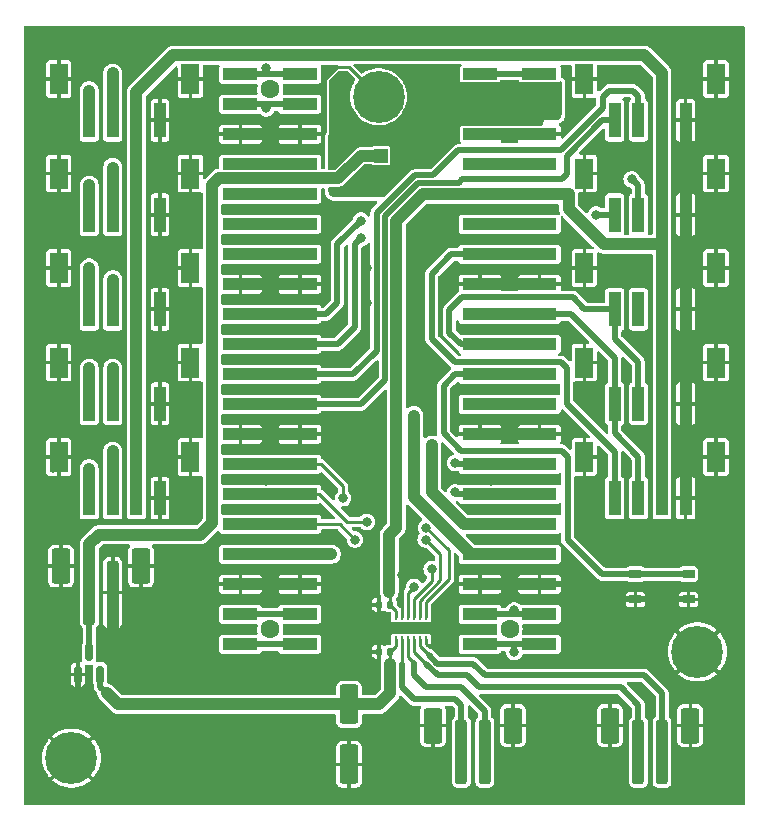
<source format=gtl>
%TF.GenerationSoftware,KiCad,Pcbnew,8.0.4*%
%TF.CreationDate,2024-09-18T19:52:04+02:00*%
%TF.ProjectId,fredo,66726564-6f2e-46b6-9963-61645f706362,rev?*%
%TF.SameCoordinates,Original*%
%TF.FileFunction,Copper,L1,Top*%
%TF.FilePolarity,Positive*%
%FSLAX46Y46*%
G04 Gerber Fmt 4.6, Leading zero omitted, Abs format (unit mm)*
G04 Created by KiCad (PCBNEW 8.0.4) date 2024-09-18 19:52:04*
%MOMM*%
%LPD*%
G01*
G04 APERTURE LIST*
G04 Aperture macros list*
%AMRoundRect*
0 Rectangle with rounded corners*
0 $1 Rounding radius*
0 $2 $3 $4 $5 $6 $7 $8 $9 X,Y pos of 4 corners*
0 Add a 4 corners polygon primitive as box body*
4,1,4,$2,$3,$4,$5,$6,$7,$8,$9,$2,$3,0*
0 Add four circle primitives for the rounded corners*
1,1,$1+$1,$2,$3*
1,1,$1+$1,$4,$5*
1,1,$1+$1,$6,$7*
1,1,$1+$1,$8,$9*
0 Add four rect primitives between the rounded corners*
20,1,$1+$1,$2,$3,$4,$5,0*
20,1,$1+$1,$4,$5,$6,$7,0*
20,1,$1+$1,$6,$7,$8,$9,0*
20,1,$1+$1,$8,$9,$2,$3,0*%
G04 Aperture macros list end*
%TA.AperFunction,SMDPad,CuDef*%
%ADD10R,1.200000X1.200000*%
%TD*%
%TA.AperFunction,SMDPad,CuDef*%
%ADD11R,1.000000X3.000000*%
%TD*%
%TA.AperFunction,SMDPad,CuDef*%
%ADD12R,1.550000X2.600000*%
%TD*%
%TA.AperFunction,SMDPad,CuDef*%
%ADD13R,0.990600X0.711200*%
%TD*%
%TA.AperFunction,SMDPad,CuDef*%
%ADD14R,0.249999X0.499999*%
%TD*%
%TA.AperFunction,SMDPad,CuDef*%
%ADD15R,2.000001X0.900001*%
%TD*%
%TA.AperFunction,SMDPad,CuDef*%
%ADD16RoundRect,0.250000X-0.250000X-2.500000X0.250000X-2.500000X0.250000X2.500000X-0.250000X2.500000X0*%
%TD*%
%TA.AperFunction,SMDPad,CuDef*%
%ADD17RoundRect,0.250000X-0.550000X-1.250000X0.550000X-1.250000X0.550000X1.250000X-0.550000X1.250000X0*%
%TD*%
%TA.AperFunction,ComponentPad*%
%ADD18C,4.400000*%
%TD*%
%TA.AperFunction,ComponentPad*%
%ADD19C,1.600000*%
%TD*%
%TA.AperFunction,SMDPad,CuDef*%
%ADD20R,3.000000X1.000000*%
%TD*%
%TA.AperFunction,SMDPad,CuDef*%
%ADD21RoundRect,0.140000X-0.140000X-0.170000X0.140000X-0.170000X0.140000X0.170000X-0.140000X0.170000X0*%
%TD*%
%TA.AperFunction,SMDPad,CuDef*%
%ADD22RoundRect,0.250000X-0.550000X1.412500X-0.550000X-1.412500X0.550000X-1.412500X0.550000X1.412500X0*%
%TD*%
%TA.AperFunction,SMDPad,CuDef*%
%ADD23RoundRect,0.150000X0.150000X-0.587500X0.150000X0.587500X-0.150000X0.587500X-0.150000X-0.587500X0*%
%TD*%
%TA.AperFunction,ViaPad*%
%ADD24C,0.800000*%
%TD*%
%TA.AperFunction,Conductor*%
%ADD25C,1.000000*%
%TD*%
%TA.AperFunction,Conductor*%
%ADD26C,0.500000*%
%TD*%
%TA.AperFunction,Conductor*%
%ADD27C,0.250000*%
%TD*%
G04 APERTURE END LIST*
D10*
%TO.P,D1,1,K*%
%TO.N,VSYS*%
X63000000Y-45000000D03*
%TO.P,D1,2,A*%
%TO.N,VBAT*%
X60200000Y-45000000D03*
%TD*%
D11*
%TO.P,A1,1,1*%
%TO.N,ADC1{slash}GP27*%
X80000000Y-66000000D03*
%TO.P,A1,2,2*%
%TO.N,ADC0{slash}GP26*%
X82000000Y-66000000D03*
%TO.P,A1,3,3*%
%TO.N,3V3*%
X84000000Y-66000000D03*
%TO.P,A1,4,4*%
%TO.N,GND*%
X86000000Y-66000000D03*
D12*
%TO.P,A1,5,SS1*%
X77425000Y-62510840D03*
%TO.P,A1,6,SS2*%
X88575000Y-62510840D03*
%TD*%
D13*
%TO.P,SW1,1,1*%
%TO.N,RUN*%
X81749999Y-80425001D03*
%TO.P,SW1,2,2*%
X86250001Y-80425001D03*
%TO.P,SW1,3,3*%
%TO.N,GND*%
X81749999Y-82574999D03*
%TO.P,SW1,4,4*%
X86250001Y-82574999D03*
%TD*%
D14*
%TO.P,U1,1,VM*%
%TO.N,VBATP*%
X61500000Y-85950001D03*
%TO.P,U1,2,AOUT1*%
%TO.N,Net-(MotL1-Pin_1)*%
X62000002Y-85950001D03*
%TO.P,U1,3,AOUT2*%
%TO.N,Net-(MotL1-Pin_2)*%
X62500000Y-85950001D03*
%TO.P,U1,4,BOUT1*%
%TO.N,Net-(MotR1-Pin_1)*%
X63000000Y-85950001D03*
%TO.P,U1,5,BOUT2*%
%TO.N,Net-(MotR1-Pin_2)*%
X63500001Y-85950001D03*
%TO.P,U1,6,GND*%
%TO.N,GND*%
X64000000Y-85950001D03*
%TO.P,U1,7,BIN2_BENBL*%
%TO.N,GP10*%
X64000000Y-84050002D03*
%TO.P,U1,8,BIN1_BPHASE*%
%TO.N,GP11*%
X63500001Y-84050002D03*
%TO.P,U1,9,AIN2_AENBL*%
%TO.N,GP12*%
X63000000Y-84050002D03*
%TO.P,U1,10,AIN1_APHASE*%
%TO.N,GP13*%
X62500000Y-84050002D03*
%TO.P,U1,11,MODE*%
%TO.N,GND*%
X62000002Y-84050002D03*
%TO.P,U1,12,VCC*%
%TO.N,3V3*%
X61500000Y-84050002D03*
D15*
%TO.P,U1,13,GND*%
%TO.N,GND*%
X62750000Y-85000000D03*
%TD*%
D16*
%TO.P,MotL1,1,Pin_1*%
%TO.N,Net-(MotL1-Pin_1)*%
X67000000Y-95500000D03*
%TO.P,MotL1,2,Pin_2*%
%TO.N,Net-(MotL1-Pin_2)*%
X69000000Y-95500000D03*
D17*
%TO.P,MotL1,MP,MountPin*%
%TO.N,GND*%
X64600000Y-93250000D03*
X71400000Y-93250000D03*
%TD*%
D18*
%TO.P,H3,1,1*%
%TO.N,GND*%
X87000000Y-87000000D03*
%TD*%
D19*
%TO.P,J1,*%
%TO.N,*%
X50820000Y-39370000D03*
X50820000Y-85090000D03*
D20*
%TO.P,J1,1,Pin_1*%
%TO.N,UART0_TX{slash}GP0*%
X53340000Y-38100000D03*
%TO.P,J1,2,Pin_2*%
X48300000Y-38100000D03*
%TO.P,J1,3,Pin_3*%
%TO.N,UART0_RX{slash}GP1*%
X53340000Y-40640000D03*
%TO.P,J1,4,Pin_4*%
X48300000Y-40640000D03*
%TO.P,J1,5,Pin_5*%
%TO.N,GND*%
X53340000Y-43180000D03*
%TO.P,J1,6,Pin_6*%
X48300000Y-43180000D03*
%TO.P,J1,7,Pin_7*%
%TO.N,SPI0_SCK{slash}GP2*%
X53340000Y-45720000D03*
%TO.P,J1,8,Pin_8*%
X48300000Y-45720000D03*
%TO.P,J1,9,Pin_9*%
%TO.N,SPI0_TX{slash}GP3*%
X53340000Y-48260000D03*
%TO.P,J1,10,Pin_10*%
X48300000Y-48260000D03*
%TO.P,J1,11,Pin_11*%
%TO.N,UART1_TX{slash}SPI0_RX{slash}GP4*%
X53340000Y-50800000D03*
%TO.P,J1,12,Pin_12*%
X48300000Y-50800000D03*
%TO.P,J1,13,Pin_13*%
%TO.N,UART1_RX{slash}SPI0_CS{slash}GP5*%
X53340000Y-53340000D03*
%TO.P,J1,14,Pin_14*%
X48300000Y-53340000D03*
%TO.P,J1,15,Pin_15*%
%TO.N,GND*%
X53340000Y-55880000D03*
%TO.P,J1,16,Pin_16*%
X48300000Y-55880000D03*
%TO.P,J1,17,Pin_17*%
%TO.N,I2C1_SDA{slash}GP6*%
X53340000Y-58420000D03*
%TO.P,J1,18,Pin_18*%
X48300000Y-58420000D03*
%TO.P,J1,19,Pin_19*%
%TO.N,I2C1_SCL{slash}GP7*%
X53340000Y-60960000D03*
%TO.P,J1,20,Pin_20*%
X48300000Y-60960000D03*
%TO.P,J1,21,Pin_21*%
%TO.N,I2C0_SDA{slash}GP8*%
X53340000Y-63500000D03*
%TO.P,J1,22,Pin_22*%
X48300000Y-63500000D03*
%TO.P,J1,23,Pin_23*%
%TO.N,I2C0_SCL{slash}GP9*%
X53340000Y-66040000D03*
%TO.P,J1,24,Pin_24*%
X48300000Y-66040000D03*
%TO.P,J1,25,Pin_25*%
%TO.N,GND*%
X53340000Y-68580000D03*
%TO.P,J1,26,Pin_26*%
X48300000Y-68580000D03*
%TO.P,J1,27,Pin_27*%
%TO.N,GP10*%
X53340000Y-71120000D03*
%TO.P,J1,28,Pin_28*%
X48300000Y-71120000D03*
%TO.P,J1,29,Pin_29*%
%TO.N,GP11*%
X53340000Y-73660000D03*
%TO.P,J1,30,Pin_30*%
X48300000Y-73660000D03*
%TO.P,J1,31,Pin_31*%
%TO.N,GP12*%
X53340000Y-76200000D03*
%TO.P,J1,32,Pin_32*%
X48300000Y-76200000D03*
%TO.P,J1,33,Pin_33*%
%TO.N,GP13*%
X53340000Y-78740000D03*
%TO.P,J1,34,Pin_34*%
X48300000Y-78740000D03*
%TO.P,J1,35,Pin_35*%
%TO.N,GND*%
X53340000Y-81280000D03*
%TO.P,J1,36,Pin_36*%
X48300000Y-81280000D03*
%TO.P,J1,37,Pin_37*%
%TO.N,GP14*%
X53340000Y-83820000D03*
%TO.P,J1,38,Pin_38*%
X48300000Y-83820000D03*
%TO.P,J1,39,Pin_39*%
%TO.N,GP15*%
X53340000Y-86360000D03*
%TO.P,J1,40,Pin_40*%
X48300000Y-86360000D03*
%TD*%
D11*
%TO.P,D20,1,1*%
%TO.N,GP20*%
X35500000Y-74000000D03*
%TO.P,D20,2,2*%
%TO.N,GP21*%
X37500000Y-74000000D03*
%TO.P,D20,3,3*%
%TO.N,3V3*%
X39500000Y-74000000D03*
%TO.P,D20,4,4*%
%TO.N,GND*%
X41500000Y-74000000D03*
D12*
%TO.P,D20,5,SS1*%
X32925000Y-70510840D03*
%TO.P,D20,6,SS2*%
X44075000Y-70510840D03*
%TD*%
D11*
%TO.P,I2C1,1,1*%
%TO.N,I2C1_SCL{slash}GP7*%
X80000000Y-50000000D03*
%TO.P,I2C1,2,2*%
%TO.N,I2C1_SDA{slash}GP6*%
X82000000Y-50000000D03*
%TO.P,I2C1,3,3*%
%TO.N,3V3*%
X84000000Y-50000000D03*
%TO.P,I2C1,4,4*%
%TO.N,GND*%
X86000000Y-50000000D03*
D12*
%TO.P,I2C1,5,SS1*%
X77425000Y-46510840D03*
%TO.P,I2C1,6,SS2*%
X88575000Y-46510840D03*
%TD*%
D11*
%TO.P,A2,1,1*%
%TO.N,ADC2{slash}GP28*%
X80000000Y-74000000D03*
%TO.P,A2,2,2*%
%TO.N,ADC1{slash}GP27*%
X82000000Y-74000000D03*
%TO.P,A2,3,3*%
%TO.N,3V3*%
X84000000Y-74000000D03*
%TO.P,A2,4,4*%
%TO.N,GND*%
X86000000Y-74000000D03*
D12*
%TO.P,A2,5,SS1*%
X77425000Y-70510840D03*
%TO.P,A2,6,SS2*%
X88575000Y-70510840D03*
%TD*%
D18*
%TO.P,H2,1,1*%
%TO.N,GND*%
X34000000Y-96000000D03*
%TD*%
D16*
%TO.P,BAT0,1,Pin_1*%
%TO.N,VBAT*%
X35500000Y-82000000D03*
%TO.P,BAT0,2,Pin_2*%
%TO.N,GND*%
X37500000Y-82000000D03*
D17*
%TO.P,BAT0,MP,MountPin*%
X33100000Y-79750000D03*
X39900000Y-79750000D03*
%TD*%
D19*
%TO.P,J2,*%
%TO.N,VSYS*%
X71100000Y-39370000D03*
%TO.N,*%
X71100000Y-85090000D03*
D20*
%TO.P,J2,1,Pin_1*%
%TO.N,VBUS*%
X73620000Y-38100000D03*
%TO.P,J2,2,Pin_2*%
X68580000Y-38100000D03*
%TO.P,J2,3,Pin_3*%
%TO.N,VSYS*%
X73620000Y-40640000D03*
%TO.P,J2,4,Pin_4*%
X68580000Y-40640000D03*
%TO.P,J2,5,Pin_5*%
%TO.N,GND*%
X73620000Y-43180000D03*
%TO.P,J2,6,Pin_6*%
X68580000Y-43180000D03*
%TO.P,J2,7,Pin_7*%
%TO.N,3V3_EN*%
X73620000Y-45720000D03*
%TO.P,J2,8,Pin_8*%
X68580000Y-45720000D03*
%TO.P,J2,9,Pin_9*%
%TO.N,3V3*%
X73620000Y-48260000D03*
%TO.P,J2,10,Pin_10*%
X68580000Y-48260000D03*
%TO.P,J2,11,Pin_11*%
%TO.N,ADC_VREF*%
X73620000Y-50800000D03*
%TO.P,J2,12,Pin_12*%
X68580000Y-50800000D03*
%TO.P,J2,13,Pin_13*%
%TO.N,ADC2{slash}GP28*%
X73620000Y-53340000D03*
%TO.P,J2,14,Pin_14*%
X68580000Y-53340000D03*
%TO.P,J2,15,Pin_15*%
%TO.N,GND*%
X73620000Y-55880000D03*
%TO.P,J2,16,Pin_16*%
X68580000Y-55880000D03*
%TO.P,J2,17,Pin_17*%
%TO.N,ADC1{slash}GP27*%
X73620000Y-58420000D03*
%TO.P,J2,18,Pin_18*%
X68580000Y-58420000D03*
%TO.P,J2,19,Pin_19*%
%TO.N,ADC0{slash}GP26*%
X73620000Y-60960000D03*
%TO.P,J2,20,Pin_20*%
X68580000Y-60960000D03*
%TO.P,J2,21,Pin_21*%
%TO.N,RUN*%
X73620000Y-63500000D03*
%TO.P,J2,22,Pin_22*%
X68580000Y-63500000D03*
%TO.P,J2,23,Pin_23*%
%TO.N,GP22*%
X73620000Y-66040000D03*
%TO.P,J2,24,Pin_24*%
X68580000Y-66040000D03*
%TO.P,J2,25,Pin_25*%
%TO.N,GND*%
X73620000Y-68580000D03*
%TO.P,J2,26,Pin_26*%
X68580000Y-68580000D03*
%TO.P,J2,27,Pin_27*%
%TO.N,GP21*%
X73620000Y-71120000D03*
%TO.P,J2,28,Pin_28*%
X68580000Y-71120000D03*
%TO.P,J2,29,Pin_29*%
%TO.N,GP20*%
X73620000Y-73660000D03*
%TO.P,J2,30,Pin_30*%
X68580000Y-73660000D03*
%TO.P,J2,31,Pin_31*%
%TO.N,GP19*%
X73620000Y-76200000D03*
%TO.P,J2,32,Pin_32*%
X68580000Y-76200000D03*
%TO.P,J2,33,Pin_33*%
%TO.N,GP18*%
X73620000Y-78740000D03*
%TO.P,J2,34,Pin_34*%
X68580000Y-78740000D03*
%TO.P,J2,35,Pin_35*%
%TO.N,GND*%
X73620000Y-81280000D03*
%TO.P,J2,36,Pin_36*%
X68580000Y-81280000D03*
%TO.P,J2,37,Pin_37*%
%TO.N,GP17*%
X73620000Y-83820000D03*
%TO.P,J2,38,Pin_38*%
X68580000Y-83820000D03*
%TO.P,J2,39,Pin_39*%
%TO.N,GP16*%
X73620000Y-86360000D03*
%TO.P,J2,40,Pin_40*%
X68580000Y-86360000D03*
%TD*%
D11*
%TO.P,UART1,1,1*%
%TO.N,UART1_RX{slash}SPI0_CS{slash}GP5*%
X35500000Y-50000000D03*
%TO.P,UART1,2,2*%
%TO.N,UART1_TX{slash}SPI0_RX{slash}GP4*%
X37500000Y-50000000D03*
%TO.P,UART1,3,3*%
%TO.N,3V3*%
X39500000Y-50000000D03*
%TO.P,UART1,4,4*%
%TO.N,GND*%
X41500000Y-50000000D03*
D12*
%TO.P,UART1,5,SS1*%
X32925000Y-46510840D03*
%TO.P,UART1,6,SS2*%
X44075000Y-46510840D03*
%TD*%
D11*
%TO.P,I2C0,1,1*%
%TO.N,I2C0_SCL{slash}GP9*%
X80000000Y-42000000D03*
%TO.P,I2C0,2,2*%
%TO.N,I2C0_SDA{slash}GP8*%
X82000000Y-42000000D03*
%TO.P,I2C0,3,3*%
%TO.N,3V3*%
X84000000Y-42000000D03*
%TO.P,I2C0,4,4*%
%TO.N,GND*%
X86000000Y-42000000D03*
D12*
%TO.P,I2C0,5,SS1*%
X77425000Y-38510840D03*
%TO.P,I2C0,6,SS2*%
X88575000Y-38510840D03*
%TD*%
D16*
%TO.P,MotR1,1,Pin_1*%
%TO.N,Net-(MotR1-Pin_1)*%
X82000000Y-95500000D03*
%TO.P,MotR1,2,Pin_2*%
%TO.N,Net-(MotR1-Pin_2)*%
X84000000Y-95500000D03*
D17*
%TO.P,MotR1,MP,MountPin*%
%TO.N,GND*%
X79600000Y-93250000D03*
X86400000Y-93250000D03*
%TD*%
D21*
%TO.P,C2,1,1*%
%TO.N,GND*%
X60020000Y-83000000D03*
%TO.P,C2,2,2*%
%TO.N,3V3*%
X60980000Y-83000000D03*
%TD*%
D11*
%TO.P,A0,1,1*%
%TO.N,ADC0{slash}GP26*%
X80000000Y-58000000D03*
%TO.P,A0,2,2*%
%TO.N,unconnected-(A0-Pad2)*%
X82000000Y-58000000D03*
%TO.P,A0,3,3*%
%TO.N,3V3*%
X84000000Y-58000000D03*
%TO.P,A0,4,4*%
%TO.N,GND*%
X86000000Y-58000000D03*
D12*
%TO.P,A0,5,SS1*%
X77425000Y-54510840D03*
%TO.P,A0,6,SS2*%
X88575000Y-54510840D03*
%TD*%
D11*
%TO.P,D18,1,1*%
%TO.N,GP18*%
X35500000Y-66000000D03*
%TO.P,D18,2,2*%
%TO.N,GP19*%
X37500000Y-66000000D03*
%TO.P,D18,3,3*%
%TO.N,3V3*%
X39500000Y-66000000D03*
%TO.P,D18,4,4*%
%TO.N,GND*%
X41500000Y-66000000D03*
D12*
%TO.P,D18,5,SS1*%
X32925000Y-62510840D03*
%TO.P,D18,6,SS2*%
X44075000Y-62510840D03*
%TD*%
D22*
%TO.P,C3,1*%
%TO.N,VBATP*%
X57500000Y-91462500D03*
%TO.P,C3,2*%
%TO.N,GND*%
X57500000Y-96537500D03*
%TD*%
D11*
%TO.P,UART0,1,1*%
%TO.N,UART0_RX{slash}GP1*%
X35500000Y-42000000D03*
%TO.P,UART0,2,2*%
%TO.N,UART0_TX{slash}GP0*%
X37500000Y-42000000D03*
%TO.P,UART0,3,3*%
%TO.N,3V3*%
X39500000Y-42000000D03*
%TO.P,UART0,4,4*%
%TO.N,GND*%
X41500000Y-42000000D03*
D12*
%TO.P,UART0,5,SS1*%
X32925000Y-38510840D03*
%TO.P,UART0,6,SS2*%
X44075000Y-38510840D03*
%TD*%
D23*
%TO.P,Q1,1,G*%
%TO.N,GND*%
X34550000Y-88937500D03*
%TO.P,Q1,2,S*%
%TO.N,VBATP*%
X36450000Y-88937500D03*
%TO.P,Q1,3,D*%
%TO.N,VBAT*%
X35500000Y-87062500D03*
%TD*%
D18*
%TO.P,H1,1,1*%
%TO.N,GND*%
X60000000Y-40000000D03*
%TD*%
D21*
%TO.P,C1,1,1*%
%TO.N,GND*%
X60020000Y-87000000D03*
%TO.P,C1,2,2*%
%TO.N,VBATP*%
X60980000Y-87000000D03*
%TD*%
D11*
%TO.P,D16,1,1*%
%TO.N,GP16*%
X35500000Y-58000000D03*
%TO.P,D16,2,2*%
%TO.N,GP17*%
X37500000Y-58000000D03*
%TO.P,D16,3,3*%
%TO.N,3V3*%
X39500000Y-58000000D03*
%TO.P,D16,4,4*%
%TO.N,GND*%
X41500000Y-58000000D03*
D12*
%TO.P,D16,5,SS1*%
X32925000Y-54510840D03*
%TO.P,D16,6,SS2*%
X44075000Y-54510840D03*
%TD*%
D24*
%TO.N,GND*%
X81000000Y-87000000D03*
X82500000Y-85500000D03*
X79500000Y-85500000D03*
X76000000Y-60000000D03*
X86000000Y-70500000D03*
X58500000Y-61000000D03*
X57000000Y-58500000D03*
X59000000Y-57500000D03*
X59000000Y-54500000D03*
X69500000Y-75000000D03*
X69500000Y-72500000D03*
X50500000Y-75000000D03*
X50500000Y-72500000D03*
%TO.N,I2C1_SCL{slash}GP7*%
X78425000Y-50000000D03*
X58500000Y-52000000D03*
%TO.N,I2C1_SDA{slash}GP6*%
X81425000Y-47000000D03*
X58500000Y-50500000D03*
%TO.N,UART1_TX{slash}SPI0_RX{slash}GP4*%
X37500000Y-46000000D03*
X51000000Y-50800000D03*
%TO.N,GP13*%
X63000000Y-81500000D03*
X56000000Y-78740000D03*
%TO.N,GND*%
X43500000Y-43000000D03*
X53000000Y-94500000D03*
X58500000Y-88500000D03*
X51000000Y-89000000D03*
X43500000Y-79000000D03*
X62000000Y-80500000D03*
X33500000Y-73000000D03*
X65500000Y-86000000D03*
X80000000Y-38000000D03*
X56500000Y-83500000D03*
X86000000Y-54500000D03*
X53500000Y-89000000D03*
X56500000Y-50500000D03*
X62000000Y-93500000D03*
X33500000Y-57000000D03*
X62000000Y-96500000D03*
X81000000Y-85500000D03*
X39000000Y-85000000D03*
X33500000Y-49000000D03*
X53000000Y-93000000D03*
X48000000Y-89000000D03*
X86000000Y-46500000D03*
X59500000Y-63500000D03*
X42000000Y-83500000D03*
X80925000Y-63000000D03*
X56500000Y-49500000D03*
X34500000Y-90500000D03*
X60000000Y-84000000D03*
X65500000Y-85000000D03*
X63000000Y-56000000D03*
X65500000Y-83000000D03*
X58500000Y-85000000D03*
X56500000Y-88500000D03*
X43500000Y-59000000D03*
X43500000Y-82000000D03*
X33000000Y-87500000D03*
X51000000Y-94500000D03*
X65500000Y-87000000D03*
X58500000Y-82000000D03*
X43500000Y-85000000D03*
X33000000Y-86300000D03*
X62000000Y-98000000D03*
X40500000Y-85000000D03*
X33000000Y-89000000D03*
X58500000Y-83500000D03*
X65500000Y-84000000D03*
X42000000Y-85000000D03*
X56500000Y-80500000D03*
X40500000Y-83500000D03*
X86000000Y-62500000D03*
X60000000Y-85500000D03*
X86000000Y-38500000D03*
X33000000Y-90500000D03*
X33500000Y-65000000D03*
X58500000Y-80500000D03*
X51000000Y-96000000D03*
X53000000Y-96000000D03*
X63000000Y-54500000D03*
X63000000Y-53000000D03*
X53000000Y-97500000D03*
X58500000Y-86500000D03*
X80500000Y-55000000D03*
X56500000Y-82000000D03*
X81500000Y-45000000D03*
X33500000Y-41000000D03*
X43500000Y-73000000D03*
X62000000Y-95000000D03*
X43500000Y-80500000D03*
X56500000Y-85000000D03*
X56500000Y-86500000D03*
X43500000Y-83500000D03*
X58500000Y-64500000D03*
%TO.N,UART1_RX{slash}SPI0_CS{slash}GP5*%
X35500000Y-47500000D03*
X51000000Y-53340000D03*
%TO.N,UART0_RX{slash}GP1*%
X35500000Y-39500000D03*
X50500000Y-41000000D03*
%TO.N,GP11*%
X59000000Y-76000000D03*
X64000000Y-77500000D03*
%TO.N,GP12*%
X64500000Y-80000000D03*
X58000000Y-77500000D03*
%TO.N,UART0_TX{slash}GP0*%
X50478149Y-37600000D03*
X37500000Y-38000000D03*
%TO.N,GP10*%
X57000000Y-74000000D03*
X64012653Y-76487347D03*
%TO.N,VSYS*%
X65000000Y-44500000D03*
X60500000Y-43000000D03*
X59000000Y-43000000D03*
X62000000Y-43000000D03*
X63500000Y-43000000D03*
X59500000Y-47000000D03*
X57500000Y-43000000D03*
X65000000Y-40000000D03*
X65000000Y-43000000D03*
X61000000Y-47000000D03*
X65000000Y-41500000D03*
X65000000Y-38500000D03*
%TO.N,GP16*%
X35500000Y-54500000D03*
X71500000Y-87000000D03*
%TO.N,GP17*%
X37500000Y-55500000D03*
X71500000Y-83500000D03*
%TO.N,GP18*%
X35500000Y-63000000D03*
X63000000Y-67000000D03*
%TO.N,GP19*%
X64500000Y-69500000D03*
X37500000Y-63000000D03*
%TO.N,GP20*%
X35500000Y-71500000D03*
X66500000Y-73500000D03*
%TO.N,GP21*%
X37500000Y-70000000D03*
X66500000Y-71000000D03*
%TD*%
D25*
%TO.N,GND*%
X86000000Y-70500000D02*
X86000000Y-74000000D01*
D26*
%TO.N,ADC0{slash}GP26*%
X80000000Y-58000000D02*
X80000000Y-60500000D01*
X82000000Y-62500000D02*
X82000000Y-66000000D01*
X80000000Y-60500000D02*
X82000000Y-62500000D01*
%TO.N,ADC2{slash}GP28*%
X80000000Y-70075000D02*
X80000000Y-74000000D01*
%TO.N,ADC1{slash}GP27*%
X80000000Y-66000000D02*
X80000000Y-68500000D01*
X80000000Y-68500000D02*
X82000000Y-70500000D01*
X82000000Y-70500000D02*
X82000000Y-74000000D01*
X76320000Y-58420000D02*
X80000000Y-62100000D01*
X80000000Y-62100000D02*
X80000000Y-66000000D01*
D25*
%TO.N,3V3*%
X39500000Y-42000000D02*
X39500000Y-39610840D01*
X39500000Y-39610840D02*
X42610840Y-36500000D01*
X82500000Y-36500000D02*
X84000000Y-38000000D01*
X42610840Y-36500000D02*
X82500000Y-36500000D01*
X84000000Y-38000000D02*
X84000000Y-42000000D01*
X84000000Y-42000000D02*
X84000000Y-74000000D01*
%TO.N,GND*%
X86000000Y-42000000D02*
X86000000Y-70500000D01*
D26*
%TO.N,VSYS*%
X72870000Y-39370000D02*
X73000000Y-39500000D01*
X71100000Y-39370000D02*
X72870000Y-39370000D01*
X71100000Y-39370000D02*
X65630000Y-39370000D01*
X65630000Y-39370000D02*
X65000000Y-40000000D01*
%TO.N,I2C1_SCL{slash}GP7*%
X58500000Y-52000000D02*
X58000000Y-52500000D01*
X58000000Y-52500000D02*
X58000000Y-59500000D01*
X56540000Y-60960000D02*
X53340000Y-60960000D01*
X58000000Y-59500000D02*
X56540000Y-60960000D01*
D27*
%TO.N,GND*%
X64063173Y-86436827D02*
X64936827Y-86436827D01*
X64936827Y-86436827D02*
X65500000Y-87000000D01*
X64000000Y-86373654D02*
X64063173Y-86436827D01*
X64000000Y-85950001D02*
X64000000Y-86373654D01*
X62000002Y-84575002D02*
X62425000Y-85000000D01*
X62425000Y-85000000D02*
X62750000Y-85000000D01*
D25*
X62750000Y-85000000D02*
X64000000Y-85000000D01*
X64000000Y-85000000D02*
X65500000Y-85000000D01*
X62750000Y-85000000D02*
X60500000Y-85000000D01*
X60500000Y-85000000D02*
X60000000Y-85500000D01*
D27*
%TO.N,VBATP*%
X61500000Y-85950001D02*
X61500000Y-86480000D01*
%TO.N,3V3*%
X61500000Y-84050002D02*
X61500000Y-83520000D01*
X61500000Y-83520000D02*
X60980000Y-83000000D01*
%TO.N,GND*%
X62000002Y-82500002D02*
X62000002Y-84050002D01*
%TO.N,GP13*%
X62500000Y-82000000D02*
X62500000Y-84050002D01*
%TO.N,GP12*%
X63012653Y-82512653D02*
X63000000Y-82525305D01*
X64500000Y-81025305D02*
X63012653Y-82512653D01*
X63012653Y-82512653D02*
X63000000Y-82525306D01*
X63000000Y-82525306D02*
X63000000Y-84050002D01*
%TO.N,GP11*%
X63500001Y-82661700D02*
X63500001Y-84050002D01*
%TO.N,GP10*%
X64000000Y-84050002D02*
X64000000Y-82798097D01*
%TO.N,Net-(MotL1-Pin_1)*%
X62000002Y-85950001D02*
X62000002Y-88000002D01*
%TO.N,Net-(MotL1-Pin_2)*%
X62500000Y-85950001D02*
X62500000Y-87424998D01*
X62500000Y-87424998D02*
X63000000Y-87924998D01*
%TO.N,Net-(MotR1-Pin_2)*%
X63500001Y-85950001D02*
X63500001Y-86510051D01*
X63500001Y-86510051D02*
X64289950Y-87300000D01*
D26*
X64989950Y-88000000D02*
X64289950Y-87300000D01*
X66000000Y-88000000D02*
X64989950Y-88000000D01*
%TO.N,Net-(MotR1-Pin_1)*%
X67500000Y-89000000D02*
X65000000Y-89000000D01*
X65000000Y-89000000D02*
X64000000Y-88000000D01*
D27*
X63000000Y-87000000D02*
X64000000Y-88000000D01*
X63000000Y-85950001D02*
X63000000Y-87000000D01*
D26*
%TO.N,GND*%
X34550000Y-88937500D02*
X34550000Y-90450000D01*
X34550000Y-90450000D02*
X34500000Y-90500000D01*
%TO.N,VBATP*%
X36450000Y-88937500D02*
X36450000Y-89950000D01*
X36450000Y-89950000D02*
X37000000Y-90500000D01*
%TO.N,VBAT*%
X35500000Y-87062500D02*
X35500000Y-82000000D01*
%TO.N,RUN*%
X81749999Y-80425001D02*
X86250001Y-80425001D01*
%TO.N,GND*%
X81749999Y-82574999D02*
X86250001Y-82574999D01*
X76780000Y-81280000D02*
X78074999Y-82574999D01*
X78074999Y-82574999D02*
X81749999Y-82574999D01*
%TO.N,RUN*%
X81749999Y-80425001D02*
X78925001Y-80425001D01*
X78925001Y-80425001D02*
X76000000Y-77500000D01*
D25*
%TO.N,3V3*%
X39500000Y-66000000D02*
X39500000Y-74000000D01*
X39500000Y-58000000D02*
X39500000Y-66000000D01*
%TO.N,GP19*%
X37500000Y-63000000D02*
X37500000Y-66000000D01*
%TO.N,GP18*%
X35500000Y-63000000D02*
X35500000Y-66000000D01*
D27*
%TO.N,GND*%
X60020000Y-87000000D02*
X59000000Y-87000000D01*
X59000000Y-87000000D02*
X58500000Y-86500000D01*
%TO.N,VBATP*%
X61500000Y-86480000D02*
X60980000Y-87000000D01*
%TO.N,GND*%
X60020000Y-83000000D02*
X59000000Y-83000000D01*
X59000000Y-83000000D02*
X58500000Y-83500000D01*
%TO.N,3V3*%
X60980000Y-83000000D02*
X60980000Y-81980000D01*
X60980000Y-81980000D02*
X60900000Y-81900000D01*
X60980000Y-83000000D02*
X61000000Y-83000000D01*
D25*
%TO.N,VBATP*%
X57500000Y-91462500D02*
X37962500Y-91462500D01*
X37962500Y-91462500D02*
X37000000Y-90500000D01*
D26*
%TO.N,Net-(MotR1-Pin_2)*%
X68000000Y-88000000D02*
X66000000Y-88000000D01*
X69000000Y-89000000D02*
X68000000Y-88000000D01*
X84000000Y-90500000D02*
X84000000Y-95500000D01*
%TO.N,Net-(MotR1-Pin_1)*%
X67500000Y-89000000D02*
X68500000Y-90000000D01*
X68500000Y-90000000D02*
X80500000Y-90000000D01*
X80500000Y-90000000D02*
X82000000Y-91500000D01*
X82000000Y-91500000D02*
X82000000Y-95500000D01*
%TO.N,Net-(MotR1-Pin_2)*%
X69000000Y-89000000D02*
X82500000Y-89000000D01*
X82500000Y-89000000D02*
X84000000Y-90500000D01*
%TO.N,Net-(MotL1-Pin_2)*%
X64000000Y-90000000D02*
X67000000Y-90000000D01*
X63000000Y-87924998D02*
X63000000Y-89000000D01*
X63000000Y-89000000D02*
X64000000Y-90000000D01*
X67000000Y-90000000D02*
X69000000Y-92000000D01*
X69000000Y-92000000D02*
X69000000Y-95500000D01*
%TO.N,Net-(MotL1-Pin_1)*%
X62000002Y-88000002D02*
X62000002Y-88999998D01*
X66500000Y-91000000D02*
X67000000Y-91500000D01*
X62000000Y-90000000D02*
X63000000Y-91000000D01*
X63000000Y-91000000D02*
X66500000Y-91000000D01*
X62000002Y-88999998D02*
X62000000Y-89000000D01*
X62000000Y-89000000D02*
X62000000Y-90000000D01*
X67000000Y-91500000D02*
X67000000Y-95500000D01*
%TO.N,ADC0{slash}GP26*%
X76425000Y-57000000D02*
X77425000Y-58000000D01*
X77425000Y-58000000D02*
X80000000Y-58000000D01*
%TO.N,I2C1_SDA{slash}GP6*%
X81500000Y-47000000D02*
X82000000Y-47500000D01*
X81425000Y-47000000D02*
X81500000Y-47000000D01*
X82000000Y-47500000D02*
X82000000Y-50000000D01*
%TO.N,I2C1_SCL{slash}GP7*%
X78425000Y-50000000D02*
X80000000Y-50000000D01*
%TO.N,I2C0_SDA{slash}GP8*%
X53340000Y-63500000D02*
X57850000Y-63500000D01*
X57850000Y-63500000D02*
X59850000Y-61500000D01*
X63056547Y-46610000D02*
X64590000Y-46610000D01*
X75425000Y-44500000D02*
X79000000Y-40925000D01*
X82000000Y-39932662D02*
X82000000Y-42000000D01*
X59850000Y-49816547D02*
X63056547Y-46610000D01*
X64590000Y-46610000D02*
X66700000Y-44500000D01*
X66700000Y-44500000D02*
X75425000Y-44500000D01*
X59850000Y-61500000D02*
X59850000Y-49816547D01*
X79000000Y-40000000D02*
X79500000Y-39500000D01*
X79500000Y-39500000D02*
X81567338Y-39500000D01*
X79000000Y-40925000D02*
X79000000Y-40000000D01*
X81567338Y-39500000D02*
X82000000Y-39932662D01*
%TO.N,I2C0_SCL{slash}GP9*%
X75925000Y-44989950D02*
X78914950Y-42000000D01*
X78914950Y-42000000D02*
X80000000Y-42000000D01*
X75925000Y-46575000D02*
X75500000Y-47000000D01*
X75925000Y-44989950D02*
X75925000Y-46575000D01*
X66789950Y-47310000D02*
X63346497Y-47310000D01*
X75500000Y-47000000D02*
X67099950Y-47000000D01*
X67099950Y-47000000D02*
X66789950Y-47310000D01*
X63346497Y-47310000D02*
X60550000Y-50106497D01*
X60550000Y-50106497D02*
X60550000Y-64000000D01*
X60550000Y-64000000D02*
X58510000Y-66040000D01*
X58510000Y-66040000D02*
X53340000Y-66040000D01*
D25*
%TO.N,GND*%
X37500000Y-85500000D02*
X38500000Y-85500000D01*
X38500000Y-85500000D02*
X39000000Y-85000000D01*
X37500000Y-82000000D02*
X37500000Y-85500000D01*
%TO.N,I2C1_SCL{slash}GP7*%
X48300000Y-60960000D02*
X53340000Y-60960000D01*
D26*
X79989160Y-50000000D02*
X80000000Y-49989160D01*
X78435840Y-49989160D02*
X78425000Y-50000000D01*
%TO.N,I2C1_SDA{slash}GP6*%
X55580000Y-58420000D02*
X53340000Y-58420000D01*
X58500000Y-50500000D02*
X56500000Y-52500000D01*
D25*
X53340000Y-58420000D02*
X48300000Y-58420000D01*
D26*
X56500000Y-57500000D02*
X55580000Y-58420000D01*
X56500000Y-52500000D02*
X56500000Y-57500000D01*
D25*
%TO.N,UART1_TX{slash}SPI0_RX{slash}GP4*%
X37500000Y-50500000D02*
X37500000Y-46000000D01*
X48300000Y-50800000D02*
X51000000Y-50800000D01*
X51000000Y-50800000D02*
X53340000Y-50800000D01*
%TO.N,GP13*%
X48300000Y-78740000D02*
X53340000Y-78740000D01*
X56000000Y-78740000D02*
X53340000Y-78740000D01*
D27*
X62500000Y-82000000D02*
X63000000Y-81500000D01*
D26*
%TO.N,GP15*%
X48300000Y-86360000D02*
X53340000Y-86360000D01*
D27*
%TO.N,GND*%
X55500000Y-43000000D02*
X55320000Y-43180000D01*
X62000000Y-80500000D02*
X62000000Y-81000000D01*
X60040000Y-83000000D02*
X59912503Y-83127497D01*
X62000000Y-82500000D02*
X62000000Y-80500000D01*
D25*
X48300000Y-55880000D02*
X53340000Y-55880000D01*
D27*
X62000002Y-82500002D02*
X62000000Y-82500000D01*
D25*
X50800000Y-43180000D02*
X53340000Y-43180000D01*
D26*
X76780000Y-81280000D02*
X73620000Y-81280000D01*
D27*
X62425000Y-84949998D02*
X62750000Y-84949998D01*
X60000000Y-40000000D02*
X57500000Y-37500000D01*
X57500000Y-37500000D02*
X56500000Y-37500000D01*
D25*
X73620000Y-43180000D02*
X68580000Y-43180000D01*
D27*
X55320000Y-43180000D02*
X53340000Y-43180000D01*
D25*
X73620000Y-55880000D02*
X68580000Y-55880000D01*
D27*
X55500000Y-38500000D02*
X55500000Y-43000000D01*
D25*
X73620000Y-68580000D02*
X68580000Y-68580000D01*
X48300000Y-68580000D02*
X53340000Y-68580000D01*
X48300000Y-43180000D02*
X50800000Y-43180000D01*
D27*
X56500000Y-37500000D02*
X55500000Y-38500000D01*
D25*
X73620000Y-81280000D02*
X69220000Y-81280000D01*
X48300000Y-81280000D02*
X53340000Y-81280000D01*
D26*
X32425000Y-71575000D02*
X33000000Y-71000000D01*
D25*
%TO.N,UART1_RX{slash}SPI0_CS{slash}GP5*%
X48300000Y-53340000D02*
X51000000Y-53340000D01*
X51000000Y-53340000D02*
X53340000Y-53340000D01*
X35500000Y-50500000D02*
X35500000Y-47500000D01*
%TO.N,UART0_RX{slash}GP1*%
X35500000Y-42000000D02*
X35500000Y-39500000D01*
D26*
X50500000Y-41000000D02*
X50500000Y-40640000D01*
X50500000Y-40640000D02*
X53340000Y-40640000D01*
X48300000Y-40640000D02*
X50500000Y-40640000D01*
D27*
%TO.N,GP11*%
X65225000Y-80936701D02*
X63500001Y-82661700D01*
X59000000Y-76000000D02*
X57340000Y-76000000D01*
X65225000Y-78725000D02*
X65225000Y-80936701D01*
X64000000Y-77500000D02*
X65225000Y-78725000D01*
D25*
X48300000Y-73660000D02*
X53340000Y-73660000D01*
D27*
X55000000Y-73660000D02*
X53340000Y-73660000D01*
X57340000Y-76000000D02*
X55000000Y-73660000D01*
D26*
%TO.N,GP14*%
X48300000Y-83820000D02*
X53340000Y-83820000D01*
D25*
%TO.N,I2C0_SCL{slash}GP9*%
X48300000Y-66040000D02*
X53340000Y-66040000D01*
%TO.N,SPI0_TX{slash}GP3*%
X48300000Y-48260000D02*
X53340000Y-48260000D01*
%TO.N,SPI0_SCK{slash}GP2*%
X48300000Y-45720000D02*
X53340000Y-45720000D01*
D27*
%TO.N,GP12*%
X64500000Y-80000000D02*
X64500000Y-81025305D01*
X56700000Y-76200000D02*
X58000000Y-77500000D01*
X53340000Y-76200000D02*
X56700000Y-76200000D01*
D25*
X48300000Y-76200000D02*
X53340000Y-76200000D01*
D26*
%TO.N,I2C0_SDA{slash}GP8*%
X82000000Y-41989160D02*
X82000000Y-41089160D01*
D25*
X48300000Y-63500000D02*
X53340000Y-63500000D01*
%TO.N,UART0_TX{slash}GP0*%
X37500000Y-42000000D02*
X37500000Y-38000000D01*
D26*
X48300000Y-38100000D02*
X50500000Y-38100000D01*
X50500000Y-38100000D02*
X53340000Y-38100000D01*
X50478149Y-37600000D02*
X50478149Y-38078149D01*
X50478149Y-38078149D02*
X50500000Y-38100000D01*
D27*
%TO.N,GP10*%
X65950000Y-80848097D02*
X64000000Y-82798097D01*
D25*
X48300000Y-71120000D02*
X53340000Y-71120000D01*
D27*
X57000000Y-73000000D02*
X55120000Y-71120000D01*
X57000000Y-74000000D02*
X57000000Y-73000000D01*
X65950000Y-78424694D02*
X65950000Y-80848097D01*
X55120000Y-71120000D02*
X53340000Y-71120000D01*
X64012653Y-76487347D02*
X65950000Y-78424694D01*
D26*
%TO.N,VSYS*%
X73620000Y-40640000D02*
X68580000Y-40640000D01*
D25*
X68500000Y-40640000D02*
X68140000Y-40640000D01*
%TO.N,3V3*%
X61500000Y-76500000D02*
X61500000Y-50500000D01*
X76085000Y-48260000D02*
X76085000Y-49474160D01*
X79110840Y-52500000D02*
X84000000Y-52500000D01*
X60900000Y-81900000D02*
X60900000Y-77100000D01*
X39500000Y-50500000D02*
X39500000Y-58000000D01*
X60900000Y-77100000D02*
X61500000Y-76500000D01*
X39500000Y-42000000D02*
X39500000Y-50500000D01*
X76085000Y-49474160D02*
X79110840Y-52500000D01*
X63740000Y-48260000D02*
X76085000Y-48260000D01*
X61500000Y-50500000D02*
X63740000Y-48260000D01*
D26*
%TO.N,GP16*%
X73620000Y-86360000D02*
X71500000Y-86360000D01*
X71500000Y-86360000D02*
X71500000Y-87000000D01*
D25*
X35500000Y-58000000D02*
X35500000Y-54500000D01*
D26*
X71500000Y-86360000D02*
X68580000Y-86360000D01*
%TO.N,GP17*%
X73620000Y-83820000D02*
X71500000Y-83820000D01*
X71500000Y-83820000D02*
X68580000Y-83820000D01*
D25*
X37500000Y-58000000D02*
X37500000Y-55500000D01*
D26*
X71500000Y-83500000D02*
X71500000Y-83820000D01*
D25*
%TO.N,GP18*%
X67820941Y-78740000D02*
X73620000Y-78740000D01*
X63000000Y-73919059D02*
X67820941Y-78740000D01*
X63000000Y-67000000D02*
X63000000Y-73919059D01*
%TO.N,GP22*%
X73620000Y-66040000D02*
X68580000Y-66040000D01*
D26*
%TO.N,ADC0{slash}GP26*%
X68580000Y-60960000D02*
X66960000Y-60960000D01*
X67100000Y-57000000D02*
X66000000Y-58100000D01*
X76425000Y-57000000D02*
X67100000Y-57000000D01*
D25*
X73620000Y-60960000D02*
X68580000Y-60960000D01*
D26*
X66000000Y-60000000D02*
X66000000Y-58100000D01*
X66960000Y-60960000D02*
X66000000Y-60000000D01*
D25*
%TO.N,GP19*%
X67200000Y-76200000D02*
X73620000Y-76200000D01*
X64500000Y-73500000D02*
X67200000Y-76200000D01*
X64500000Y-69500000D02*
X64500000Y-73500000D01*
%TO.N,ADC_VREF*%
X73620000Y-50800000D02*
X68580000Y-50800000D01*
%TO.N,3V3_EN*%
X73620000Y-45720000D02*
X68580000Y-45720000D01*
D26*
%TO.N,VBUS*%
X73620000Y-38100000D02*
X68580000Y-38100000D01*
%TO.N,RUN*%
X76000000Y-77500000D02*
X76000000Y-70500000D01*
X66500000Y-63500000D02*
X68580000Y-63500000D01*
X67000000Y-70000000D02*
X65500000Y-68500000D01*
D25*
X73620000Y-63500000D02*
X68580000Y-63500000D01*
D26*
X76000000Y-70500000D02*
X75500000Y-70000000D01*
X65500000Y-68500000D02*
X65500000Y-64500000D01*
X75500000Y-70000000D02*
X67000000Y-70000000D01*
X65500000Y-64500000D02*
X66500000Y-63500000D01*
%TO.N,ADC2{slash}GP28*%
X66160000Y-53340000D02*
X68580000Y-53340000D01*
X66500000Y-62500000D02*
X64500000Y-60500000D01*
X75925000Y-62940000D02*
X75485000Y-62500000D01*
X80000000Y-70075000D02*
X75925000Y-66000000D01*
X75925000Y-66000000D02*
X75925000Y-62940000D01*
X64500000Y-55000000D02*
X66160000Y-53340000D01*
X75485000Y-62500000D02*
X66500000Y-62500000D01*
D25*
X73620000Y-53340000D02*
X68580000Y-53340000D01*
D26*
X64500000Y-60500000D02*
X64500000Y-55000000D01*
%TO.N,ADC1{slash}GP27*%
X76320000Y-58420000D02*
X73620000Y-58420000D01*
D25*
X68580000Y-58420000D02*
X73620000Y-58420000D01*
%TO.N,GP20*%
X35500000Y-74000000D02*
X35500000Y-71500000D01*
D26*
X66660000Y-73660000D02*
X66500000Y-73500000D01*
X68580000Y-73660000D02*
X66660000Y-73660000D01*
D25*
X73620000Y-73660000D02*
X68580000Y-73660000D01*
D26*
%TO.N,GP21*%
X68580000Y-71120000D02*
X66620000Y-71120000D01*
D25*
X37500000Y-74000000D02*
X37500000Y-70000000D01*
X73620000Y-71120000D02*
X68580000Y-71120000D01*
D26*
X66620000Y-71120000D02*
X66500000Y-71000000D01*
D25*
%TO.N,VBAT*%
X46480000Y-46920000D02*
X56580000Y-46920000D01*
X45900000Y-76100000D02*
X45900000Y-47500000D01*
X45900000Y-47500000D02*
X46480000Y-46920000D01*
X36300000Y-77100000D02*
X44900000Y-77100000D01*
X56580000Y-46920000D02*
X58500000Y-45000000D01*
X44900000Y-77100000D02*
X45900000Y-76100000D01*
X58500000Y-45000000D02*
X60200000Y-45000000D01*
X35500000Y-77900000D02*
X36300000Y-77100000D01*
X35500000Y-82000000D02*
X35500000Y-77900000D01*
%TO.N,VBATP*%
X60037500Y-91462500D02*
X61000000Y-90500000D01*
D27*
X61000000Y-87000000D02*
X61000000Y-88000000D01*
D25*
X61000000Y-90500000D02*
X61000000Y-88000000D01*
X57500000Y-91462500D02*
X60037500Y-91462500D01*
%TD*%
%TA.AperFunction,Conductor*%
%TO.N,VSYS*%
G36*
X66975269Y-37220185D02*
G01*
X67021024Y-37272989D01*
X67030968Y-37342147D01*
X67001943Y-37405703D01*
X66977122Y-37427602D01*
X66935446Y-37455448D01*
X66891132Y-37521769D01*
X66891131Y-37521770D01*
X66879500Y-37580247D01*
X66879500Y-38619752D01*
X66891131Y-38678229D01*
X66891132Y-38678230D01*
X66935447Y-38744552D01*
X67001769Y-38788867D01*
X67001770Y-38788868D01*
X67060247Y-38800499D01*
X67060250Y-38800500D01*
X67060252Y-38800500D01*
X70099750Y-38800500D01*
X70099751Y-38800499D01*
X70114568Y-38797552D01*
X70158229Y-38788868D01*
X70158229Y-38788867D01*
X70158231Y-38788867D01*
X70224552Y-38744552D01*
X70268867Y-38678231D01*
X70270765Y-38668686D01*
X70274422Y-38650308D01*
X70306807Y-38588397D01*
X70367523Y-38553823D01*
X70396039Y-38550500D01*
X71803961Y-38550500D01*
X71871000Y-38570185D01*
X71916755Y-38622989D01*
X71925578Y-38650308D01*
X71931132Y-38678229D01*
X71931132Y-38678230D01*
X71975447Y-38744552D01*
X72041769Y-38788867D01*
X72041770Y-38788868D01*
X72100247Y-38800499D01*
X72100250Y-38800500D01*
X72100252Y-38800500D01*
X75139750Y-38800500D01*
X75139751Y-38800499D01*
X75154568Y-38797552D01*
X75198229Y-38788868D01*
X75198229Y-38788867D01*
X75198231Y-38788867D01*
X75264552Y-38744552D01*
X75272898Y-38732062D01*
X75326510Y-38687257D01*
X75395835Y-38678550D01*
X75458863Y-38708705D01*
X75495582Y-38768148D01*
X75500000Y-38800953D01*
X75500000Y-41491874D01*
X75498939Y-41508060D01*
X75485093Y-41613224D01*
X75476715Y-41644491D01*
X75439259Y-41734918D01*
X75423074Y-41762951D01*
X75363491Y-41840601D01*
X75340601Y-41863491D01*
X75262951Y-41923074D01*
X75234918Y-41939259D01*
X75144491Y-41976715D01*
X75113224Y-41985093D01*
X75019398Y-41997446D01*
X75008058Y-41998939D01*
X74991874Y-42000000D01*
X74000000Y-42000000D01*
X73891399Y-42352951D01*
X73891396Y-42352959D01*
X73879394Y-42391968D01*
X73840864Y-42450253D01*
X73776939Y-42478455D01*
X73760878Y-42479500D01*
X67060247Y-42479500D01*
X67001770Y-42491131D01*
X67001769Y-42491132D01*
X66935447Y-42535447D01*
X66891132Y-42601769D01*
X66891131Y-42601770D01*
X66879500Y-42660247D01*
X66879500Y-43699752D01*
X66891131Y-43758229D01*
X66891132Y-43758230D01*
X66935448Y-43824553D01*
X66944083Y-43833188D01*
X66942534Y-43834736D01*
X66977028Y-43876008D01*
X66985737Y-43945333D01*
X66955583Y-44008361D01*
X66896140Y-44045081D01*
X66863333Y-44049500D01*
X66640691Y-44049500D01*
X66554758Y-44072525D01*
X66526113Y-44080201D01*
X66423386Y-44139509D01*
X66423384Y-44139511D01*
X64439716Y-46123181D01*
X64378393Y-46156666D01*
X64352035Y-46159500D01*
X62997238Y-46159500D01*
X62906872Y-46183713D01*
X62906871Y-46183712D01*
X62882663Y-46190199D01*
X62882660Y-46190200D01*
X62779933Y-46249511D01*
X62779930Y-46249513D01*
X60565763Y-48463681D01*
X60504440Y-48497166D01*
X60478082Y-48500000D01*
X56258126Y-48500000D01*
X56241941Y-48498939D01*
X56228473Y-48497166D01*
X56136775Y-48485093D01*
X56105508Y-48476715D01*
X56015081Y-48439259D01*
X55987048Y-48423074D01*
X55909398Y-48363491D01*
X55886508Y-48340601D01*
X55826925Y-48262951D01*
X55810740Y-48234918D01*
X55773284Y-48144491D01*
X55764906Y-48113223D01*
X55751061Y-48008059D01*
X55750000Y-47991874D01*
X55750000Y-47744500D01*
X55769685Y-47677461D01*
X55822489Y-47631706D01*
X55874000Y-47620500D01*
X56648996Y-47620500D01*
X56740040Y-47602389D01*
X56784328Y-47593580D01*
X56866605Y-47559500D01*
X56911807Y-47540777D01*
X56911808Y-47540776D01*
X56911811Y-47540775D01*
X57026543Y-47464114D01*
X58753838Y-45736819D01*
X58815161Y-45703334D01*
X58841519Y-45700500D01*
X59360033Y-45700500D01*
X59427072Y-45720185D01*
X59447714Y-45736819D01*
X59455446Y-45744551D01*
X59521769Y-45788867D01*
X59521770Y-45788868D01*
X59580247Y-45800499D01*
X59580250Y-45800500D01*
X59580252Y-45800500D01*
X60819750Y-45800500D01*
X60819751Y-45800499D01*
X60834568Y-45797552D01*
X60878229Y-45788868D01*
X60878229Y-45788867D01*
X60878231Y-45788867D01*
X60944552Y-45744552D01*
X60988867Y-45678231D01*
X60988867Y-45678229D01*
X60988868Y-45678229D01*
X61000499Y-45619752D01*
X61000500Y-45619750D01*
X61000500Y-44380249D01*
X61000499Y-44380247D01*
X60988868Y-44321770D01*
X60988867Y-44321769D01*
X60944552Y-44255447D01*
X60878230Y-44211132D01*
X60878229Y-44211131D01*
X60819752Y-44199500D01*
X60819748Y-44199500D01*
X59580252Y-44199500D01*
X59580247Y-44199500D01*
X59521770Y-44211131D01*
X59521769Y-44211132D01*
X59455446Y-44255448D01*
X59447714Y-44263181D01*
X59386391Y-44296666D01*
X59360033Y-44299500D01*
X58431004Y-44299500D01*
X58295677Y-44326418D01*
X58295667Y-44326421D01*
X58168192Y-44379222D01*
X58053454Y-44455887D01*
X58053453Y-44455888D01*
X56326162Y-46183181D01*
X56264839Y-46216666D01*
X56238481Y-46219500D01*
X55874000Y-46219500D01*
X55806961Y-46199815D01*
X55761206Y-46147011D01*
X55750000Y-46095500D01*
X55750000Y-43251213D01*
X55766613Y-43189213D01*
X55803318Y-43125638D01*
X55803319Y-43125636D01*
X55809262Y-43103453D01*
X55825500Y-43042853D01*
X55825500Y-38686188D01*
X55845185Y-38619149D01*
X55861819Y-38598507D01*
X56598507Y-37861819D01*
X56659830Y-37828334D01*
X56686188Y-37825500D01*
X57313811Y-37825500D01*
X57380850Y-37845185D01*
X57401492Y-37861819D01*
X58011740Y-38472067D01*
X58045225Y-38533390D01*
X58040241Y-38603082D01*
X58028756Y-38626190D01*
X57892268Y-38841261D01*
X57892265Y-38841267D01*
X57763661Y-39114563D01*
X57763659Y-39114568D01*
X57670320Y-39401835D01*
X57613719Y-39698546D01*
X57613718Y-39698553D01*
X57594754Y-39999994D01*
X57594754Y-40000005D01*
X57613718Y-40301446D01*
X57613719Y-40301453D01*
X57670320Y-40598164D01*
X57763659Y-40885431D01*
X57763661Y-40885436D01*
X57892265Y-41158732D01*
X57892268Y-41158738D01*
X58054111Y-41413763D01*
X58054114Y-41413767D01*
X58054115Y-41413768D01*
X58219119Y-41613224D01*
X58246652Y-41646505D01*
X58466836Y-41853272D01*
X58466846Y-41853280D01*
X58711193Y-42030808D01*
X58711198Y-42030810D01*
X58711205Y-42030816D01*
X58975896Y-42176332D01*
X58975901Y-42176334D01*
X58975903Y-42176335D01*
X58975904Y-42176336D01*
X59256734Y-42287524D01*
X59256737Y-42287525D01*
X59354259Y-42312564D01*
X59549302Y-42362642D01*
X59696039Y-42381179D01*
X59848963Y-42400499D01*
X59848969Y-42400499D01*
X59848973Y-42400500D01*
X59848975Y-42400500D01*
X60151025Y-42400500D01*
X60151027Y-42400500D01*
X60151032Y-42400499D01*
X60151036Y-42400499D01*
X60230591Y-42390448D01*
X60450698Y-42362642D01*
X60743262Y-42287525D01*
X60743265Y-42287524D01*
X61024095Y-42176336D01*
X61024096Y-42176335D01*
X61024094Y-42176335D01*
X61024104Y-42176332D01*
X61288795Y-42030816D01*
X61533162Y-41853274D01*
X61753349Y-41646504D01*
X61945885Y-41413768D01*
X62107733Y-41158736D01*
X62236341Y-40885430D01*
X62329681Y-40598160D01*
X62386280Y-40301457D01*
X62405246Y-40000000D01*
X62386280Y-39698543D01*
X62329681Y-39401840D01*
X62236341Y-39114570D01*
X62107733Y-38841264D01*
X62046358Y-38744552D01*
X61945888Y-38586236D01*
X61945885Y-38586232D01*
X61753349Y-38353496D01*
X61533162Y-38146726D01*
X61533159Y-38146724D01*
X61533153Y-38146719D01*
X61288806Y-37969191D01*
X61288799Y-37969186D01*
X61288795Y-37969184D01*
X61024104Y-37823668D01*
X61024101Y-37823666D01*
X61024096Y-37823664D01*
X61024095Y-37823663D01*
X60743265Y-37712475D01*
X60743262Y-37712474D01*
X60450695Y-37637357D01*
X60151036Y-37599500D01*
X60151027Y-37599500D01*
X59848973Y-37599500D01*
X59848963Y-37599500D01*
X59549304Y-37637357D01*
X59256737Y-37712474D01*
X59256734Y-37712475D01*
X58975904Y-37823663D01*
X58975903Y-37823664D01*
X58711204Y-37969184D01*
X58633727Y-38025473D01*
X58567920Y-38048952D01*
X58499866Y-38033125D01*
X58473162Y-38012835D01*
X57872508Y-37412181D01*
X57839023Y-37350858D01*
X57844007Y-37281166D01*
X57885879Y-37225233D01*
X57951343Y-37200816D01*
X57960189Y-37200500D01*
X66908230Y-37200500D01*
X66975269Y-37220185D01*
G37*
%TD.AperFunction*%
%TD*%
%TA.AperFunction,Conductor*%
%TO.N,GND*%
G36*
X62505703Y-74557286D02*
G01*
X62512181Y-74563318D01*
X63652442Y-75703579D01*
X63685927Y-75764902D01*
X63680943Y-75834594D01*
X63639071Y-75890527D01*
X63622390Y-75901055D01*
X63611802Y-75906611D01*
X63484469Y-76019419D01*
X63387835Y-76159415D01*
X63327513Y-76318472D01*
X63327512Y-76318477D01*
X63307008Y-76487347D01*
X63327512Y-76656216D01*
X63327513Y-76656221D01*
X63387835Y-76815278D01*
X63456026Y-76914068D01*
X63477909Y-76980422D01*
X63460444Y-77048074D01*
X63456026Y-77054948D01*
X63375182Y-77172068D01*
X63314860Y-77331125D01*
X63314859Y-77331130D01*
X63294355Y-77500000D01*
X63314859Y-77668869D01*
X63314860Y-77668874D01*
X63375182Y-77827931D01*
X63404038Y-77869735D01*
X63471817Y-77967929D01*
X63555592Y-78042147D01*
X63599150Y-78080736D01*
X63670557Y-78118213D01*
X63749775Y-78159790D01*
X63914944Y-78200500D01*
X64047390Y-78200500D01*
X64114429Y-78220185D01*
X64135071Y-78236819D01*
X64763181Y-78864929D01*
X64796666Y-78926252D01*
X64799500Y-78952610D01*
X64799500Y-79194081D01*
X64779815Y-79261120D01*
X64727011Y-79306875D01*
X64657853Y-79316819D01*
X64645825Y-79314478D01*
X64585056Y-79299500D01*
X64414944Y-79299500D01*
X64249773Y-79340210D01*
X64099150Y-79419263D01*
X63971816Y-79532072D01*
X63875182Y-79672068D01*
X63814860Y-79831125D01*
X63814859Y-79831130D01*
X63794355Y-80000000D01*
X63814859Y-80168869D01*
X63814860Y-80168874D01*
X63875182Y-80327931D01*
X63971817Y-80467930D01*
X64032726Y-80521889D01*
X64069853Y-80581078D01*
X64074500Y-80614705D01*
X64074500Y-80797694D01*
X64054815Y-80864733D01*
X64038181Y-80885375D01*
X63781755Y-81141801D01*
X63720432Y-81175286D01*
X63650740Y-81170302D01*
X63594807Y-81128430D01*
X63592024Y-81124560D01*
X63562026Y-81081101D01*
X63528183Y-81032071D01*
X63433316Y-80948026D01*
X63400849Y-80919263D01*
X63250226Y-80840210D01*
X63085056Y-80799500D01*
X62914944Y-80799500D01*
X62749773Y-80840210D01*
X62599150Y-80919263D01*
X62471816Y-81032072D01*
X62375182Y-81172068D01*
X62314860Y-81331125D01*
X62314859Y-81331130D01*
X62294355Y-81500000D01*
X62294355Y-81500002D01*
X62298326Y-81532713D01*
X62286864Y-81601636D01*
X62262915Y-81635335D01*
X62238740Y-81659512D01*
X62159514Y-81738738D01*
X62159513Y-81738740D01*
X62103498Y-81835760D01*
X62103497Y-81835763D01*
X62074500Y-81943982D01*
X62074500Y-83201288D01*
X62054815Y-83268327D01*
X62002011Y-83314082D01*
X61932853Y-83324026D01*
X61869297Y-83295001D01*
X61843115Y-83263292D01*
X61842622Y-83262438D01*
X61840485Y-83258737D01*
X61761263Y-83179515D01*
X61596819Y-83015071D01*
X61563334Y-82953748D01*
X61560500Y-82927390D01*
X61560500Y-82776929D01*
X61557710Y-82747185D01*
X61557710Y-82747181D01*
X61557708Y-82747177D01*
X61557708Y-82747173D01*
X61513852Y-82621844D01*
X61513852Y-82621843D01*
X61490754Y-82590547D01*
X61466784Y-82524919D01*
X61482099Y-82456748D01*
X61502843Y-82429234D01*
X61521789Y-82410289D01*
X61609394Y-82279179D01*
X61669737Y-82133497D01*
X61700500Y-81978842D01*
X61700500Y-77482940D01*
X61720185Y-77415901D01*
X61736819Y-77395259D01*
X62121786Y-77010292D01*
X62121789Y-77010289D01*
X62128330Y-77000500D01*
X62128997Y-76999502D01*
X62128998Y-76999500D01*
X62209390Y-76879185D01*
X62209390Y-76879184D01*
X62209394Y-76879179D01*
X62269737Y-76733497D01*
X62300500Y-76578842D01*
X62300500Y-74650999D01*
X62320185Y-74583960D01*
X62372989Y-74538205D01*
X62442147Y-74528261D01*
X62505703Y-74557286D01*
G37*
%TD.AperFunction*%
%TA.AperFunction,Conductor*%
G36*
X55143537Y-74410468D02*
G01*
X55167290Y-74429038D01*
X56301071Y-75562819D01*
X56334556Y-75624142D01*
X56329572Y-75693834D01*
X56287700Y-75749767D01*
X56222236Y-75774184D01*
X56213390Y-75774500D01*
X55264438Y-75774500D01*
X55197399Y-75754815D01*
X55151644Y-75702011D01*
X55140644Y-75657653D01*
X55140499Y-75655151D01*
X55140499Y-75655136D01*
X55140497Y-75655117D01*
X55137586Y-75630012D01*
X55137585Y-75630010D01*
X55137585Y-75630009D01*
X55092206Y-75527235D01*
X55012765Y-75447794D01*
X54909992Y-75402415D01*
X54884868Y-75399500D01*
X54884865Y-75399500D01*
X53418844Y-75399500D01*
X53418842Y-75399500D01*
X48221158Y-75399500D01*
X48221155Y-75399500D01*
X46824500Y-75399500D01*
X46757461Y-75379815D01*
X46711706Y-75327011D01*
X46700500Y-75275500D01*
X46700500Y-74584499D01*
X46720185Y-74517460D01*
X46772989Y-74471705D01*
X46824495Y-74460499D01*
X48211155Y-74460499D01*
X48211169Y-74460500D01*
X48221158Y-74460500D01*
X53433276Y-74460500D01*
X53433284Y-74460499D01*
X54884856Y-74460499D01*
X54884864Y-74460499D01*
X54884879Y-74460497D01*
X54884882Y-74460497D01*
X54909986Y-74457586D01*
X54909987Y-74457585D01*
X54909991Y-74457585D01*
X55012765Y-74412206D01*
X55012766Y-74412204D01*
X55023277Y-74407564D01*
X55024195Y-74409644D01*
X55075945Y-74392773D01*
X55143537Y-74410468D01*
G37*
%TD.AperFunction*%
%TA.AperFunction,Conductor*%
G36*
X66760050Y-74230185D02*
G01*
X66805805Y-74282989D01*
X66806392Y-74284295D01*
X66827794Y-74332765D01*
X66907235Y-74412206D01*
X67010009Y-74457585D01*
X67035135Y-74460500D01*
X68491155Y-74460499D01*
X68491169Y-74460500D01*
X68501158Y-74460500D01*
X73713276Y-74460500D01*
X73713284Y-74460499D01*
X75164856Y-74460499D01*
X75164864Y-74460499D01*
X75164879Y-74460497D01*
X75164882Y-74460497D01*
X75189987Y-74457586D01*
X75189987Y-74457585D01*
X75189991Y-74457585D01*
X75275415Y-74419866D01*
X75344692Y-74410795D01*
X75407877Y-74440618D01*
X75444908Y-74499868D01*
X75449500Y-74533301D01*
X75449500Y-75326698D01*
X75429815Y-75393737D01*
X75377011Y-75439492D01*
X75307853Y-75449436D01*
X75275414Y-75440133D01*
X75189991Y-75402415D01*
X75183709Y-75401686D01*
X75164868Y-75399500D01*
X75164865Y-75399500D01*
X73698844Y-75399500D01*
X73698842Y-75399500D01*
X67582940Y-75399500D01*
X67515901Y-75379815D01*
X67495259Y-75363181D01*
X66554259Y-74422181D01*
X66520774Y-74360858D01*
X66525758Y-74291166D01*
X66567630Y-74235233D01*
X66633094Y-74210816D01*
X66641940Y-74210500D01*
X66693011Y-74210500D01*
X66760050Y-74230185D01*
G37*
%TD.AperFunction*%
%TA.AperFunction,Conductor*%
G36*
X55184943Y-71802539D02*
G01*
X55229292Y-71831040D01*
X56538181Y-73139929D01*
X56571666Y-73201252D01*
X56574500Y-73227610D01*
X56574500Y-73385294D01*
X56554815Y-73452333D01*
X56532727Y-73478109D01*
X56471818Y-73532069D01*
X56375182Y-73672068D01*
X56314860Y-73831125D01*
X56314859Y-73831130D01*
X56294355Y-74000000D01*
X56294355Y-74000002D01*
X56299772Y-74044621D01*
X56288311Y-74113545D01*
X56241406Y-74165330D01*
X56173950Y-74183536D01*
X56107360Y-74162382D01*
X56088995Y-74147247D01*
X55261265Y-73319517D01*
X55261263Y-73319515D01*
X55202498Y-73285587D01*
X55154283Y-73235019D01*
X55140499Y-73178200D01*
X55140499Y-73115143D01*
X55140499Y-73115136D01*
X55140497Y-73115117D01*
X55137586Y-73090012D01*
X55137585Y-73090010D01*
X55137585Y-73090009D01*
X55092206Y-72987235D01*
X55012765Y-72907794D01*
X54909992Y-72862415D01*
X54884868Y-72859500D01*
X54884865Y-72859500D01*
X53418844Y-72859500D01*
X53418842Y-72859500D01*
X48221158Y-72859500D01*
X48221155Y-72859500D01*
X46824500Y-72859500D01*
X46757461Y-72839815D01*
X46711706Y-72787011D01*
X46700500Y-72735500D01*
X46700500Y-72044499D01*
X46720185Y-71977460D01*
X46772989Y-71931705D01*
X46824495Y-71920499D01*
X48211155Y-71920499D01*
X48211169Y-71920500D01*
X48221158Y-71920500D01*
X53433276Y-71920500D01*
X53433284Y-71920499D01*
X54884856Y-71920499D01*
X54884864Y-71920499D01*
X54884879Y-71920497D01*
X54884882Y-71920497D01*
X54909987Y-71917586D01*
X54909988Y-71917585D01*
X54909991Y-71917585D01*
X55012765Y-71872206D01*
X55053931Y-71831039D01*
X55115252Y-71797555D01*
X55184943Y-71802539D01*
G37*
%TD.AperFunction*%
%TA.AperFunction,Conductor*%
G36*
X65478270Y-69263044D02*
G01*
X65504593Y-69283118D01*
X66344545Y-70123070D01*
X66378030Y-70184393D01*
X66373046Y-70254085D01*
X66331174Y-70310018D01*
X66286540Y-70331148D01*
X66249772Y-70340210D01*
X66099150Y-70419263D01*
X65971816Y-70532072D01*
X65875182Y-70672068D01*
X65814860Y-70831125D01*
X65814859Y-70831130D01*
X65794355Y-71000000D01*
X65814859Y-71168869D01*
X65814860Y-71168874D01*
X65875182Y-71327931D01*
X65937475Y-71418177D01*
X65971817Y-71467929D01*
X66077505Y-71561560D01*
X66099150Y-71580736D01*
X66249773Y-71659789D01*
X66249775Y-71659790D01*
X66414944Y-71700500D01*
X66585054Y-71700500D01*
X66585056Y-71700500D01*
X66666166Y-71680508D01*
X66735965Y-71683577D01*
X66793028Y-71723896D01*
X66809273Y-71750819D01*
X66827793Y-71792764D01*
X66827794Y-71792765D01*
X66907235Y-71872206D01*
X67010009Y-71917585D01*
X67035135Y-71920500D01*
X68491155Y-71920499D01*
X68491169Y-71920500D01*
X68501158Y-71920500D01*
X73713276Y-71920500D01*
X73713284Y-71920499D01*
X75164856Y-71920499D01*
X75164864Y-71920499D01*
X75164879Y-71920497D01*
X75164882Y-71920497D01*
X75189987Y-71917586D01*
X75189987Y-71917585D01*
X75189991Y-71917585D01*
X75275415Y-71879866D01*
X75344692Y-71870795D01*
X75407877Y-71900618D01*
X75444908Y-71959868D01*
X75449500Y-71993301D01*
X75449500Y-72786698D01*
X75429815Y-72853737D01*
X75377011Y-72899492D01*
X75307853Y-72909436D01*
X75275414Y-72900133D01*
X75189991Y-72862415D01*
X75183709Y-72861686D01*
X75164868Y-72859500D01*
X75164865Y-72859500D01*
X73698844Y-72859500D01*
X73698842Y-72859500D01*
X68501158Y-72859500D01*
X68501155Y-72859500D01*
X67035143Y-72859500D01*
X67035117Y-72859502D01*
X67010012Y-72862413D01*
X67010010Y-72862414D01*
X66946629Y-72890399D01*
X66877350Y-72899469D01*
X66838918Y-72886760D01*
X66750224Y-72840209D01*
X66750225Y-72840209D01*
X66585056Y-72799500D01*
X66414944Y-72799500D01*
X66249773Y-72840210D01*
X66099150Y-72919263D01*
X65971816Y-73032072D01*
X65875182Y-73172068D01*
X65814860Y-73331125D01*
X65814859Y-73331130D01*
X65807481Y-73391893D01*
X65779858Y-73456071D01*
X65721923Y-73495126D01*
X65652071Y-73496660D01*
X65596704Y-73464626D01*
X65336819Y-73204741D01*
X65303334Y-73143418D01*
X65300500Y-73117060D01*
X65300500Y-69421157D01*
X65295295Y-69394992D01*
X65301521Y-69325401D01*
X65344384Y-69270223D01*
X65410273Y-69246977D01*
X65478270Y-69263044D01*
G37*
%TD.AperFunction*%
%TA.AperFunction,Conductor*%
G36*
X66755703Y-58958864D02*
G01*
X66787934Y-59002491D01*
X66827793Y-59092764D01*
X66827794Y-59092765D01*
X66907235Y-59172206D01*
X67010009Y-59217585D01*
X67035135Y-59220500D01*
X68491155Y-59220499D01*
X68491169Y-59220500D01*
X68501158Y-59220500D01*
X73713276Y-59220500D01*
X73713284Y-59220499D01*
X75164856Y-59220499D01*
X75164864Y-59220499D01*
X75164879Y-59220497D01*
X75164882Y-59220497D01*
X75189987Y-59217586D01*
X75189988Y-59217585D01*
X75189991Y-59217585D01*
X75292765Y-59172206D01*
X75372206Y-59092765D01*
X75393556Y-59044411D01*
X75438640Y-58991038D01*
X75505426Y-58970510D01*
X75506989Y-58970500D01*
X76040613Y-58970500D01*
X76107652Y-58990185D01*
X76128294Y-59006819D01*
X77820634Y-60699159D01*
X77854119Y-60760482D01*
X77849135Y-60830174D01*
X77807263Y-60886107D01*
X77741799Y-60910524D01*
X77732953Y-60910840D01*
X77575000Y-60910840D01*
X77575000Y-62360840D01*
X78499999Y-62360840D01*
X78499999Y-61677886D01*
X78519684Y-61610847D01*
X78572488Y-61565092D01*
X78641646Y-61555148D01*
X78705202Y-61584173D01*
X78711680Y-61590205D01*
X79413181Y-62291706D01*
X79446666Y-62353029D01*
X79449500Y-62379387D01*
X79449500Y-64113010D01*
X79429815Y-64180049D01*
X79377011Y-64225804D01*
X79375588Y-64226444D01*
X79327233Y-64247795D01*
X79247794Y-64327234D01*
X79202415Y-64430006D01*
X79202415Y-64430008D01*
X79199500Y-64455131D01*
X79199500Y-67544856D01*
X79199502Y-67544882D01*
X79202413Y-67569987D01*
X79202415Y-67569991D01*
X79247793Y-67672764D01*
X79247794Y-67672765D01*
X79327235Y-67752206D01*
X79375588Y-67773556D01*
X79428962Y-67818640D01*
X79449490Y-67885426D01*
X79449500Y-67886989D01*
X79449500Y-68446613D01*
X79429815Y-68513652D01*
X79377011Y-68559407D01*
X79307853Y-68569351D01*
X79244297Y-68540326D01*
X79237819Y-68534294D01*
X76511819Y-65808294D01*
X76478334Y-65746971D01*
X76475500Y-65720613D01*
X76475500Y-64234717D01*
X76495185Y-64167678D01*
X76547989Y-64121923D01*
X76601626Y-64111868D01*
X76601626Y-64110840D01*
X77274999Y-64110839D01*
X77575000Y-64110839D01*
X78244786Y-64110839D01*
X78244808Y-64110837D01*
X78269869Y-64107931D01*
X78269873Y-64107930D01*
X78372474Y-64062628D01*
X78372479Y-64062625D01*
X78451785Y-63983319D01*
X78451788Y-63983314D01*
X78497089Y-63880717D01*
X78497089Y-63880715D01*
X78499999Y-63855634D01*
X78500000Y-63855631D01*
X78500000Y-62660840D01*
X77575000Y-62660840D01*
X77575000Y-64110839D01*
X77274999Y-64110839D01*
X77275000Y-64110838D01*
X77275000Y-60910840D01*
X76605214Y-60910840D01*
X76605191Y-60910842D01*
X76580130Y-60913748D01*
X76580126Y-60913749D01*
X76477525Y-60959051D01*
X76477520Y-60959054D01*
X76398214Y-61038360D01*
X76398211Y-61038365D01*
X76352910Y-61140962D01*
X76352910Y-61140964D01*
X76350000Y-61166045D01*
X76350000Y-62287113D01*
X76330315Y-62354152D01*
X76277511Y-62399907D01*
X76208353Y-62409851D01*
X76144797Y-62380826D01*
X76138319Y-62374794D01*
X75823016Y-62059491D01*
X75823015Y-62059490D01*
X75697485Y-61987016D01*
X75697486Y-61987016D01*
X75662482Y-61977637D01*
X75557475Y-61949500D01*
X75557472Y-61949500D01*
X75343168Y-61949500D01*
X75276129Y-61929815D01*
X75230374Y-61877011D01*
X75220430Y-61807853D01*
X75249455Y-61744297D01*
X75283560Y-61719100D01*
X75283286Y-61718699D01*
X75292760Y-61712207D01*
X75292765Y-61712206D01*
X75372206Y-61632765D01*
X75417585Y-61529991D01*
X75420500Y-61504865D01*
X75420499Y-60415136D01*
X75420497Y-60415117D01*
X75417586Y-60390012D01*
X75417585Y-60390010D01*
X75417585Y-60390009D01*
X75372206Y-60287235D01*
X75292765Y-60207794D01*
X75237903Y-60183570D01*
X75189992Y-60162415D01*
X75164868Y-60159500D01*
X75164865Y-60159500D01*
X73698844Y-60159500D01*
X73698842Y-60159500D01*
X68501158Y-60159500D01*
X68501155Y-60159500D01*
X67035143Y-60159500D01*
X67035132Y-60159501D01*
X67007680Y-60162685D01*
X66938820Y-60150853D01*
X66905716Y-60127191D01*
X66586819Y-59808294D01*
X66553334Y-59746971D01*
X66550500Y-59720613D01*
X66550500Y-59052577D01*
X66570185Y-58985538D01*
X66622989Y-58939783D01*
X66692147Y-58929839D01*
X66755703Y-58958864D01*
G37*
%TD.AperFunction*%
%TA.AperFunction,Conductor*%
G36*
X59918834Y-62312205D02*
G01*
X59974767Y-62354077D01*
X59999184Y-62419541D01*
X59999500Y-62428387D01*
X59999500Y-63720613D01*
X59979815Y-63787652D01*
X59963181Y-63808294D01*
X58318294Y-65453181D01*
X58256971Y-65486666D01*
X58230613Y-65489500D01*
X55226989Y-65489500D01*
X55159950Y-65469815D01*
X55114195Y-65417011D01*
X55113607Y-65415704D01*
X55092206Y-65367235D01*
X55012765Y-65287794D01*
X55012763Y-65287793D01*
X54909992Y-65242415D01*
X54884868Y-65239500D01*
X54884865Y-65239500D01*
X53418844Y-65239500D01*
X53418842Y-65239500D01*
X48221158Y-65239500D01*
X48221155Y-65239500D01*
X46824500Y-65239500D01*
X46757461Y-65219815D01*
X46711706Y-65167011D01*
X46700500Y-65115500D01*
X46700500Y-64424499D01*
X46720185Y-64357460D01*
X46772989Y-64311705D01*
X46824495Y-64300499D01*
X48211155Y-64300499D01*
X48211169Y-64300500D01*
X48221158Y-64300500D01*
X53433276Y-64300500D01*
X53433284Y-64300499D01*
X54884856Y-64300499D01*
X54884864Y-64300499D01*
X54884879Y-64300497D01*
X54884882Y-64300497D01*
X54909987Y-64297586D01*
X54909988Y-64297585D01*
X54909991Y-64297585D01*
X55012765Y-64252206D01*
X55092206Y-64172765D01*
X55113556Y-64124411D01*
X55158640Y-64071038D01*
X55225426Y-64050510D01*
X55226989Y-64050500D01*
X57922472Y-64050500D01*
X57922474Y-64050500D01*
X57922475Y-64050500D01*
X58062485Y-64012984D01*
X58107463Y-63987016D01*
X58188015Y-63940510D01*
X59787819Y-62340706D01*
X59849142Y-62307221D01*
X59918834Y-62312205D01*
G37*
%TD.AperFunction*%
%TA.AperFunction,Conductor*%
G36*
X59259746Y-52381801D02*
G01*
X59295563Y-52441792D01*
X59299500Y-52472788D01*
X59299500Y-61220613D01*
X59279815Y-61287652D01*
X59263181Y-61308294D01*
X57658294Y-62913181D01*
X57596971Y-62946666D01*
X57570613Y-62949500D01*
X55226989Y-62949500D01*
X55159950Y-62929815D01*
X55114195Y-62877011D01*
X55113607Y-62875704D01*
X55092206Y-62827235D01*
X55012765Y-62747794D01*
X54909992Y-62702415D01*
X54884868Y-62699500D01*
X54884865Y-62699500D01*
X53418844Y-62699500D01*
X53418842Y-62699500D01*
X48221158Y-62699500D01*
X48221155Y-62699500D01*
X46824500Y-62699500D01*
X46757461Y-62679815D01*
X46711706Y-62627011D01*
X46700500Y-62575500D01*
X46700500Y-61884499D01*
X46720185Y-61817460D01*
X46772989Y-61771705D01*
X46824495Y-61760499D01*
X48211155Y-61760499D01*
X48211169Y-61760500D01*
X48221158Y-61760500D01*
X53433276Y-61760500D01*
X53433284Y-61760499D01*
X54884856Y-61760499D01*
X54884864Y-61760499D01*
X54884879Y-61760497D01*
X54884882Y-61760497D01*
X54909987Y-61757586D01*
X54909988Y-61757585D01*
X54909991Y-61757585D01*
X55012765Y-61712206D01*
X55092206Y-61632765D01*
X55113556Y-61584411D01*
X55158640Y-61531038D01*
X55225426Y-61510510D01*
X55226989Y-61510500D01*
X56612472Y-61510500D01*
X56612474Y-61510500D01*
X56612475Y-61510500D01*
X56752485Y-61472984D01*
X56757153Y-61470289D01*
X56878015Y-61400510D01*
X58440510Y-59838015D01*
X58512984Y-59712485D01*
X58516358Y-59699890D01*
X58523628Y-59672764D01*
X58533463Y-59636055D01*
X58550500Y-59572475D01*
X58550500Y-52806165D01*
X58570185Y-52739126D01*
X58622989Y-52693371D01*
X58644824Y-52685768D01*
X58750225Y-52659790D01*
X58810060Y-52628386D01*
X58900849Y-52580736D01*
X58900850Y-52580734D01*
X58900852Y-52580734D01*
X59028183Y-52467929D01*
X59073451Y-52402346D01*
X59127733Y-52358358D01*
X59197181Y-52350698D01*
X59259746Y-52381801D01*
G37*
%TD.AperFunction*%
%TA.AperFunction,Conductor*%
G36*
X57368834Y-52512204D02*
G01*
X57424767Y-52554076D01*
X57449184Y-52619540D01*
X57449500Y-52628386D01*
X57449500Y-59220613D01*
X57429815Y-59287652D01*
X57413181Y-59308294D01*
X56348294Y-60373181D01*
X56286971Y-60406666D01*
X56260613Y-60409500D01*
X55226989Y-60409500D01*
X55159950Y-60389815D01*
X55114195Y-60337011D01*
X55113607Y-60335704D01*
X55092206Y-60287235D01*
X55012765Y-60207794D01*
X54957903Y-60183570D01*
X54909992Y-60162415D01*
X54884868Y-60159500D01*
X54884865Y-60159500D01*
X53418844Y-60159500D01*
X53418842Y-60159500D01*
X48221158Y-60159500D01*
X48221155Y-60159500D01*
X46824500Y-60159500D01*
X46757461Y-60139815D01*
X46711706Y-60087011D01*
X46700500Y-60035500D01*
X46700500Y-59344499D01*
X46720185Y-59277460D01*
X46772989Y-59231705D01*
X46824495Y-59220499D01*
X48211155Y-59220499D01*
X48211169Y-59220500D01*
X48221158Y-59220500D01*
X53433276Y-59220500D01*
X53433284Y-59220499D01*
X54884856Y-59220499D01*
X54884864Y-59220499D01*
X54884879Y-59220497D01*
X54884882Y-59220497D01*
X54909987Y-59217586D01*
X54909988Y-59217585D01*
X54909991Y-59217585D01*
X55012765Y-59172206D01*
X55092206Y-59092765D01*
X55113556Y-59044411D01*
X55158640Y-58991038D01*
X55225426Y-58970510D01*
X55226989Y-58970500D01*
X55652472Y-58970500D01*
X55652474Y-58970500D01*
X55652475Y-58970500D01*
X55792485Y-58932984D01*
X55797153Y-58930289D01*
X55797933Y-58929839D01*
X55837440Y-58907029D01*
X55918015Y-58860510D01*
X56940510Y-57838015D01*
X57012984Y-57712485D01*
X57026515Y-57661986D01*
X57050500Y-57572475D01*
X57050500Y-52779386D01*
X57070185Y-52712347D01*
X57086815Y-52691709D01*
X57237820Y-52540704D01*
X57299142Y-52507220D01*
X57368834Y-52512204D01*
G37*
%TD.AperFunction*%
%TA.AperFunction,Conductor*%
G36*
X55387539Y-47740185D02*
G01*
X55433294Y-47792989D01*
X55444500Y-47844500D01*
X55444500Y-47991861D01*
X55445154Y-48011861D01*
X55446216Y-48028063D01*
X55448173Y-48047925D01*
X55462021Y-48153103D01*
X55469813Y-48192283D01*
X55478195Y-48223565D01*
X55491041Y-48261407D01*
X55491042Y-48261409D01*
X55528495Y-48351830D01*
X55546156Y-48387642D01*
X55546167Y-48387663D01*
X55562354Y-48415701D01*
X55584560Y-48448935D01*
X55622762Y-48498719D01*
X55644139Y-48526578D01*
X55670487Y-48556622D01*
X55693377Y-48579512D01*
X55723421Y-48605860D01*
X55759725Y-48633717D01*
X55801063Y-48665438D01*
X55834297Y-48687644D01*
X55862330Y-48703829D01*
X55862350Y-48703838D01*
X55862356Y-48703842D01*
X55898168Y-48721503D01*
X55940791Y-48739158D01*
X55988598Y-48758960D01*
X56026438Y-48771805D01*
X56057705Y-48780183D01*
X56096897Y-48787979D01*
X56185084Y-48799589D01*
X56185103Y-48799593D01*
X56188599Y-48800053D01*
X56202067Y-48801826D01*
X56221957Y-48803785D01*
X56238142Y-48804846D01*
X56258126Y-48805500D01*
X59783160Y-48805500D01*
X59850199Y-48825185D01*
X59895954Y-48877989D01*
X59905898Y-48947147D01*
X59876873Y-49010703D01*
X59870841Y-49017181D01*
X59409491Y-49478530D01*
X59409489Y-49478532D01*
X59387128Y-49517264D01*
X59364766Y-49555997D01*
X59352530Y-49577189D01*
X59337017Y-49604059D01*
X59337016Y-49604060D01*
X59318794Y-49672067D01*
X59299500Y-49744072D01*
X59299500Y-49744074D01*
X59299500Y-50027211D01*
X59279815Y-50094250D01*
X59227011Y-50140005D01*
X59157853Y-50149949D01*
X59094297Y-50120924D01*
X59073450Y-50097651D01*
X59068661Y-50090713D01*
X59028183Y-50032071D01*
X58933316Y-49948026D01*
X58900849Y-49919263D01*
X58750226Y-49840210D01*
X58585056Y-49799500D01*
X58414944Y-49799500D01*
X58249773Y-49840210D01*
X58099150Y-49919263D01*
X57971816Y-50032072D01*
X57875182Y-50172068D01*
X57875182Y-50172069D01*
X57814860Y-50331124D01*
X57814859Y-50331129D01*
X57809584Y-50374572D01*
X57781960Y-50438749D01*
X57774169Y-50447304D01*
X56059491Y-52161983D01*
X56059487Y-52161988D01*
X55999146Y-52266504D01*
X55987018Y-52287510D01*
X55987016Y-52287513D01*
X55970086Y-52350698D01*
X55949500Y-52427525D01*
X55949500Y-52427527D01*
X55949500Y-57220613D01*
X55929815Y-57287652D01*
X55913181Y-57308294D01*
X55388294Y-57833181D01*
X55326971Y-57866666D01*
X55300613Y-57869500D01*
X55226989Y-57869500D01*
X55159950Y-57849815D01*
X55114195Y-57797011D01*
X55113607Y-57795704D01*
X55092206Y-57747235D01*
X55012765Y-57667794D01*
X54990174Y-57657819D01*
X54909992Y-57622415D01*
X54884868Y-57619500D01*
X54884865Y-57619500D01*
X53418844Y-57619500D01*
X53418842Y-57619500D01*
X48221158Y-57619500D01*
X48221155Y-57619500D01*
X46824500Y-57619500D01*
X46757461Y-57599815D01*
X46711706Y-57547011D01*
X46700500Y-57495500D01*
X46700500Y-56803999D01*
X46720185Y-56736960D01*
X46772989Y-56691205D01*
X46824500Y-56679999D01*
X48149999Y-56679999D01*
X48450000Y-56679999D01*
X49844786Y-56679999D01*
X49844808Y-56679997D01*
X49869869Y-56677091D01*
X49869873Y-56677090D01*
X49972474Y-56631788D01*
X49972479Y-56631785D01*
X50051785Y-56552479D01*
X50051788Y-56552474D01*
X50097089Y-56449877D01*
X50097089Y-56449875D01*
X50099999Y-56424794D01*
X50100000Y-56424791D01*
X50100000Y-56424785D01*
X51540001Y-56424785D01*
X51540002Y-56424808D01*
X51542908Y-56449869D01*
X51542909Y-56449873D01*
X51588211Y-56552474D01*
X51588214Y-56552479D01*
X51667520Y-56631785D01*
X51667525Y-56631788D01*
X51770123Y-56677089D01*
X51795206Y-56679999D01*
X53189999Y-56679999D01*
X53490000Y-56679999D01*
X54884786Y-56679999D01*
X54884808Y-56679997D01*
X54909869Y-56677091D01*
X54909873Y-56677090D01*
X55012474Y-56631788D01*
X55012479Y-56631785D01*
X55091785Y-56552479D01*
X55091788Y-56552474D01*
X55137089Y-56449877D01*
X55137089Y-56449875D01*
X55139999Y-56424794D01*
X55140000Y-56424791D01*
X55140000Y-56030000D01*
X53490000Y-56030000D01*
X53490000Y-56679999D01*
X53189999Y-56679999D01*
X53190000Y-56679998D01*
X53190000Y-56030000D01*
X51540001Y-56030000D01*
X51540001Y-56424785D01*
X50100000Y-56424785D01*
X50100000Y-56030000D01*
X48450000Y-56030000D01*
X48450000Y-56679999D01*
X48149999Y-56679999D01*
X48150000Y-56679998D01*
X48150000Y-55730000D01*
X48450000Y-55730000D01*
X50099999Y-55730000D01*
X50099999Y-55335214D01*
X50099998Y-55335205D01*
X51540000Y-55335205D01*
X51540000Y-55730000D01*
X53190000Y-55730000D01*
X53490000Y-55730000D01*
X55139999Y-55730000D01*
X55139999Y-55335214D01*
X55139997Y-55335191D01*
X55137091Y-55310130D01*
X55137090Y-55310126D01*
X55091788Y-55207525D01*
X55091785Y-55207520D01*
X55012479Y-55128214D01*
X55012474Y-55128211D01*
X54909876Y-55082910D01*
X54884794Y-55080000D01*
X53490000Y-55080000D01*
X53490000Y-55730000D01*
X53190000Y-55730000D01*
X53190000Y-55080000D01*
X51795214Y-55080000D01*
X51795191Y-55080002D01*
X51770130Y-55082908D01*
X51770126Y-55082909D01*
X51667525Y-55128211D01*
X51667520Y-55128214D01*
X51588214Y-55207520D01*
X51588211Y-55207525D01*
X51542910Y-55310122D01*
X51542910Y-55310124D01*
X51540000Y-55335205D01*
X50099998Y-55335205D01*
X50099997Y-55335191D01*
X50097091Y-55310130D01*
X50097090Y-55310126D01*
X50051788Y-55207525D01*
X50051785Y-55207520D01*
X49972479Y-55128214D01*
X49972474Y-55128211D01*
X49869876Y-55082910D01*
X49844794Y-55080000D01*
X48450000Y-55080000D01*
X48450000Y-55730000D01*
X48150000Y-55730000D01*
X48150000Y-55080000D01*
X46824500Y-55080000D01*
X46757461Y-55060315D01*
X46711706Y-55007511D01*
X46700500Y-54956000D01*
X46700500Y-54264499D01*
X46720185Y-54197460D01*
X46772989Y-54151705D01*
X46824495Y-54140499D01*
X48211155Y-54140499D01*
X48211169Y-54140500D01*
X48221158Y-54140500D01*
X53433276Y-54140500D01*
X53433284Y-54140499D01*
X54884856Y-54140499D01*
X54884864Y-54140499D01*
X54884879Y-54140497D01*
X54884882Y-54140497D01*
X54909987Y-54137586D01*
X54909988Y-54137585D01*
X54909991Y-54137585D01*
X55012765Y-54092206D01*
X55092206Y-54012765D01*
X55137585Y-53909991D01*
X55140500Y-53884865D01*
X55140499Y-52795136D01*
X55140497Y-52795117D01*
X55137586Y-52770012D01*
X55137585Y-52770010D01*
X55137585Y-52770009D01*
X55092206Y-52667235D01*
X55012765Y-52587794D01*
X54996776Y-52580734D01*
X54909992Y-52542415D01*
X54884868Y-52539500D01*
X54884865Y-52539500D01*
X53418844Y-52539500D01*
X53418842Y-52539500D01*
X51078842Y-52539500D01*
X48221158Y-52539500D01*
X48221155Y-52539500D01*
X46824500Y-52539500D01*
X46757461Y-52519815D01*
X46711706Y-52467011D01*
X46700500Y-52415500D01*
X46700500Y-51724499D01*
X46720185Y-51657460D01*
X46772989Y-51611705D01*
X46824495Y-51600499D01*
X48211155Y-51600499D01*
X48211169Y-51600500D01*
X48221158Y-51600500D01*
X53433276Y-51600500D01*
X53433284Y-51600499D01*
X54884856Y-51600499D01*
X54884864Y-51600499D01*
X54884879Y-51600497D01*
X54884882Y-51600497D01*
X54909987Y-51597586D01*
X54909988Y-51597585D01*
X54909991Y-51597585D01*
X55012765Y-51552206D01*
X55092206Y-51472765D01*
X55137585Y-51369991D01*
X55140500Y-51344865D01*
X55140499Y-50255136D01*
X55140407Y-50254343D01*
X55137586Y-50230012D01*
X55137585Y-50230010D01*
X55137585Y-50230009D01*
X55092206Y-50127235D01*
X55012765Y-50047794D01*
X54944869Y-50017815D01*
X54909992Y-50002415D01*
X54884868Y-49999500D01*
X54884865Y-49999500D01*
X53418844Y-49999500D01*
X53418842Y-49999500D01*
X51078842Y-49999500D01*
X48221158Y-49999500D01*
X48221155Y-49999500D01*
X46824500Y-49999500D01*
X46757461Y-49979815D01*
X46711706Y-49927011D01*
X46700500Y-49875500D01*
X46700500Y-49184499D01*
X46720185Y-49117460D01*
X46772989Y-49071705D01*
X46824495Y-49060499D01*
X48211155Y-49060499D01*
X48211169Y-49060500D01*
X48221158Y-49060500D01*
X53433276Y-49060500D01*
X53433284Y-49060499D01*
X54884856Y-49060499D01*
X54884864Y-49060499D01*
X54884879Y-49060497D01*
X54884882Y-49060497D01*
X54909987Y-49057586D01*
X54909988Y-49057585D01*
X54909991Y-49057585D01*
X55012765Y-49012206D01*
X55092206Y-48932765D01*
X55137585Y-48829991D01*
X55140500Y-48804865D01*
X55140499Y-47844499D01*
X55160183Y-47777461D01*
X55212987Y-47731706D01*
X55264499Y-47720500D01*
X55320500Y-47720500D01*
X55387539Y-47740185D01*
G37*
%TD.AperFunction*%
%TA.AperFunction,Conductor*%
G36*
X76293039Y-37320185D02*
G01*
X76338794Y-37372989D01*
X76350000Y-37424500D01*
X76350000Y-38360840D01*
X78499999Y-38360840D01*
X78499999Y-37424500D01*
X78519684Y-37357461D01*
X78572488Y-37311706D01*
X78623999Y-37300500D01*
X82117060Y-37300500D01*
X82184099Y-37320185D01*
X82204741Y-37336819D01*
X83163181Y-38295259D01*
X83196666Y-38356582D01*
X83199500Y-38382940D01*
X83199500Y-51575500D01*
X83179815Y-51642539D01*
X83127011Y-51688294D01*
X83075500Y-51699500D01*
X82921778Y-51699500D01*
X82854739Y-51679815D01*
X82808984Y-51627011D01*
X82798604Y-51561210D01*
X82800498Y-51544882D01*
X82800500Y-51544865D01*
X82800499Y-48455136D01*
X82799779Y-48448928D01*
X82797586Y-48430012D01*
X82797585Y-48430010D01*
X82797585Y-48430009D01*
X82752206Y-48327235D01*
X82672765Y-48247794D01*
X82624412Y-48226444D01*
X82571037Y-48181357D01*
X82550510Y-48114571D01*
X82550500Y-48113010D01*
X82550500Y-47427527D01*
X82550500Y-47427525D01*
X82512984Y-47287515D01*
X82484123Y-47237526D01*
X82440510Y-47161985D01*
X82129260Y-46850735D01*
X82100999Y-46807025D01*
X82071887Y-46730261D01*
X82049818Y-46672070D01*
X82042066Y-46660840D01*
X82015476Y-46622318D01*
X81953183Y-46532071D01*
X81825852Y-46419266D01*
X81825849Y-46419263D01*
X81675226Y-46340210D01*
X81510056Y-46299500D01*
X81339944Y-46299500D01*
X81174773Y-46340210D01*
X81024150Y-46419263D01*
X80896816Y-46532072D01*
X80800182Y-46672068D01*
X80739860Y-46831125D01*
X80739859Y-46831130D01*
X80719355Y-47000000D01*
X80739859Y-47168869D01*
X80739860Y-47168874D01*
X80800182Y-47327931D01*
X80862475Y-47418177D01*
X80896817Y-47467929D01*
X81002505Y-47561560D01*
X81024150Y-47580736D01*
X81133660Y-47638211D01*
X81174775Y-47659790D01*
X81339944Y-47700500D01*
X81340446Y-47700561D01*
X81340786Y-47700707D01*
X81347227Y-47702295D01*
X81346963Y-47703365D01*
X81404624Y-47728182D01*
X81443681Y-47786116D01*
X81449500Y-47823657D01*
X81449500Y-48113010D01*
X81429815Y-48180049D01*
X81377011Y-48225804D01*
X81375588Y-48226444D01*
X81327238Y-48247793D01*
X81327233Y-48247795D01*
X81247794Y-48327234D01*
X81202415Y-48430006D01*
X81202415Y-48430008D01*
X81199500Y-48455131D01*
X81199500Y-51544856D01*
X81199502Y-51544877D01*
X81201397Y-51561214D01*
X81189567Y-51630075D01*
X81142387Y-51681609D01*
X81078223Y-51699500D01*
X80921778Y-51699500D01*
X80854739Y-51679815D01*
X80808984Y-51627011D01*
X80798604Y-51561210D01*
X80800498Y-51544882D01*
X80800500Y-51544865D01*
X80800499Y-48455136D01*
X80799779Y-48448928D01*
X80797586Y-48430012D01*
X80797585Y-48430010D01*
X80797585Y-48430009D01*
X80752206Y-48327235D01*
X80672765Y-48247794D01*
X80624412Y-48226444D01*
X80569992Y-48202415D01*
X80544865Y-48199500D01*
X79455143Y-48199500D01*
X79455117Y-48199502D01*
X79430012Y-48202413D01*
X79430008Y-48202415D01*
X79327235Y-48247793D01*
X79247794Y-48327234D01*
X79202415Y-48430006D01*
X79202415Y-48430008D01*
X79199500Y-48455131D01*
X79199500Y-49325500D01*
X79179815Y-49392539D01*
X79127011Y-49438294D01*
X79075500Y-49449500D01*
X78907006Y-49449500D01*
X78839967Y-49429815D01*
X78827925Y-49420697D01*
X78825845Y-49419261D01*
X78675226Y-49340210D01*
X78510056Y-49299500D01*
X78339944Y-49299500D01*
X78174773Y-49340210D01*
X78024150Y-49419263D01*
X77896816Y-49532072D01*
X77800183Y-49672067D01*
X77762274Y-49772024D01*
X77720095Y-49827726D01*
X77654497Y-49851783D01*
X77586307Y-49836556D01*
X77558651Y-49815733D01*
X76921819Y-49178901D01*
X76888334Y-49117578D01*
X76885500Y-49091220D01*
X76885500Y-48234839D01*
X76905185Y-48167800D01*
X76957989Y-48122045D01*
X77009500Y-48110839D01*
X77275000Y-48110839D01*
X77575000Y-48110839D01*
X78244786Y-48110839D01*
X78244808Y-48110837D01*
X78269869Y-48107931D01*
X78269873Y-48107930D01*
X78372474Y-48062628D01*
X78372479Y-48062625D01*
X78451785Y-47983319D01*
X78451788Y-47983314D01*
X78497089Y-47880717D01*
X78497089Y-47880715D01*
X78499999Y-47855634D01*
X78500000Y-47855631D01*
X78500000Y-46660840D01*
X77575000Y-46660840D01*
X77575000Y-48110839D01*
X77275000Y-48110839D01*
X77275000Y-46360840D01*
X77575000Y-46360840D01*
X78499999Y-46360840D01*
X78499999Y-45166054D01*
X78499997Y-45166031D01*
X78497091Y-45140970D01*
X78497090Y-45140966D01*
X78451788Y-45038365D01*
X78451785Y-45038360D01*
X78372479Y-44959054D01*
X78372474Y-44959051D01*
X78269876Y-44913750D01*
X78244794Y-44910840D01*
X77575000Y-44910840D01*
X77575000Y-46360840D01*
X77275000Y-46360840D01*
X77275000Y-44910840D01*
X77081996Y-44910840D01*
X77014957Y-44891155D01*
X76969202Y-44838351D01*
X76959258Y-44769193D01*
X76988283Y-44705637D01*
X76994301Y-44699173D01*
X78987822Y-42705652D01*
X79049143Y-42672169D01*
X79118835Y-42677153D01*
X79174768Y-42719025D01*
X79199185Y-42784489D01*
X79199501Y-42793335D01*
X79199501Y-43544856D01*
X79199502Y-43544882D01*
X79202413Y-43569987D01*
X79202415Y-43569991D01*
X79247793Y-43672764D01*
X79247794Y-43672765D01*
X79327235Y-43752206D01*
X79430009Y-43797585D01*
X79455135Y-43800500D01*
X80544864Y-43800499D01*
X80544879Y-43800497D01*
X80544882Y-43800497D01*
X80569987Y-43797586D01*
X80569988Y-43797585D01*
X80569991Y-43797585D01*
X80672765Y-43752206D01*
X80752206Y-43672765D01*
X80797585Y-43569991D01*
X80800500Y-43544865D01*
X80800499Y-40455136D01*
X80800497Y-40455117D01*
X80797586Y-40430012D01*
X80797585Y-40430010D01*
X80797585Y-40430009D01*
X80752206Y-40327235D01*
X80687152Y-40262181D01*
X80653667Y-40200858D01*
X80658651Y-40131166D01*
X80700523Y-40075233D01*
X80765987Y-40050816D01*
X80774833Y-40050500D01*
X81225167Y-40050500D01*
X81292206Y-40070185D01*
X81337961Y-40122989D01*
X81347905Y-40192147D01*
X81318880Y-40255703D01*
X81312848Y-40262181D01*
X81247794Y-40327234D01*
X81202415Y-40430006D01*
X81202415Y-40430008D01*
X81199500Y-40455131D01*
X81199500Y-43544856D01*
X81199502Y-43544882D01*
X81202413Y-43569987D01*
X81202415Y-43569991D01*
X81247793Y-43672764D01*
X81247794Y-43672765D01*
X81327235Y-43752206D01*
X81430009Y-43797585D01*
X81455135Y-43800500D01*
X82544864Y-43800499D01*
X82544879Y-43800497D01*
X82544882Y-43800497D01*
X82569987Y-43797586D01*
X82569988Y-43797585D01*
X82569991Y-43797585D01*
X82672765Y-43752206D01*
X82752206Y-43672765D01*
X82797585Y-43569991D01*
X82800500Y-43544865D01*
X82800499Y-40455136D01*
X82800497Y-40455117D01*
X82797586Y-40430012D01*
X82797585Y-40430010D01*
X82797585Y-40430009D01*
X82752206Y-40327235D01*
X82672765Y-40247794D01*
X82624412Y-40226444D01*
X82571037Y-40181357D01*
X82550510Y-40114571D01*
X82550500Y-40113010D01*
X82550500Y-39860189D01*
X82550500Y-39860187D01*
X82512984Y-39720177D01*
X82495378Y-39689682D01*
X82440510Y-39594647D01*
X81905353Y-39059490D01*
X81779823Y-38987016D01*
X81708590Y-38967929D01*
X81708589Y-38967928D01*
X81658241Y-38954437D01*
X81639813Y-38949500D01*
X79427525Y-38949500D01*
X79358748Y-38967928D01*
X79358748Y-38967929D01*
X79287515Y-38987016D01*
X79287513Y-38987016D01*
X79287513Y-38987017D01*
X79161986Y-39059489D01*
X79161983Y-39059491D01*
X78711680Y-39509794D01*
X78650357Y-39543279D01*
X78580665Y-39538295D01*
X78524732Y-39496423D01*
X78500315Y-39430959D01*
X78499999Y-39422113D01*
X78500000Y-38660840D01*
X77575000Y-38660840D01*
X77575000Y-40110839D01*
X78244786Y-40110839D01*
X78244808Y-40110837D01*
X78269869Y-40107931D01*
X78269872Y-40107930D01*
X78275413Y-40105484D01*
X78344691Y-40096412D01*
X78407876Y-40126235D01*
X78444908Y-40185484D01*
X78449500Y-40218918D01*
X78449500Y-40645612D01*
X78429815Y-40712651D01*
X78413181Y-40733293D01*
X75631681Y-43514793D01*
X75570358Y-43548278D01*
X75500666Y-43543294D01*
X75444733Y-43501422D01*
X75420316Y-43435958D01*
X75420000Y-43427112D01*
X75420000Y-43330000D01*
X71820001Y-43330000D01*
X71820001Y-43724785D01*
X71820002Y-43724808D01*
X71822908Y-43749869D01*
X71822910Y-43749875D01*
X71834187Y-43775416D01*
X71843257Y-43844694D01*
X71813433Y-43907879D01*
X71754183Y-43944908D01*
X71720752Y-43949500D01*
X70479248Y-43949500D01*
X70412209Y-43929815D01*
X70366454Y-43877011D01*
X70356510Y-43807853D01*
X70365814Y-43775413D01*
X70377089Y-43749877D01*
X70377089Y-43749875D01*
X70379999Y-43724794D01*
X70380000Y-43724791D01*
X70380000Y-43330000D01*
X68554000Y-43330000D01*
X68486961Y-43310315D01*
X68441206Y-43257511D01*
X68430000Y-43206000D01*
X68430000Y-43154000D01*
X68449685Y-43086961D01*
X68502489Y-43041206D01*
X68554000Y-43030000D01*
X70379999Y-43030000D01*
X70379999Y-42909000D01*
X70399684Y-42841961D01*
X70452488Y-42796206D01*
X70503999Y-42785000D01*
X71696000Y-42785000D01*
X71763039Y-42804685D01*
X71808794Y-42857489D01*
X71820000Y-42909000D01*
X71820000Y-43030000D01*
X75419999Y-43030000D01*
X75419999Y-42635214D01*
X75419997Y-42635191D01*
X75417091Y-42610130D01*
X75417090Y-42610126D01*
X75371788Y-42507525D01*
X75371785Y-42507520D01*
X75294920Y-42430655D01*
X75261435Y-42369332D01*
X75266419Y-42299640D01*
X75308291Y-42243707D01*
X75335148Y-42228412D01*
X75351828Y-42221504D01*
X75387669Y-42203829D01*
X75415702Y-42187644D01*
X75448928Y-42165443D01*
X75526578Y-42105860D01*
X75556622Y-42079512D01*
X75579512Y-42056622D01*
X75605860Y-42026578D01*
X75665443Y-41948928D01*
X75687644Y-41915702D01*
X75703829Y-41887669D01*
X75721504Y-41851828D01*
X75758960Y-41761401D01*
X75771805Y-41723561D01*
X75780183Y-41692294D01*
X75787979Y-41653102D01*
X75801825Y-41547938D01*
X75803785Y-41528043D01*
X75804846Y-41511857D01*
X75805500Y-41491874D01*
X75805500Y-39855625D01*
X76350001Y-39855625D01*
X76350002Y-39855648D01*
X76352908Y-39880709D01*
X76352909Y-39880713D01*
X76398211Y-39983314D01*
X76398214Y-39983319D01*
X76477520Y-40062625D01*
X76477525Y-40062628D01*
X76580123Y-40107929D01*
X76605206Y-40110839D01*
X77274999Y-40110839D01*
X77275000Y-40110838D01*
X77275000Y-38660840D01*
X76350001Y-38660840D01*
X76350001Y-39855625D01*
X75805500Y-39855625D01*
X75805500Y-38800953D01*
X75802767Y-38760178D01*
X75798349Y-38727373D01*
X75795939Y-38712329D01*
X75790985Y-38699500D01*
X75755495Y-38607600D01*
X75755491Y-38607592D01*
X75718774Y-38548154D01*
X75681363Y-38499363D01*
X75681362Y-38499362D01*
X75590711Y-38433121D01*
X75590704Y-38433118D01*
X75527694Y-38402971D01*
X75527687Y-38402968D01*
X75524710Y-38401896D01*
X75502508Y-38393906D01*
X75446097Y-38352685D01*
X75420925Y-38287507D01*
X75420499Y-38277233D01*
X75420499Y-37555143D01*
X75420499Y-37555136D01*
X75420497Y-37555117D01*
X75417586Y-37530013D01*
X75417585Y-37530011D01*
X75417585Y-37530009D01*
X75393112Y-37474584D01*
X75384042Y-37405307D01*
X75413866Y-37342123D01*
X75473116Y-37305092D01*
X75506548Y-37300500D01*
X76226000Y-37300500D01*
X76293039Y-37320185D01*
G37*
%TD.AperFunction*%
%TA.AperFunction,Conductor*%
G36*
X90943039Y-34019685D02*
G01*
X90988794Y-34072489D01*
X91000000Y-34124000D01*
X91000000Y-99876000D01*
X90980315Y-99943039D01*
X90927511Y-99988794D01*
X90876000Y-100000000D01*
X30124000Y-100000000D01*
X30056961Y-99980315D01*
X30011206Y-99927511D01*
X30000000Y-99876000D01*
X30000000Y-95999994D01*
X31495057Y-95999994D01*
X31495057Y-96000005D01*
X31514807Y-96313942D01*
X31514808Y-96313949D01*
X31573755Y-96622958D01*
X31670963Y-96922132D01*
X31670965Y-96922137D01*
X31804900Y-97206761D01*
X31804903Y-97206767D01*
X31973455Y-97472364D01*
X32128312Y-97659554D01*
X33123219Y-96664647D01*
X33160967Y-96716602D01*
X33283398Y-96839033D01*
X33335351Y-96876779D01*
X32340759Y-97871371D01*
X32340759Y-97871372D01*
X32403296Y-97930098D01*
X32657772Y-98114985D01*
X32657790Y-98114996D01*
X32933447Y-98266540D01*
X32933455Y-98266544D01*
X33225926Y-98382340D01*
X33530620Y-98460573D01*
X33530629Y-98460575D01*
X33842701Y-98499999D01*
X33842715Y-98500000D01*
X34157285Y-98500000D01*
X34157298Y-98499999D01*
X34469370Y-98460575D01*
X34469379Y-98460573D01*
X34774073Y-98382340D01*
X35066544Y-98266544D01*
X35066552Y-98266540D01*
X35342209Y-98114996D01*
X35342219Y-98114990D01*
X35510050Y-97993053D01*
X56400000Y-97993053D01*
X56410613Y-98081443D01*
X56466079Y-98222095D01*
X56557435Y-98342564D01*
X56677904Y-98433920D01*
X56818556Y-98489386D01*
X56906946Y-98500000D01*
X57350000Y-98500000D01*
X57650000Y-98500000D01*
X58093054Y-98500000D01*
X58181443Y-98489386D01*
X58322095Y-98433920D01*
X58442564Y-98342564D01*
X58533920Y-98222095D01*
X58589386Y-98081443D01*
X58600000Y-97993053D01*
X58600000Y-96687500D01*
X57650000Y-96687500D01*
X57650000Y-98500000D01*
X57350000Y-98500000D01*
X57350000Y-96687500D01*
X56400000Y-96687500D01*
X56400000Y-97993053D01*
X35510050Y-97993053D01*
X35596715Y-97930087D01*
X35659239Y-97871372D01*
X35659239Y-97871371D01*
X34664647Y-96876779D01*
X34716602Y-96839033D01*
X34839033Y-96716602D01*
X34876779Y-96664647D01*
X35871686Y-97659555D01*
X36026539Y-97472371D01*
X36026542Y-97472367D01*
X36195096Y-97206767D01*
X36195099Y-97206761D01*
X36329034Y-96922137D01*
X36329036Y-96922132D01*
X36426244Y-96622958D01*
X36485191Y-96313949D01*
X36485192Y-96313942D01*
X36504943Y-96000005D01*
X36504943Y-95999994D01*
X36485192Y-95686057D01*
X36485191Y-95686050D01*
X36426244Y-95377041D01*
X36330361Y-95081946D01*
X56400000Y-95081946D01*
X56400000Y-96387500D01*
X57350000Y-96387500D01*
X57650000Y-96387500D01*
X58600000Y-96387500D01*
X58600000Y-95081946D01*
X58589386Y-94993556D01*
X58533920Y-94852904D01*
X58442564Y-94732435D01*
X58322095Y-94641079D01*
X58181443Y-94585613D01*
X58093054Y-94575000D01*
X57650000Y-94575000D01*
X57650000Y-96387500D01*
X57350000Y-96387500D01*
X57350000Y-94575000D01*
X56906946Y-94575000D01*
X56818556Y-94585613D01*
X56677904Y-94641079D01*
X56557435Y-94732435D01*
X56466079Y-94852904D01*
X56410613Y-94993556D01*
X56400000Y-95081946D01*
X36330361Y-95081946D01*
X36329036Y-95077867D01*
X36329034Y-95077862D01*
X36195099Y-94793238D01*
X36195096Y-94793232D01*
X36036329Y-94543053D01*
X63500000Y-94543053D01*
X63510613Y-94631443D01*
X63566079Y-94772095D01*
X63657435Y-94892564D01*
X63777904Y-94983920D01*
X63918556Y-95039386D01*
X64006946Y-95050000D01*
X64450000Y-95050000D01*
X64750000Y-95050000D01*
X65193054Y-95050000D01*
X65281443Y-95039386D01*
X65422095Y-94983920D01*
X65542564Y-94892564D01*
X65633920Y-94772095D01*
X65689386Y-94631443D01*
X65700000Y-94543053D01*
X65700000Y-93400000D01*
X64750000Y-93400000D01*
X64750000Y-95050000D01*
X64450000Y-95050000D01*
X64450000Y-93400000D01*
X63500000Y-93400000D01*
X63500000Y-94543053D01*
X36036329Y-94543053D01*
X36026544Y-94527635D01*
X35871685Y-94340443D01*
X34876778Y-95335351D01*
X34839033Y-95283398D01*
X34716602Y-95160967D01*
X34664647Y-95123220D01*
X35659239Y-94128627D01*
X35659239Y-94128626D01*
X35596712Y-94069909D01*
X35596702Y-94069901D01*
X35342227Y-93885014D01*
X35342209Y-93885003D01*
X35066552Y-93733459D01*
X35066544Y-93733455D01*
X34774073Y-93617659D01*
X34469379Y-93539426D01*
X34469370Y-93539424D01*
X34157298Y-93500000D01*
X33842701Y-93500000D01*
X33530629Y-93539424D01*
X33530620Y-93539426D01*
X33225926Y-93617659D01*
X32933455Y-93733455D01*
X32933447Y-93733459D01*
X32657790Y-93885003D01*
X32657772Y-93885014D01*
X32403297Y-94069901D01*
X32403287Y-94069909D01*
X32340759Y-94128626D01*
X32340758Y-94128627D01*
X33335352Y-95123220D01*
X33283398Y-95160967D01*
X33160967Y-95283398D01*
X33123220Y-95335351D01*
X32128312Y-94340443D01*
X32128311Y-94340443D01*
X31973459Y-94527629D01*
X31973457Y-94527632D01*
X31804903Y-94793232D01*
X31804900Y-94793238D01*
X31670965Y-95077862D01*
X31670963Y-95077867D01*
X31573755Y-95377041D01*
X31514808Y-95686050D01*
X31514807Y-95686057D01*
X31495057Y-95999994D01*
X30000000Y-95999994D01*
X30000000Y-89579196D01*
X33950001Y-89579196D01*
X33952851Y-89609606D01*
X33997653Y-89737645D01*
X34078207Y-89846792D01*
X34187354Y-89927346D01*
X34315397Y-89972149D01*
X34345779Y-89974998D01*
X34345807Y-89974999D01*
X34700000Y-89974999D01*
X34754196Y-89974999D01*
X34784606Y-89972148D01*
X34912645Y-89927346D01*
X35021792Y-89846792D01*
X35102346Y-89737645D01*
X35147149Y-89609604D01*
X35147149Y-89609600D01*
X35150000Y-89579206D01*
X35150000Y-89087500D01*
X34700000Y-89087500D01*
X34700000Y-89974999D01*
X34345807Y-89974999D01*
X34399999Y-89974998D01*
X34400000Y-89974998D01*
X34400000Y-89087500D01*
X33950001Y-89087500D01*
X33950001Y-89579196D01*
X30000000Y-89579196D01*
X30000000Y-88295793D01*
X33950000Y-88295793D01*
X33950000Y-88787500D01*
X34400000Y-88787500D01*
X34400000Y-87900000D01*
X34399999Y-87899999D01*
X34345804Y-87900000D01*
X34315393Y-87902851D01*
X34187354Y-87947653D01*
X34078207Y-88028207D01*
X33997653Y-88137354D01*
X33952850Y-88265395D01*
X33952850Y-88265399D01*
X33950000Y-88295793D01*
X30000000Y-88295793D01*
X30000000Y-81043053D01*
X32000000Y-81043053D01*
X32010613Y-81131443D01*
X32066079Y-81272095D01*
X32157435Y-81392564D01*
X32277904Y-81483920D01*
X32418556Y-81539386D01*
X32506946Y-81550000D01*
X32950000Y-81550000D01*
X33250000Y-81550000D01*
X33693054Y-81550000D01*
X33781443Y-81539386D01*
X33922095Y-81483920D01*
X34042564Y-81392564D01*
X34133920Y-81272095D01*
X34189386Y-81131443D01*
X34200000Y-81043053D01*
X34200000Y-79900000D01*
X33250000Y-79900000D01*
X33250000Y-81550000D01*
X32950000Y-81550000D01*
X32950000Y-79900000D01*
X32000000Y-79900000D01*
X32000000Y-81043053D01*
X30000000Y-81043053D01*
X30000000Y-78456946D01*
X32000000Y-78456946D01*
X32000000Y-79600000D01*
X32950000Y-79600000D01*
X33250000Y-79600000D01*
X34200000Y-79600000D01*
X34200000Y-78456946D01*
X34189386Y-78368556D01*
X34133920Y-78227904D01*
X34042564Y-78107435D01*
X33922095Y-78016079D01*
X33781443Y-77960613D01*
X33693054Y-77950000D01*
X33250000Y-77950000D01*
X33250000Y-79600000D01*
X32950000Y-79600000D01*
X32950000Y-77950000D01*
X32506946Y-77950000D01*
X32418556Y-77960613D01*
X32277904Y-78016079D01*
X32157435Y-78107435D01*
X32066079Y-78227904D01*
X32010613Y-78368556D01*
X32000000Y-78456946D01*
X30000000Y-78456946D01*
X30000000Y-77821153D01*
X34699500Y-77821153D01*
X34699500Y-77821158D01*
X34699500Y-79456898D01*
X34699500Y-84543102D01*
X34702995Y-84572205D01*
X34710122Y-84631561D01*
X34765639Y-84772343D01*
X34857077Y-84892922D01*
X34900425Y-84925793D01*
X34941948Y-84981985D01*
X34949500Y-85024597D01*
X34949500Y-86234495D01*
X34942542Y-86275449D01*
X34902353Y-86390302D01*
X34899500Y-86420730D01*
X34899500Y-87704269D01*
X34902353Y-87734699D01*
X34902354Y-87734704D01*
X34903339Y-87737518D01*
X34903451Y-87739727D01*
X34903964Y-87742073D01*
X34903575Y-87742157D01*
X34906897Y-87807297D01*
X34872164Y-87867922D01*
X34810168Y-87900145D01*
X34774720Y-87901924D01*
X34754199Y-87900000D01*
X34700000Y-87900000D01*
X34700000Y-88787500D01*
X35149999Y-88787500D01*
X35149999Y-88295803D01*
X35147148Y-88265395D01*
X35146298Y-88262966D01*
X35146200Y-88261052D01*
X35145538Y-88258020D01*
X35146039Y-88257910D01*
X35142733Y-88193188D01*
X35177459Y-88132559D01*
X35239451Y-88100328D01*
X35274916Y-88098548D01*
X35295731Y-88100500D01*
X35295734Y-88100500D01*
X35704265Y-88100500D01*
X35704266Y-88100500D01*
X35724532Y-88098599D01*
X35793116Y-88111936D01*
X35843603Y-88160237D01*
X35859962Y-88228164D01*
X35853158Y-88263000D01*
X35852354Y-88265298D01*
X35852353Y-88265300D01*
X35849500Y-88295730D01*
X35849500Y-89579269D01*
X35852353Y-89609699D01*
X35852354Y-89609701D01*
X35892541Y-89724548D01*
X35899500Y-89765503D01*
X35899500Y-90022477D01*
X35912897Y-90072472D01*
X35912897Y-90072474D01*
X35912898Y-90072474D01*
X35912898Y-90072475D01*
X35937016Y-90162485D01*
X35997068Y-90266500D01*
X36009489Y-90288013D01*
X36009491Y-90288016D01*
X36163181Y-90441706D01*
X36196666Y-90503029D01*
X36199500Y-90529387D01*
X36199500Y-90578846D01*
X36230261Y-90733489D01*
X36230264Y-90733501D01*
X36290602Y-90879172D01*
X36290609Y-90879185D01*
X36378210Y-91010288D01*
X36378213Y-91010292D01*
X37452207Y-92084286D01*
X37452211Y-92084289D01*
X37583314Y-92171890D01*
X37583318Y-92171892D01*
X37583321Y-92171894D01*
X37729003Y-92232238D01*
X37883653Y-92262999D01*
X37883657Y-92263000D01*
X37883658Y-92263000D01*
X38041343Y-92263000D01*
X56275500Y-92263000D01*
X56342539Y-92282685D01*
X56388294Y-92335489D01*
X56399500Y-92387000D01*
X56399500Y-92918102D01*
X56405126Y-92964954D01*
X56410122Y-93006561D01*
X56465639Y-93147343D01*
X56557077Y-93267922D01*
X56677656Y-93359360D01*
X56677657Y-93359360D01*
X56677658Y-93359361D01*
X56818436Y-93414877D01*
X56906898Y-93425500D01*
X56906903Y-93425500D01*
X58093097Y-93425500D01*
X58093102Y-93425500D01*
X58181564Y-93414877D01*
X58322342Y-93359361D01*
X58442922Y-93267922D01*
X58534361Y-93147342D01*
X58589877Y-93006564D01*
X58600500Y-92918102D01*
X58600500Y-92387000D01*
X58620185Y-92319961D01*
X58672989Y-92274206D01*
X58724500Y-92263000D01*
X60116344Y-92263000D01*
X60116345Y-92262999D01*
X60270997Y-92232237D01*
X60416679Y-92171894D01*
X60547789Y-92084289D01*
X61621789Y-91010289D01*
X61709394Y-90879179D01*
X61709395Y-90879176D01*
X61709397Y-90879173D01*
X61726473Y-90837946D01*
X61752974Y-90773966D01*
X61796813Y-90719565D01*
X61863107Y-90697500D01*
X61930807Y-90714779D01*
X61955215Y-90733740D01*
X62383461Y-91161985D01*
X62661986Y-91440510D01*
X62661987Y-91440511D01*
X62661989Y-91440512D01*
X62742537Y-91487016D01*
X62787515Y-91512984D01*
X62927525Y-91550500D01*
X62927526Y-91550500D01*
X63072475Y-91550500D01*
X63453850Y-91550500D01*
X63520889Y-91570185D01*
X63566644Y-91622989D01*
X63576588Y-91692147D01*
X63567387Y-91719303D01*
X63569191Y-91720015D01*
X63510613Y-91868556D01*
X63500000Y-91956946D01*
X63500000Y-93100000D01*
X65700000Y-93100000D01*
X65700000Y-91956946D01*
X65689386Y-91868556D01*
X65630809Y-91720015D01*
X65634204Y-91718675D01*
X65622378Y-91666977D01*
X65646094Y-91601255D01*
X65701577Y-91558788D01*
X65746150Y-91550500D01*
X66220613Y-91550500D01*
X66287652Y-91570185D01*
X66308294Y-91586819D01*
X66413181Y-91691706D01*
X66446666Y-91753029D01*
X66449500Y-91779387D01*
X66449500Y-92475402D01*
X66429815Y-92542441D01*
X66400427Y-92574204D01*
X66357080Y-92607075D01*
X66357074Y-92607082D01*
X66265639Y-92727656D01*
X66210122Y-92868438D01*
X66204188Y-92917853D01*
X66199500Y-92956898D01*
X66199500Y-98043102D01*
X66204104Y-98081443D01*
X66210122Y-98131561D01*
X66265639Y-98272343D01*
X66357077Y-98392922D01*
X66477656Y-98484360D01*
X66477657Y-98484360D01*
X66477658Y-98484361D01*
X66618436Y-98539877D01*
X66706898Y-98550500D01*
X66706903Y-98550500D01*
X67293097Y-98550500D01*
X67293102Y-98550500D01*
X67381564Y-98539877D01*
X67522342Y-98484361D01*
X67642922Y-98392922D01*
X67734361Y-98272342D01*
X67789877Y-98131564D01*
X67800500Y-98043102D01*
X67800500Y-92956898D01*
X67789877Y-92868436D01*
X67734361Y-92727658D01*
X67734360Y-92727657D01*
X67734360Y-92727656D01*
X67642925Y-92607082D01*
X67642919Y-92607075D01*
X67599573Y-92574204D01*
X67558051Y-92518011D01*
X67550500Y-92475402D01*
X67550500Y-91628387D01*
X67570185Y-91561348D01*
X67622989Y-91515593D01*
X67692147Y-91505649D01*
X67755703Y-91534674D01*
X67762181Y-91540706D01*
X68413181Y-92191706D01*
X68446666Y-92253029D01*
X68449500Y-92279387D01*
X68449500Y-92475402D01*
X68429815Y-92542441D01*
X68400427Y-92574204D01*
X68357080Y-92607075D01*
X68357074Y-92607082D01*
X68265639Y-92727656D01*
X68210122Y-92868438D01*
X68204188Y-92917853D01*
X68199500Y-92956898D01*
X68199500Y-98043102D01*
X68204104Y-98081443D01*
X68210122Y-98131561D01*
X68265639Y-98272343D01*
X68357077Y-98392922D01*
X68477656Y-98484360D01*
X68477657Y-98484360D01*
X68477658Y-98484361D01*
X68618436Y-98539877D01*
X68706898Y-98550500D01*
X68706903Y-98550500D01*
X69293097Y-98550500D01*
X69293102Y-98550500D01*
X69381564Y-98539877D01*
X69522342Y-98484361D01*
X69642922Y-98392922D01*
X69734361Y-98272342D01*
X69789877Y-98131564D01*
X69800500Y-98043102D01*
X69800500Y-94543053D01*
X70300000Y-94543053D01*
X70310613Y-94631443D01*
X70366079Y-94772095D01*
X70457435Y-94892564D01*
X70577904Y-94983920D01*
X70718556Y-95039386D01*
X70806946Y-95050000D01*
X71250000Y-95050000D01*
X71550000Y-95050000D01*
X71993054Y-95050000D01*
X72081443Y-95039386D01*
X72222095Y-94983920D01*
X72342564Y-94892564D01*
X72433920Y-94772095D01*
X72489386Y-94631443D01*
X72500000Y-94543053D01*
X78500000Y-94543053D01*
X78510613Y-94631443D01*
X78566079Y-94772095D01*
X78657435Y-94892564D01*
X78777904Y-94983920D01*
X78918556Y-95039386D01*
X79006946Y-95050000D01*
X79450000Y-95050000D01*
X79750000Y-95050000D01*
X80193054Y-95050000D01*
X80281443Y-95039386D01*
X80422095Y-94983920D01*
X80542564Y-94892564D01*
X80633920Y-94772095D01*
X80689386Y-94631443D01*
X80700000Y-94543053D01*
X80700000Y-93400000D01*
X79750000Y-93400000D01*
X79750000Y-95050000D01*
X79450000Y-95050000D01*
X79450000Y-93400000D01*
X78500000Y-93400000D01*
X78500000Y-94543053D01*
X72500000Y-94543053D01*
X72500000Y-93400000D01*
X71550000Y-93400000D01*
X71550000Y-95050000D01*
X71250000Y-95050000D01*
X71250000Y-93400000D01*
X70300000Y-93400000D01*
X70300000Y-94543053D01*
X69800500Y-94543053D01*
X69800500Y-92956898D01*
X69789877Y-92868436D01*
X69734361Y-92727658D01*
X69734360Y-92727657D01*
X69734360Y-92727656D01*
X69642925Y-92607082D01*
X69642919Y-92607075D01*
X69599573Y-92574204D01*
X69558051Y-92518011D01*
X69550500Y-92475402D01*
X69550500Y-91956946D01*
X70300000Y-91956946D01*
X70300000Y-93100000D01*
X71250000Y-93100000D01*
X71550000Y-93100000D01*
X72500000Y-93100000D01*
X72500000Y-91956946D01*
X78500000Y-91956946D01*
X78500000Y-93100000D01*
X79450000Y-93100000D01*
X79750000Y-93100000D01*
X80700000Y-93100000D01*
X80700000Y-91956946D01*
X80689386Y-91868556D01*
X80633920Y-91727904D01*
X80542564Y-91607435D01*
X80422095Y-91516079D01*
X80281443Y-91460613D01*
X80193054Y-91450000D01*
X79750000Y-91450000D01*
X79750000Y-93100000D01*
X79450000Y-93100000D01*
X79450000Y-91450000D01*
X79006946Y-91450000D01*
X78918556Y-91460613D01*
X78777904Y-91516079D01*
X78657435Y-91607435D01*
X78566079Y-91727904D01*
X78510613Y-91868556D01*
X78500000Y-91956946D01*
X72500000Y-91956946D01*
X72489386Y-91868556D01*
X72433920Y-91727904D01*
X72342564Y-91607435D01*
X72222095Y-91516079D01*
X72081443Y-91460613D01*
X71993054Y-91450000D01*
X71550000Y-91450000D01*
X71550000Y-93100000D01*
X71250000Y-93100000D01*
X71250000Y-91450000D01*
X70806946Y-91450000D01*
X70718556Y-91460613D01*
X70577904Y-91516079D01*
X70457435Y-91607435D01*
X70366079Y-91727904D01*
X70310613Y-91868556D01*
X70300000Y-91956946D01*
X69550500Y-91956946D01*
X69550500Y-91927527D01*
X69550500Y-91927525D01*
X69512984Y-91787515D01*
X69440510Y-91661985D01*
X68540706Y-90762181D01*
X68507221Y-90700858D01*
X68512205Y-90631166D01*
X68554077Y-90575233D01*
X68619541Y-90550816D01*
X68628387Y-90550500D01*
X80220613Y-90550500D01*
X80287652Y-90570185D01*
X80308294Y-90586819D01*
X81413181Y-91691706D01*
X81446666Y-91753029D01*
X81449500Y-91779387D01*
X81449500Y-92475402D01*
X81429815Y-92542441D01*
X81400427Y-92574204D01*
X81357080Y-92607075D01*
X81357074Y-92607082D01*
X81265639Y-92727656D01*
X81210122Y-92868438D01*
X81204188Y-92917853D01*
X81199500Y-92956898D01*
X81199500Y-98043102D01*
X81204104Y-98081443D01*
X81210122Y-98131561D01*
X81265639Y-98272343D01*
X81357077Y-98392922D01*
X81477656Y-98484360D01*
X81477657Y-98484360D01*
X81477658Y-98484361D01*
X81618436Y-98539877D01*
X81706898Y-98550500D01*
X81706903Y-98550500D01*
X82293097Y-98550500D01*
X82293102Y-98550500D01*
X82381564Y-98539877D01*
X82522342Y-98484361D01*
X82642922Y-98392922D01*
X82734361Y-98272342D01*
X82789877Y-98131564D01*
X82800500Y-98043102D01*
X82800500Y-92956898D01*
X82789877Y-92868436D01*
X82734361Y-92727658D01*
X82734360Y-92727657D01*
X82734360Y-92727656D01*
X82642925Y-92607082D01*
X82642919Y-92607075D01*
X82599573Y-92574204D01*
X82558051Y-92518011D01*
X82550500Y-92475402D01*
X82550500Y-91427527D01*
X82550500Y-91427525D01*
X82512984Y-91287515D01*
X82479202Y-91229003D01*
X82440510Y-91161985D01*
X81040706Y-89762181D01*
X81007221Y-89700858D01*
X81012205Y-89631166D01*
X81054077Y-89575233D01*
X81119541Y-89550816D01*
X81128387Y-89550500D01*
X82220613Y-89550500D01*
X82287652Y-89570185D01*
X82308294Y-89586819D01*
X83413181Y-90691706D01*
X83446666Y-90753029D01*
X83449500Y-90779387D01*
X83449500Y-92475402D01*
X83429815Y-92542441D01*
X83400427Y-92574204D01*
X83357080Y-92607075D01*
X83357074Y-92607082D01*
X83265639Y-92727656D01*
X83210122Y-92868438D01*
X83204188Y-92917853D01*
X83199500Y-92956898D01*
X83199500Y-98043102D01*
X83204104Y-98081443D01*
X83210122Y-98131561D01*
X83265639Y-98272343D01*
X83357077Y-98392922D01*
X83477656Y-98484360D01*
X83477657Y-98484360D01*
X83477658Y-98484361D01*
X83618436Y-98539877D01*
X83706898Y-98550500D01*
X83706903Y-98550500D01*
X84293097Y-98550500D01*
X84293102Y-98550500D01*
X84381564Y-98539877D01*
X84522342Y-98484361D01*
X84642922Y-98392922D01*
X84734361Y-98272342D01*
X84789877Y-98131564D01*
X84800500Y-98043102D01*
X84800500Y-94543053D01*
X85300000Y-94543053D01*
X85310613Y-94631443D01*
X85366079Y-94772095D01*
X85457435Y-94892564D01*
X85577904Y-94983920D01*
X85718556Y-95039386D01*
X85806946Y-95050000D01*
X86250000Y-95050000D01*
X86550000Y-95050000D01*
X86993054Y-95050000D01*
X87081443Y-95039386D01*
X87222095Y-94983920D01*
X87342564Y-94892564D01*
X87433920Y-94772095D01*
X87489386Y-94631443D01*
X87500000Y-94543053D01*
X87500000Y-93400000D01*
X86550000Y-93400000D01*
X86550000Y-95050000D01*
X86250000Y-95050000D01*
X86250000Y-93400000D01*
X85300000Y-93400000D01*
X85300000Y-94543053D01*
X84800500Y-94543053D01*
X84800500Y-92956898D01*
X84789877Y-92868436D01*
X84734361Y-92727658D01*
X84734360Y-92727657D01*
X84734360Y-92727656D01*
X84642925Y-92607082D01*
X84642919Y-92607075D01*
X84599573Y-92574204D01*
X84558051Y-92518011D01*
X84550500Y-92475402D01*
X84550500Y-91956946D01*
X85300000Y-91956946D01*
X85300000Y-93100000D01*
X86250000Y-93100000D01*
X86550000Y-93100000D01*
X87500000Y-93100000D01*
X87500000Y-91956946D01*
X87489386Y-91868556D01*
X87433920Y-91727904D01*
X87342564Y-91607435D01*
X87222095Y-91516079D01*
X87081443Y-91460613D01*
X86993054Y-91450000D01*
X86550000Y-91450000D01*
X86550000Y-93100000D01*
X86250000Y-93100000D01*
X86250000Y-91450000D01*
X85806946Y-91450000D01*
X85718556Y-91460613D01*
X85577904Y-91516079D01*
X85457435Y-91607435D01*
X85366079Y-91727904D01*
X85310613Y-91868556D01*
X85300000Y-91956946D01*
X84550500Y-91956946D01*
X84550500Y-90427527D01*
X84550500Y-90427525D01*
X84512984Y-90287515D01*
X84512982Y-90287511D01*
X84500852Y-90266501D01*
X84500852Y-90266500D01*
X84440514Y-90161991D01*
X84440508Y-90161983D01*
X82838016Y-88559491D01*
X82838015Y-88559490D01*
X82712485Y-88487016D01*
X82712482Y-88487015D01*
X82712483Y-88487015D01*
X82634206Y-88466041D01*
X82572475Y-88449500D01*
X82572474Y-88449500D01*
X69279386Y-88449500D01*
X69212347Y-88429815D01*
X69191705Y-88413181D01*
X68338016Y-87559491D01*
X68338015Y-87559490D01*
X68212485Y-87487016D01*
X68212486Y-87487016D01*
X68177482Y-87477637D01*
X68072475Y-87449500D01*
X68072472Y-87449500D01*
X65269336Y-87449500D01*
X65202297Y-87429815D01*
X65181655Y-87413181D01*
X64918474Y-87150000D01*
X64627965Y-86859490D01*
X64502435Y-86787016D01*
X64502436Y-86787016D01*
X64416244Y-86763921D01*
X64365520Y-86750329D01*
X64309934Y-86718236D01*
X64249282Y-86657584D01*
X64215797Y-86596261D01*
X64220781Y-86526569D01*
X64262653Y-86470636D01*
X64286881Y-86456467D01*
X64297474Y-86451789D01*
X64297479Y-86451786D01*
X64376785Y-86372480D01*
X64376788Y-86372475D01*
X64422089Y-86269878D01*
X64422089Y-86269876D01*
X64424999Y-86244795D01*
X64424999Y-85655215D01*
X64424997Y-85655192D01*
X64422091Y-85630131D01*
X64422090Y-85630127D01*
X64376788Y-85527526D01*
X64376785Y-85527521D01*
X64297479Y-85448215D01*
X64297474Y-85448212D01*
X64194876Y-85402911D01*
X64169795Y-85400001D01*
X64166849Y-85399831D01*
X64101056Y-85376312D01*
X64058423Y-85320958D01*
X64050000Y-85276037D01*
X64050000Y-85150000D01*
X61449999Y-85150000D01*
X61449999Y-85275535D01*
X61430314Y-85342574D01*
X61377510Y-85388329D01*
X61333154Y-85399327D01*
X61330135Y-85399501D01*
X61305011Y-85402415D01*
X61305008Y-85402416D01*
X61202235Y-85447794D01*
X61122794Y-85527235D01*
X61077415Y-85630007D01*
X61077415Y-85630009D01*
X61074500Y-85655132D01*
X61074500Y-86252390D01*
X61054815Y-86319429D01*
X61038181Y-86340071D01*
X61025071Y-86353181D01*
X60963748Y-86386666D01*
X60937390Y-86389500D01*
X60786930Y-86389500D01*
X60757185Y-86392289D01*
X60757173Y-86392291D01*
X60631844Y-86436147D01*
X60573213Y-86479419D01*
X60507584Y-86503390D01*
X60439413Y-86488074D01*
X60425945Y-86479419D01*
X60367919Y-86436594D01*
X60242732Y-86392788D01*
X60242720Y-86392786D01*
X60213007Y-86390000D01*
X60170000Y-86390000D01*
X60170000Y-87609999D01*
X60200108Y-87640107D01*
X60233593Y-87701430D01*
X60231221Y-87760482D01*
X60231451Y-87760528D01*
X60231161Y-87761985D01*
X60231089Y-87763779D01*
X60230261Y-87766505D01*
X60199500Y-87921153D01*
X60199500Y-90117060D01*
X60179815Y-90184099D01*
X60163181Y-90204741D01*
X59742241Y-90625681D01*
X59680918Y-90659166D01*
X59654560Y-90662000D01*
X58724500Y-90662000D01*
X58657461Y-90642315D01*
X58611706Y-90589511D01*
X58600500Y-90538000D01*
X58600500Y-90006903D01*
X58600500Y-90006898D01*
X58589877Y-89918436D01*
X58534361Y-89777658D01*
X58534360Y-89777657D01*
X58534360Y-89777656D01*
X58442922Y-89657077D01*
X58322343Y-89565639D01*
X58181561Y-89510122D01*
X58135926Y-89504642D01*
X58093102Y-89499500D01*
X56906898Y-89499500D01*
X56867853Y-89504188D01*
X56818438Y-89510122D01*
X56677656Y-89565639D01*
X56557077Y-89657077D01*
X56465639Y-89777656D01*
X56410122Y-89918438D01*
X56404188Y-89967853D01*
X56399500Y-90006898D01*
X56399500Y-90006903D01*
X56399500Y-90538000D01*
X56379815Y-90605039D01*
X56327011Y-90650794D01*
X56275500Y-90662000D01*
X38345440Y-90662000D01*
X38278401Y-90642315D01*
X38257759Y-90625681D01*
X37510292Y-89878213D01*
X37510288Y-89878210D01*
X37379185Y-89790609D01*
X37379172Y-89790602D01*
X37233501Y-89730264D01*
X37233491Y-89730261D01*
X37149660Y-89713586D01*
X37087749Y-89681201D01*
X37053175Y-89620485D01*
X37050520Y-89582169D01*
X37050365Y-89582162D01*
X37050427Y-89580824D01*
X37050396Y-89580372D01*
X37050500Y-89579266D01*
X37050500Y-88295734D01*
X37047646Y-88265301D01*
X37047646Y-88265300D01*
X37047646Y-88265298D01*
X37010883Y-88160237D01*
X37002793Y-88137118D01*
X36922150Y-88027850D01*
X36812882Y-87947207D01*
X36812880Y-87947206D01*
X36684700Y-87902353D01*
X36654270Y-87899500D01*
X36654266Y-87899500D01*
X36245734Y-87899500D01*
X36229852Y-87900989D01*
X36225462Y-87901401D01*
X36156878Y-87888060D01*
X36106394Y-87839757D01*
X36090038Y-87771829D01*
X36096847Y-87736984D01*
X36097646Y-87734699D01*
X36100500Y-87704269D01*
X36100500Y-87223000D01*
X59440001Y-87223000D01*
X59442786Y-87252720D01*
X59486596Y-87377922D01*
X59565358Y-87484641D01*
X59672080Y-87563405D01*
X59797267Y-87607211D01*
X59797279Y-87607213D01*
X59826977Y-87609998D01*
X59827006Y-87609999D01*
X59870000Y-87609999D01*
X59870000Y-87150000D01*
X59440001Y-87150000D01*
X59440001Y-87223000D01*
X36100500Y-87223000D01*
X36100500Y-86420730D01*
X36097833Y-86392291D01*
X36097646Y-86390301D01*
X36057458Y-86275449D01*
X36050500Y-86234495D01*
X36050500Y-85024597D01*
X36070185Y-84957558D01*
X36099575Y-84925793D01*
X36142922Y-84892922D01*
X36234360Y-84772343D01*
X36234359Y-84772343D01*
X36234361Y-84772342D01*
X36289877Y-84631564D01*
X36300500Y-84543102D01*
X36300500Y-84543053D01*
X36700000Y-84543053D01*
X36710613Y-84631443D01*
X36766079Y-84772095D01*
X36857435Y-84892564D01*
X36977904Y-84983920D01*
X37118556Y-85039386D01*
X37206946Y-85050000D01*
X37350000Y-85050000D01*
X37650000Y-85050000D01*
X37793054Y-85050000D01*
X37881443Y-85039386D01*
X38022095Y-84983920D01*
X38142564Y-84892564D01*
X38233920Y-84772095D01*
X38289386Y-84631443D01*
X38300000Y-84543053D01*
X38300000Y-83275131D01*
X46499500Y-83275131D01*
X46499500Y-84364856D01*
X46499502Y-84364882D01*
X46502413Y-84389987D01*
X46502415Y-84389991D01*
X46547793Y-84492764D01*
X46547794Y-84492765D01*
X46627235Y-84572206D01*
X46730009Y-84617585D01*
X46755135Y-84620500D01*
X49645203Y-84620499D01*
X49712242Y-84640184D01*
X49757997Y-84692987D01*
X49767941Y-84762146D01*
X49764469Y-84778433D01*
X49733603Y-84886914D01*
X49733602Y-84886917D01*
X49714785Y-85089999D01*
X49714785Y-85090000D01*
X49733602Y-85293082D01*
X49733603Y-85293084D01*
X49764469Y-85401566D01*
X49763882Y-85471433D01*
X49725616Y-85529892D01*
X49661818Y-85558382D01*
X49645203Y-85559500D01*
X46755143Y-85559500D01*
X46755117Y-85559502D01*
X46730012Y-85562413D01*
X46730008Y-85562415D01*
X46627235Y-85607793D01*
X46547794Y-85687234D01*
X46502415Y-85790006D01*
X46502415Y-85790008D01*
X46499500Y-85815131D01*
X46499500Y-86904856D01*
X46499502Y-86904882D01*
X46502413Y-86929987D01*
X46502415Y-86929991D01*
X46547793Y-87032764D01*
X46547794Y-87032765D01*
X46627235Y-87112206D01*
X46730009Y-87157585D01*
X46755135Y-87160500D01*
X49844864Y-87160499D01*
X49844879Y-87160497D01*
X49844882Y-87160497D01*
X49869987Y-87157586D01*
X49869988Y-87157585D01*
X49869991Y-87157585D01*
X49972765Y-87112206D01*
X50052206Y-87032765D01*
X50073556Y-86984411D01*
X50118640Y-86931038D01*
X50185426Y-86910510D01*
X50186989Y-86910500D01*
X51453011Y-86910500D01*
X51520050Y-86930185D01*
X51565805Y-86982989D01*
X51566392Y-86984295D01*
X51587794Y-87032765D01*
X51667235Y-87112206D01*
X51770009Y-87157585D01*
X51795135Y-87160500D01*
X54884864Y-87160499D01*
X54884879Y-87160497D01*
X54884882Y-87160497D01*
X54909987Y-87157586D01*
X54909988Y-87157585D01*
X54909991Y-87157585D01*
X55012765Y-87112206D01*
X55092206Y-87032765D01*
X55137585Y-86929991D01*
X55140500Y-86904865D01*
X55140500Y-86776992D01*
X59440000Y-86776992D01*
X59440000Y-86850000D01*
X59870000Y-86850000D01*
X59870000Y-86390000D01*
X59826999Y-86390000D01*
X59797279Y-86392786D01*
X59672077Y-86436596D01*
X59565358Y-86515358D01*
X59486594Y-86622080D01*
X59442788Y-86747267D01*
X59442786Y-86747279D01*
X59440000Y-86776992D01*
X55140500Y-86776992D01*
X55140499Y-85815136D01*
X55140497Y-85815117D01*
X55137586Y-85790012D01*
X55137585Y-85790010D01*
X55137585Y-85790009D01*
X55092206Y-85687235D01*
X55012765Y-85607794D01*
X55012763Y-85607793D01*
X54909992Y-85562415D01*
X54884868Y-85559500D01*
X54884865Y-85559500D01*
X51994797Y-85559500D01*
X51927758Y-85539815D01*
X51882003Y-85487011D01*
X51872059Y-85417853D01*
X51875531Y-85401566D01*
X51892922Y-85340443D01*
X51906397Y-85293083D01*
X51925215Y-85090000D01*
X51906397Y-84886917D01*
X51875530Y-84778432D01*
X51876116Y-84708567D01*
X51914383Y-84650108D01*
X51978180Y-84621617D01*
X51994796Y-84620499D01*
X54884856Y-84620499D01*
X54884864Y-84620499D01*
X54884879Y-84620497D01*
X54884882Y-84620497D01*
X54909987Y-84617586D01*
X54909988Y-84617585D01*
X54909991Y-84617585D01*
X55012765Y-84572206D01*
X55092206Y-84492765D01*
X55137585Y-84389991D01*
X55140500Y-84364865D01*
X55140499Y-83275136D01*
X55140497Y-83275117D01*
X55137586Y-83250012D01*
X55137585Y-83250010D01*
X55137585Y-83250009D01*
X55125659Y-83223000D01*
X59440001Y-83223000D01*
X59442786Y-83252720D01*
X59486596Y-83377922D01*
X59565358Y-83484641D01*
X59672080Y-83563405D01*
X59797267Y-83607211D01*
X59797279Y-83607213D01*
X59826977Y-83609998D01*
X59827006Y-83609999D01*
X59870000Y-83609999D01*
X59870000Y-83150000D01*
X59440001Y-83150000D01*
X59440001Y-83223000D01*
X55125659Y-83223000D01*
X55092206Y-83147235D01*
X55012765Y-83067794D01*
X55012763Y-83067793D01*
X54909992Y-83022415D01*
X54884865Y-83019500D01*
X51795143Y-83019500D01*
X51795117Y-83019502D01*
X51770012Y-83022413D01*
X51770008Y-83022415D01*
X51667235Y-83067793D01*
X51587795Y-83147233D01*
X51587794Y-83147234D01*
X51587794Y-83147235D01*
X51566443Y-83195588D01*
X51521360Y-83248962D01*
X51454574Y-83269490D01*
X51453011Y-83269500D01*
X50186989Y-83269500D01*
X50119950Y-83249815D01*
X50074195Y-83197011D01*
X50073607Y-83195704D01*
X50052206Y-83147235D01*
X49972765Y-83067794D01*
X49972763Y-83067793D01*
X49869992Y-83022415D01*
X49844865Y-83019500D01*
X46755143Y-83019500D01*
X46755117Y-83019502D01*
X46730012Y-83022413D01*
X46730008Y-83022415D01*
X46627235Y-83067793D01*
X46547794Y-83147234D01*
X46502415Y-83250006D01*
X46502415Y-83250008D01*
X46499500Y-83275131D01*
X38300000Y-83275131D01*
X38300000Y-82776992D01*
X59440000Y-82776992D01*
X59440000Y-82850000D01*
X59870000Y-82850000D01*
X59870000Y-82390000D01*
X59826999Y-82390000D01*
X59797279Y-82392786D01*
X59672077Y-82436596D01*
X59565358Y-82515358D01*
X59486594Y-82622080D01*
X59442788Y-82747267D01*
X59442786Y-82747279D01*
X59440000Y-82776992D01*
X38300000Y-82776992D01*
X38300000Y-82150000D01*
X37650000Y-82150000D01*
X37650000Y-85050000D01*
X37350000Y-85050000D01*
X37350000Y-82150000D01*
X36700000Y-82150000D01*
X36700000Y-84543053D01*
X36300500Y-84543053D01*
X36300500Y-79456946D01*
X36700000Y-79456946D01*
X36700000Y-81850000D01*
X37350000Y-81850000D01*
X37650000Y-81850000D01*
X38300000Y-81850000D01*
X38300000Y-81824785D01*
X46500001Y-81824785D01*
X46500002Y-81824808D01*
X46502908Y-81849869D01*
X46502909Y-81849873D01*
X46548211Y-81952474D01*
X46548214Y-81952479D01*
X46627520Y-82031785D01*
X46627525Y-82031788D01*
X46730123Y-82077089D01*
X46755206Y-82079999D01*
X48149999Y-82079999D01*
X48450000Y-82079999D01*
X49844786Y-82079999D01*
X49844808Y-82079997D01*
X49869869Y-82077091D01*
X49869873Y-82077090D01*
X49972474Y-82031788D01*
X49972479Y-82031785D01*
X50051785Y-81952479D01*
X50051788Y-81952474D01*
X50097089Y-81849877D01*
X50097089Y-81849875D01*
X50099999Y-81824794D01*
X50100000Y-81824791D01*
X50100000Y-81824785D01*
X51540001Y-81824785D01*
X51540002Y-81824808D01*
X51542908Y-81849869D01*
X51542909Y-81849873D01*
X51588211Y-81952474D01*
X51588214Y-81952479D01*
X51667520Y-82031785D01*
X51667525Y-82031788D01*
X51770123Y-82077089D01*
X51795206Y-82079999D01*
X53189999Y-82079999D01*
X53490000Y-82079999D01*
X54884786Y-82079999D01*
X54884808Y-82079997D01*
X54909869Y-82077091D01*
X54909873Y-82077090D01*
X55012474Y-82031788D01*
X55012479Y-82031785D01*
X55091785Y-81952479D01*
X55091788Y-81952474D01*
X55137089Y-81849877D01*
X55137089Y-81849875D01*
X55139999Y-81824794D01*
X55140000Y-81824791D01*
X55140000Y-81430000D01*
X53490000Y-81430000D01*
X53490000Y-82079999D01*
X53189999Y-82079999D01*
X53190000Y-82079998D01*
X53190000Y-81430000D01*
X51540001Y-81430000D01*
X51540001Y-81824785D01*
X50100000Y-81824785D01*
X50100000Y-81430000D01*
X48450000Y-81430000D01*
X48450000Y-82079999D01*
X48149999Y-82079999D01*
X48150000Y-82079998D01*
X48150000Y-81430000D01*
X46500001Y-81430000D01*
X46500001Y-81824785D01*
X38300000Y-81824785D01*
X38300000Y-81043053D01*
X38800000Y-81043053D01*
X38810613Y-81131443D01*
X38866079Y-81272095D01*
X38957435Y-81392564D01*
X39077904Y-81483920D01*
X39218556Y-81539386D01*
X39306946Y-81550000D01*
X39750000Y-81550000D01*
X40050000Y-81550000D01*
X40493054Y-81550000D01*
X40581443Y-81539386D01*
X40722095Y-81483920D01*
X40842564Y-81392564D01*
X40933920Y-81272095D01*
X40989386Y-81131443D01*
X41000000Y-81043053D01*
X41000000Y-80735205D01*
X46500000Y-80735205D01*
X46500000Y-81130000D01*
X48150000Y-81130000D01*
X48450000Y-81130000D01*
X50099999Y-81130000D01*
X50099999Y-80735214D01*
X50099998Y-80735205D01*
X51540000Y-80735205D01*
X51540000Y-81130000D01*
X53190000Y-81130000D01*
X53490000Y-81130000D01*
X55139999Y-81130000D01*
X55139999Y-80735214D01*
X55139997Y-80735191D01*
X55137091Y-80710130D01*
X55137090Y-80710126D01*
X55091788Y-80607525D01*
X55091785Y-80607520D01*
X55012479Y-80528214D01*
X55012474Y-80528211D01*
X54909876Y-80482910D01*
X54884794Y-80480000D01*
X53490000Y-80480000D01*
X53490000Y-81130000D01*
X53190000Y-81130000D01*
X53190000Y-80480000D01*
X51795214Y-80480000D01*
X51795191Y-80480002D01*
X51770130Y-80482908D01*
X51770126Y-80482909D01*
X51667525Y-80528211D01*
X51667520Y-80528214D01*
X51588214Y-80607520D01*
X51588211Y-80607525D01*
X51542910Y-80710122D01*
X51542910Y-80710124D01*
X51540000Y-80735205D01*
X50099998Y-80735205D01*
X50099997Y-80735191D01*
X50097091Y-80710130D01*
X50097090Y-80710126D01*
X50051788Y-80607525D01*
X50051785Y-80607520D01*
X49972479Y-80528214D01*
X49972474Y-80528211D01*
X49869876Y-80482910D01*
X49844794Y-80480000D01*
X48450000Y-80480000D01*
X48450000Y-81130000D01*
X48150000Y-81130000D01*
X48150000Y-80480000D01*
X46755214Y-80480000D01*
X46755191Y-80480002D01*
X46730130Y-80482908D01*
X46730126Y-80482909D01*
X46627525Y-80528211D01*
X46627520Y-80528214D01*
X46548214Y-80607520D01*
X46548211Y-80607525D01*
X46502910Y-80710122D01*
X46502910Y-80710124D01*
X46500000Y-80735205D01*
X41000000Y-80735205D01*
X41000000Y-79900000D01*
X40050000Y-79900000D01*
X40050000Y-81550000D01*
X39750000Y-81550000D01*
X39750000Y-79900000D01*
X38800000Y-79900000D01*
X38800000Y-81043053D01*
X38300000Y-81043053D01*
X38300000Y-79456946D01*
X38289386Y-79368556D01*
X38233920Y-79227904D01*
X38142564Y-79107435D01*
X38022095Y-79016079D01*
X37881443Y-78960613D01*
X37793054Y-78950000D01*
X37650000Y-78950000D01*
X37650000Y-81850000D01*
X37350000Y-81850000D01*
X37350000Y-78950000D01*
X37206946Y-78950000D01*
X37118556Y-78960613D01*
X36977904Y-79016079D01*
X36857435Y-79107435D01*
X36766079Y-79227904D01*
X36710613Y-79368556D01*
X36700000Y-79456946D01*
X36300500Y-79456946D01*
X36300500Y-79456898D01*
X36300500Y-78282940D01*
X36320185Y-78215901D01*
X36336819Y-78195259D01*
X36595259Y-77936819D01*
X36656582Y-77903334D01*
X36682940Y-77900500D01*
X38865007Y-77900500D01*
X38932046Y-77920185D01*
X38977801Y-77972989D01*
X38987745Y-78042147D01*
X38961412Y-78099806D01*
X38962560Y-78100677D01*
X38866079Y-78227904D01*
X38810613Y-78368556D01*
X38800000Y-78456946D01*
X38800000Y-79600000D01*
X41000000Y-79600000D01*
X41000000Y-78456946D01*
X40989386Y-78368556D01*
X40933920Y-78227904D01*
X40909067Y-78195131D01*
X46499500Y-78195131D01*
X46499500Y-79284856D01*
X46499502Y-79284882D01*
X46502413Y-79309987D01*
X46502415Y-79309991D01*
X46547793Y-79412764D01*
X46547794Y-79412765D01*
X46627235Y-79492206D01*
X46730009Y-79537585D01*
X46755135Y-79540500D01*
X48211155Y-79540499D01*
X48211169Y-79540500D01*
X48221158Y-79540500D01*
X56078844Y-79540500D01*
X56078845Y-79540499D01*
X56233497Y-79509737D01*
X56379179Y-79449394D01*
X56510289Y-79361789D01*
X56621789Y-79250289D01*
X56709394Y-79119179D01*
X56714259Y-79107435D01*
X56769735Y-78973501D01*
X56769737Y-78973497D01*
X56800500Y-78818842D01*
X56800500Y-78661158D01*
X56800500Y-78661155D01*
X56800499Y-78661153D01*
X56769738Y-78506510D01*
X56769737Y-78506503D01*
X56712598Y-78368556D01*
X56709397Y-78360827D01*
X56709390Y-78360814D01*
X56621789Y-78229711D01*
X56621786Y-78229707D01*
X56510292Y-78118213D01*
X56510288Y-78118210D01*
X56379185Y-78030609D01*
X56379172Y-78030602D01*
X56233501Y-77970264D01*
X56233489Y-77970261D01*
X56078845Y-77939500D01*
X56078842Y-77939500D01*
X53418842Y-77939500D01*
X48221158Y-77939500D01*
X48221155Y-77939500D01*
X46755143Y-77939500D01*
X46755117Y-77939502D01*
X46730012Y-77942413D01*
X46730008Y-77942415D01*
X46627235Y-77987793D01*
X46547794Y-78067234D01*
X46502415Y-78170006D01*
X46502415Y-78170008D01*
X46499500Y-78195131D01*
X40909067Y-78195131D01*
X40837440Y-78100677D01*
X40839978Y-78098751D01*
X40813827Y-78050858D01*
X40818811Y-77981166D01*
X40860683Y-77925233D01*
X40926147Y-77900816D01*
X40934993Y-77900500D01*
X44978844Y-77900500D01*
X44978845Y-77900499D01*
X45133497Y-77869737D01*
X45279179Y-77809394D01*
X45410289Y-77721789D01*
X46331435Y-76800641D01*
X46392756Y-76767158D01*
X46462447Y-76772142D01*
X46518381Y-76814013D01*
X46532548Y-76838236D01*
X46547794Y-76872765D01*
X46627235Y-76952206D01*
X46730009Y-76997585D01*
X46755135Y-77000500D01*
X48211155Y-77000499D01*
X48211169Y-77000500D01*
X48221158Y-77000500D01*
X53433276Y-77000500D01*
X53433284Y-77000499D01*
X54884856Y-77000499D01*
X54884864Y-77000499D01*
X54884879Y-77000497D01*
X54884882Y-77000497D01*
X54909987Y-76997586D01*
X54909988Y-76997585D01*
X54909991Y-76997585D01*
X55012765Y-76952206D01*
X55092206Y-76872765D01*
X55137585Y-76769991D01*
X55140500Y-76744865D01*
X55140500Y-76744848D01*
X55140645Y-76742353D01*
X55140861Y-76741746D01*
X55140913Y-76741306D01*
X55141014Y-76741317D01*
X55164161Y-76676560D01*
X55219514Y-76633924D01*
X55264439Y-76625500D01*
X56472390Y-76625500D01*
X56539429Y-76645185D01*
X56560071Y-76661819D01*
X57262911Y-77364659D01*
X57296396Y-77425982D01*
X57298326Y-77467283D01*
X57294355Y-77499995D01*
X57294355Y-77499999D01*
X57314859Y-77668869D01*
X57314860Y-77668874D01*
X57375182Y-77827931D01*
X57404038Y-77869735D01*
X57471817Y-77967929D01*
X57555592Y-78042147D01*
X57599150Y-78080736D01*
X57670557Y-78118213D01*
X57749775Y-78159790D01*
X57914944Y-78200500D01*
X58085056Y-78200500D01*
X58250225Y-78159790D01*
X58349978Y-78107435D01*
X58400849Y-78080736D01*
X58400850Y-78080734D01*
X58400852Y-78080734D01*
X58528183Y-77967929D01*
X58624818Y-77827930D01*
X58685140Y-77668872D01*
X58705645Y-77500000D01*
X58685140Y-77331128D01*
X58624818Y-77172070D01*
X58610176Y-77150858D01*
X58556642Y-77073301D01*
X58528183Y-77032071D01*
X58400852Y-76919266D01*
X58400849Y-76919263D01*
X58250226Y-76840210D01*
X58085056Y-76799500D01*
X57952610Y-76799500D01*
X57885571Y-76779815D01*
X57864929Y-76763181D01*
X57738929Y-76637181D01*
X57705444Y-76575858D01*
X57710428Y-76506166D01*
X57752300Y-76450233D01*
X57817764Y-76425816D01*
X57826610Y-76425500D01*
X58378420Y-76425500D01*
X58445459Y-76445185D01*
X58466200Y-76462957D01*
X58466203Y-76462955D01*
X58466372Y-76463105D01*
X58471233Y-76467270D01*
X58471814Y-76467926D01*
X58471816Y-76467928D01*
X58471817Y-76467929D01*
X58514978Y-76506166D01*
X58599150Y-76580736D01*
X58742965Y-76656216D01*
X58749775Y-76659790D01*
X58914944Y-76700500D01*
X59085056Y-76700500D01*
X59250225Y-76659790D01*
X59329692Y-76618081D01*
X59400849Y-76580736D01*
X59400850Y-76580734D01*
X59400852Y-76580734D01*
X59528183Y-76467929D01*
X59624818Y-76327930D01*
X59685140Y-76168872D01*
X59705645Y-76000000D01*
X59685140Y-75831128D01*
X59673524Y-75800500D01*
X59655051Y-75751788D01*
X59624818Y-75672070D01*
X59595784Y-75630008D01*
X59590476Y-75622318D01*
X59528183Y-75532071D01*
X59400852Y-75419266D01*
X59400849Y-75419263D01*
X59250226Y-75340210D01*
X59085056Y-75299500D01*
X58914944Y-75299500D01*
X58749773Y-75340210D01*
X58599150Y-75419263D01*
X58471814Y-75532073D01*
X58471233Y-75532730D01*
X58470687Y-75533072D01*
X58466203Y-75537045D01*
X58465542Y-75536299D01*
X58412042Y-75569855D01*
X58378420Y-75574500D01*
X57567610Y-75574500D01*
X57500571Y-75554815D01*
X57479929Y-75538181D01*
X56853929Y-74912181D01*
X56820444Y-74850858D01*
X56825428Y-74781166D01*
X56867300Y-74725233D01*
X56932764Y-74700816D01*
X56941610Y-74700500D01*
X57085056Y-74700500D01*
X57250225Y-74659790D01*
X57329692Y-74618081D01*
X57400849Y-74580736D01*
X57400850Y-74580734D01*
X57400852Y-74580734D01*
X57528183Y-74467929D01*
X57624818Y-74327930D01*
X57685140Y-74168872D01*
X57705645Y-74000000D01*
X57685140Y-73831128D01*
X57624818Y-73672070D01*
X57528183Y-73532071D01*
X57528181Y-73532069D01*
X57467273Y-73478109D01*
X57430146Y-73418920D01*
X57425500Y-73385294D01*
X57425500Y-72943983D01*
X57425500Y-72943982D01*
X57418877Y-72919266D01*
X57396503Y-72835763D01*
X57340485Y-72738737D01*
X57261263Y-72659515D01*
X55381263Y-70779515D01*
X55284239Y-70723498D01*
X55284238Y-70723497D01*
X55257412Y-70716309D01*
X55232404Y-70709608D01*
X55172745Y-70673244D01*
X55142216Y-70610396D01*
X55140499Y-70589834D01*
X55140499Y-70575143D01*
X55140499Y-70575136D01*
X55140497Y-70575117D01*
X55137586Y-70550012D01*
X55137585Y-70550010D01*
X55137585Y-70550009D01*
X55092206Y-70447235D01*
X55012765Y-70367794D01*
X54982401Y-70354387D01*
X54909992Y-70322415D01*
X54884868Y-70319500D01*
X54884865Y-70319500D01*
X53418844Y-70319500D01*
X53418842Y-70319500D01*
X48221158Y-70319500D01*
X48221155Y-70319500D01*
X46824500Y-70319500D01*
X46757461Y-70299815D01*
X46711706Y-70247011D01*
X46700500Y-70195500D01*
X46700500Y-69503999D01*
X46720185Y-69436960D01*
X46772989Y-69391205D01*
X46824500Y-69379999D01*
X48149999Y-69379999D01*
X48450000Y-69379999D01*
X49844786Y-69379999D01*
X49844808Y-69379997D01*
X49869869Y-69377091D01*
X49869873Y-69377090D01*
X49972474Y-69331788D01*
X49972479Y-69331785D01*
X50051785Y-69252479D01*
X50051788Y-69252474D01*
X50097089Y-69149877D01*
X50097089Y-69149875D01*
X50099999Y-69124794D01*
X50100000Y-69124791D01*
X50100000Y-69124785D01*
X51540001Y-69124785D01*
X51540002Y-69124808D01*
X51542908Y-69149869D01*
X51542909Y-69149873D01*
X51588211Y-69252474D01*
X51588214Y-69252479D01*
X51667520Y-69331785D01*
X51667525Y-69331788D01*
X51770123Y-69377089D01*
X51795206Y-69379999D01*
X53189999Y-69379999D01*
X53490000Y-69379999D01*
X54884786Y-69379999D01*
X54884808Y-69379997D01*
X54909869Y-69377091D01*
X54909873Y-69377090D01*
X55012474Y-69331788D01*
X55012479Y-69331785D01*
X55091785Y-69252479D01*
X55091788Y-69252474D01*
X55137089Y-69149877D01*
X55137089Y-69149875D01*
X55139999Y-69124794D01*
X55140000Y-69124791D01*
X55140000Y-68730000D01*
X53490000Y-68730000D01*
X53490000Y-69379999D01*
X53189999Y-69379999D01*
X53190000Y-69379998D01*
X53190000Y-68730000D01*
X51540001Y-68730000D01*
X51540001Y-69124785D01*
X50100000Y-69124785D01*
X50100000Y-68730000D01*
X48450000Y-68730000D01*
X48450000Y-69379999D01*
X48149999Y-69379999D01*
X48150000Y-69379998D01*
X48150000Y-68430000D01*
X48450000Y-68430000D01*
X50099999Y-68430000D01*
X50099999Y-68035214D01*
X50099998Y-68035205D01*
X51540000Y-68035205D01*
X51540000Y-68430000D01*
X53190000Y-68430000D01*
X53490000Y-68430000D01*
X55139999Y-68430000D01*
X55139999Y-68035214D01*
X55139997Y-68035191D01*
X55137091Y-68010130D01*
X55137090Y-68010126D01*
X55091788Y-67907525D01*
X55091785Y-67907520D01*
X55012479Y-67828214D01*
X55012474Y-67828211D01*
X54909876Y-67782910D01*
X54884794Y-67780000D01*
X53490000Y-67780000D01*
X53490000Y-68430000D01*
X53190000Y-68430000D01*
X53190000Y-67780000D01*
X51795214Y-67780000D01*
X51795191Y-67780002D01*
X51770130Y-67782908D01*
X51770126Y-67782909D01*
X51667525Y-67828211D01*
X51667520Y-67828214D01*
X51588214Y-67907520D01*
X51588211Y-67907525D01*
X51542910Y-68010122D01*
X51542910Y-68010124D01*
X51540000Y-68035205D01*
X50099998Y-68035205D01*
X50099997Y-68035191D01*
X50097091Y-68010130D01*
X50097090Y-68010126D01*
X50051788Y-67907525D01*
X50051785Y-67907520D01*
X49972479Y-67828214D01*
X49972474Y-67828211D01*
X49869876Y-67782910D01*
X49844794Y-67780000D01*
X48450000Y-67780000D01*
X48450000Y-68430000D01*
X48150000Y-68430000D01*
X48150000Y-67780000D01*
X46824500Y-67780000D01*
X46757461Y-67760315D01*
X46711706Y-67707511D01*
X46700500Y-67656000D01*
X46700500Y-66964499D01*
X46720185Y-66897460D01*
X46772989Y-66851705D01*
X46824495Y-66840499D01*
X48211155Y-66840499D01*
X48211169Y-66840500D01*
X48221158Y-66840500D01*
X53433276Y-66840500D01*
X53433284Y-66840499D01*
X54884856Y-66840499D01*
X54884864Y-66840499D01*
X54884879Y-66840497D01*
X54884882Y-66840497D01*
X54909987Y-66837586D01*
X54909988Y-66837585D01*
X54909991Y-66837585D01*
X55012765Y-66792206D01*
X55092206Y-66712765D01*
X55113556Y-66664411D01*
X55158640Y-66611038D01*
X55225426Y-66590510D01*
X55226989Y-66590500D01*
X58582472Y-66590500D01*
X58582474Y-66590500D01*
X58582475Y-66590500D01*
X58722485Y-66552984D01*
X58727153Y-66550289D01*
X58848015Y-66480510D01*
X60487819Y-64840704D01*
X60549142Y-64807220D01*
X60618834Y-64812204D01*
X60674767Y-64854076D01*
X60699184Y-64919540D01*
X60699500Y-64928386D01*
X60699500Y-76117060D01*
X60679815Y-76184099D01*
X60663181Y-76204741D01*
X60389711Y-76478211D01*
X60361756Y-76506166D01*
X60278209Y-76589712D01*
X60190609Y-76720814D01*
X60190602Y-76720827D01*
X60130264Y-76866498D01*
X60130261Y-76866510D01*
X60099500Y-77021153D01*
X60099500Y-81978846D01*
X60130261Y-82133489D01*
X60130264Y-82133501D01*
X60185322Y-82266424D01*
X60192791Y-82335893D01*
X60170000Y-82381421D01*
X60170000Y-83609999D01*
X60213000Y-83609999D01*
X60242720Y-83607213D01*
X60367922Y-83563403D01*
X60425943Y-83520581D01*
X60491571Y-83496609D01*
X60559742Y-83511923D01*
X60573208Y-83520577D01*
X60631843Y-83563852D01*
X60670003Y-83577204D01*
X60757173Y-83607708D01*
X60757177Y-83607708D01*
X60757181Y-83607710D01*
X60772057Y-83609105D01*
X60786930Y-83610500D01*
X60786934Y-83610500D01*
X60937390Y-83610500D01*
X61004429Y-83630185D01*
X61025071Y-83646819D01*
X61038181Y-83659929D01*
X61071666Y-83721252D01*
X61074500Y-83747610D01*
X61074500Y-84344859D01*
X61074502Y-84344882D01*
X61077414Y-84369990D01*
X61077415Y-84369993D01*
X61122793Y-84472766D01*
X61122794Y-84472767D01*
X61202235Y-84552208D01*
X61305009Y-84597587D01*
X61330135Y-84600502D01*
X61330157Y-84600501D01*
X61333131Y-84600674D01*
X61398927Y-84624182D01*
X61441569Y-84679530D01*
X61449999Y-84724469D01*
X61449999Y-84850000D01*
X64050000Y-84850000D01*
X64050000Y-84724468D01*
X64069685Y-84657429D01*
X64122489Y-84611674D01*
X64166864Y-84600674D01*
X64169855Y-84600501D01*
X64169864Y-84600501D01*
X64169873Y-84600500D01*
X64194987Y-84597588D01*
X64194988Y-84597587D01*
X64194991Y-84597587D01*
X64297765Y-84552208D01*
X64377206Y-84472767D01*
X64422585Y-84369993D01*
X64425500Y-84344867D01*
X64425500Y-84080734D01*
X64425500Y-83275131D01*
X66779500Y-83275131D01*
X66779500Y-84364856D01*
X66779502Y-84364882D01*
X66782413Y-84389987D01*
X66782415Y-84389991D01*
X66827793Y-84492764D01*
X66827794Y-84492765D01*
X66907235Y-84572206D01*
X67010009Y-84617585D01*
X67035135Y-84620500D01*
X69925203Y-84620499D01*
X69992242Y-84640184D01*
X70037997Y-84692987D01*
X70047941Y-84762146D01*
X70044469Y-84778433D01*
X70013603Y-84886914D01*
X70013602Y-84886917D01*
X69994785Y-85089999D01*
X69994785Y-85090000D01*
X70013602Y-85293082D01*
X70013603Y-85293084D01*
X70044469Y-85401566D01*
X70043882Y-85471433D01*
X70005616Y-85529892D01*
X69941818Y-85558382D01*
X69925203Y-85559500D01*
X67035143Y-85559500D01*
X67035117Y-85559502D01*
X67010012Y-85562413D01*
X67010008Y-85562415D01*
X66907235Y-85607793D01*
X66827794Y-85687234D01*
X66782415Y-85790006D01*
X66782415Y-85790008D01*
X66779500Y-85815131D01*
X66779500Y-86904856D01*
X66779502Y-86904882D01*
X66782413Y-86929987D01*
X66782415Y-86929991D01*
X66827793Y-87032764D01*
X66827794Y-87032765D01*
X66907235Y-87112206D01*
X67010009Y-87157585D01*
X67035135Y-87160500D01*
X70124864Y-87160499D01*
X70124879Y-87160497D01*
X70124882Y-87160497D01*
X70149987Y-87157586D01*
X70149988Y-87157585D01*
X70149991Y-87157585D01*
X70252765Y-87112206D01*
X70332206Y-87032765D01*
X70353556Y-86984411D01*
X70398640Y-86931038D01*
X70465426Y-86910510D01*
X70466989Y-86910500D01*
X70673633Y-86910500D01*
X70740672Y-86930185D01*
X70786427Y-86982989D01*
X70796729Y-87019553D01*
X70814859Y-87168868D01*
X70814860Y-87168874D01*
X70875182Y-87327931D01*
X70909689Y-87377922D01*
X70971817Y-87467929D01*
X71075167Y-87559489D01*
X71099150Y-87580736D01*
X71249773Y-87659789D01*
X71249775Y-87659790D01*
X71414944Y-87700500D01*
X71585056Y-87700500D01*
X71750225Y-87659790D01*
X71850405Y-87607211D01*
X71900849Y-87580736D01*
X71900850Y-87580734D01*
X71900852Y-87580734D01*
X72028183Y-87467929D01*
X72124818Y-87327930D01*
X72152401Y-87255198D01*
X72157965Y-87240528D01*
X72200143Y-87184825D01*
X72265741Y-87160768D01*
X72273907Y-87160499D01*
X75164856Y-87160499D01*
X75164864Y-87160499D01*
X75164879Y-87160497D01*
X75164882Y-87160497D01*
X75189987Y-87157586D01*
X75189988Y-87157585D01*
X75189991Y-87157585D01*
X75292765Y-87112206D01*
X75372206Y-87032765D01*
X75386676Y-86999994D01*
X84495057Y-86999994D01*
X84495057Y-87000005D01*
X84514807Y-87313942D01*
X84514808Y-87313949D01*
X84573755Y-87622958D01*
X84670963Y-87922132D01*
X84670965Y-87922137D01*
X84804900Y-88206761D01*
X84804903Y-88206767D01*
X84973455Y-88472364D01*
X85128312Y-88659554D01*
X86123219Y-87664647D01*
X86160967Y-87716602D01*
X86283398Y-87839033D01*
X86335351Y-87876779D01*
X85340759Y-88871371D01*
X85340759Y-88871372D01*
X85403296Y-88930098D01*
X85657772Y-89114985D01*
X85657790Y-89114996D01*
X85933447Y-89266540D01*
X85933455Y-89266544D01*
X86225926Y-89382340D01*
X86530620Y-89460573D01*
X86530629Y-89460575D01*
X86842701Y-89499999D01*
X86842715Y-89500000D01*
X87157285Y-89500000D01*
X87157298Y-89499999D01*
X87469370Y-89460575D01*
X87469379Y-89460573D01*
X87774073Y-89382340D01*
X88066544Y-89266544D01*
X88066552Y-89266540D01*
X88342209Y-89114996D01*
X88342219Y-89114990D01*
X88596715Y-88930087D01*
X88659239Y-88871372D01*
X88659239Y-88871371D01*
X87664647Y-87876779D01*
X87716602Y-87839033D01*
X87839033Y-87716602D01*
X87876779Y-87664648D01*
X88871686Y-88659555D01*
X89026539Y-88472371D01*
X89026542Y-88472367D01*
X89195096Y-88206767D01*
X89195099Y-88206761D01*
X89329034Y-87922137D01*
X89329036Y-87922132D01*
X89426244Y-87622958D01*
X89485191Y-87313949D01*
X89485192Y-87313942D01*
X89504943Y-87000005D01*
X89504943Y-86999994D01*
X89485192Y-86686057D01*
X89485191Y-86686050D01*
X89426244Y-86377041D01*
X89329036Y-86077867D01*
X89329034Y-86077862D01*
X89195099Y-85793238D01*
X89195096Y-85793232D01*
X89026544Y-85527635D01*
X88871685Y-85340443D01*
X87876778Y-86335351D01*
X87839033Y-86283398D01*
X87716602Y-86160967D01*
X87664647Y-86123220D01*
X88659239Y-85128627D01*
X88659239Y-85128626D01*
X88596712Y-85069909D01*
X88596702Y-85069901D01*
X88342227Y-84885014D01*
X88342209Y-84885003D01*
X88066552Y-84733459D01*
X88066544Y-84733455D01*
X87774073Y-84617659D01*
X87469379Y-84539426D01*
X87469370Y-84539424D01*
X87157298Y-84500000D01*
X86842701Y-84500000D01*
X86530629Y-84539424D01*
X86530620Y-84539426D01*
X86225926Y-84617659D01*
X85933455Y-84733455D01*
X85933447Y-84733459D01*
X85657790Y-84885003D01*
X85657772Y-84885014D01*
X85403297Y-85069901D01*
X85403287Y-85069909D01*
X85340759Y-85128626D01*
X85340758Y-85128627D01*
X86335352Y-86123220D01*
X86283398Y-86160967D01*
X86160967Y-86283398D01*
X86123220Y-86335351D01*
X85128312Y-85340443D01*
X85128311Y-85340443D01*
X84973459Y-85527629D01*
X84973457Y-85527632D01*
X84804903Y-85793232D01*
X84804900Y-85793238D01*
X84670965Y-86077862D01*
X84670963Y-86077867D01*
X84573755Y-86377041D01*
X84514808Y-86686050D01*
X84514807Y-86686057D01*
X84495057Y-86999994D01*
X75386676Y-86999994D01*
X75417585Y-86929991D01*
X75420500Y-86904865D01*
X75420499Y-85815136D01*
X75420497Y-85815117D01*
X75417586Y-85790012D01*
X75417585Y-85790010D01*
X75417585Y-85790009D01*
X75372206Y-85687235D01*
X75292765Y-85607794D01*
X75292763Y-85607793D01*
X75189992Y-85562415D01*
X75164868Y-85559500D01*
X75164865Y-85559500D01*
X72274797Y-85559500D01*
X72207758Y-85539815D01*
X72162003Y-85487011D01*
X72152059Y-85417853D01*
X72155531Y-85401566D01*
X72172922Y-85340443D01*
X72186397Y-85293083D01*
X72205215Y-85090000D01*
X72186397Y-84886917D01*
X72155530Y-84778432D01*
X72156116Y-84708567D01*
X72194383Y-84650108D01*
X72258180Y-84621617D01*
X72274796Y-84620499D01*
X75164856Y-84620499D01*
X75164864Y-84620499D01*
X75164879Y-84620497D01*
X75164882Y-84620497D01*
X75189987Y-84617586D01*
X75189988Y-84617585D01*
X75189991Y-84617585D01*
X75292765Y-84572206D01*
X75372206Y-84492765D01*
X75417585Y-84389991D01*
X75420500Y-84364865D01*
X75420499Y-83275136D01*
X75420497Y-83275117D01*
X75417586Y-83250012D01*
X75417585Y-83250010D01*
X75417585Y-83250009D01*
X75372206Y-83147235D01*
X75292765Y-83067794D01*
X75292763Y-83067793D01*
X75189992Y-83022415D01*
X75164865Y-83019500D01*
X72075143Y-83019500D01*
X72071561Y-83019708D01*
X72071497Y-83018602D01*
X72007219Y-83007543D01*
X71979597Y-82989028D01*
X71964196Y-82975384D01*
X80954700Y-82975384D01*
X80954701Y-82975407D01*
X80957607Y-83000468D01*
X80957608Y-83000472D01*
X81002910Y-83103073D01*
X81002913Y-83103078D01*
X81082219Y-83182384D01*
X81082224Y-83182387D01*
X81184822Y-83227688D01*
X81209905Y-83230598D01*
X81599998Y-83230598D01*
X81899999Y-83230598D01*
X82290085Y-83230598D01*
X82290107Y-83230596D01*
X82315168Y-83227690D01*
X82315172Y-83227689D01*
X82417773Y-83182387D01*
X82417778Y-83182384D01*
X82497084Y-83103078D01*
X82497087Y-83103073D01*
X82542388Y-83000476D01*
X82542388Y-83000474D01*
X82545298Y-82975393D01*
X82545299Y-82975390D01*
X82545299Y-82975384D01*
X85454702Y-82975384D01*
X85454703Y-82975407D01*
X85457609Y-83000468D01*
X85457610Y-83000472D01*
X85502912Y-83103073D01*
X85502915Y-83103078D01*
X85582221Y-83182384D01*
X85582226Y-83182387D01*
X85684824Y-83227688D01*
X85709907Y-83230598D01*
X86100000Y-83230598D01*
X86400001Y-83230598D01*
X86790087Y-83230598D01*
X86790109Y-83230596D01*
X86815170Y-83227690D01*
X86815174Y-83227689D01*
X86917775Y-83182387D01*
X86917780Y-83182384D01*
X86997086Y-83103078D01*
X86997089Y-83103073D01*
X87042390Y-83000476D01*
X87042390Y-83000474D01*
X87045300Y-82975393D01*
X87045301Y-82975390D01*
X87045301Y-82724999D01*
X86400001Y-82724999D01*
X86400001Y-83230598D01*
X86100000Y-83230598D01*
X86100001Y-83230597D01*
X86100001Y-82724999D01*
X85454702Y-82724999D01*
X85454702Y-82975384D01*
X82545299Y-82975384D01*
X82545299Y-82724999D01*
X81899999Y-82724999D01*
X81899999Y-83230598D01*
X81599998Y-83230598D01*
X81599999Y-83230597D01*
X81599999Y-82724999D01*
X80954700Y-82724999D01*
X80954700Y-82975384D01*
X71964196Y-82975384D01*
X71900852Y-82919266D01*
X71900850Y-82919264D01*
X71750226Y-82840210D01*
X71585056Y-82799500D01*
X71414944Y-82799500D01*
X71249773Y-82840210D01*
X71099150Y-82919263D01*
X70985772Y-83019708D01*
X70979001Y-83025707D01*
X70971816Y-83032072D01*
X70875182Y-83172068D01*
X70875182Y-83172069D01*
X70868583Y-83189471D01*
X70826405Y-83245174D01*
X70760808Y-83269231D01*
X70752641Y-83269500D01*
X70466989Y-83269500D01*
X70399950Y-83249815D01*
X70354195Y-83197011D01*
X70353607Y-83195704D01*
X70332206Y-83147235D01*
X70252765Y-83067794D01*
X70252763Y-83067793D01*
X70149992Y-83022415D01*
X70124865Y-83019500D01*
X67035143Y-83019500D01*
X67035117Y-83019502D01*
X67010012Y-83022413D01*
X67010008Y-83022415D01*
X66907235Y-83067793D01*
X66827794Y-83147234D01*
X66782415Y-83250006D01*
X66782415Y-83250008D01*
X66779500Y-83275131D01*
X64425500Y-83275131D01*
X64425500Y-83025707D01*
X64445185Y-82958668D01*
X64461819Y-82938026D01*
X65225241Y-82174604D01*
X80954699Y-82174604D01*
X80954699Y-82424999D01*
X81599999Y-82424999D01*
X81899999Y-82424999D01*
X82545298Y-82424999D01*
X82545298Y-82174613D01*
X82545297Y-82174604D01*
X85454701Y-82174604D01*
X85454701Y-82424999D01*
X86100001Y-82424999D01*
X86400001Y-82424999D01*
X87045300Y-82424999D01*
X87045300Y-82174613D01*
X87045298Y-82174590D01*
X87042392Y-82149529D01*
X87042391Y-82149525D01*
X86997089Y-82046924D01*
X86997086Y-82046919D01*
X86917780Y-81967613D01*
X86917775Y-81967610D01*
X86815177Y-81922309D01*
X86790095Y-81919399D01*
X86400001Y-81919399D01*
X86400001Y-82424999D01*
X86100001Y-82424999D01*
X86100001Y-81919399D01*
X85709915Y-81919399D01*
X85709892Y-81919401D01*
X85684831Y-81922307D01*
X85684827Y-81922308D01*
X85582226Y-81967610D01*
X85582221Y-81967613D01*
X85502915Y-82046919D01*
X85502912Y-82046924D01*
X85457611Y-82149521D01*
X85457611Y-82149523D01*
X85454701Y-82174604D01*
X82545297Y-82174604D01*
X82545296Y-82174590D01*
X82542390Y-82149529D01*
X82542389Y-82149525D01*
X82497087Y-82046924D01*
X82497084Y-82046919D01*
X82417778Y-81967613D01*
X82417773Y-81967610D01*
X82315175Y-81922309D01*
X82290093Y-81919399D01*
X81899999Y-81919399D01*
X81899999Y-82424999D01*
X81599999Y-82424999D01*
X81599999Y-81919399D01*
X81209913Y-81919399D01*
X81209890Y-81919401D01*
X81184829Y-81922307D01*
X81184825Y-81922308D01*
X81082224Y-81967610D01*
X81082219Y-81967613D01*
X81002913Y-82046919D01*
X81002910Y-82046924D01*
X80957609Y-82149521D01*
X80957609Y-82149523D01*
X80954699Y-82174604D01*
X65225241Y-82174604D01*
X65368060Y-82031785D01*
X65575060Y-81824785D01*
X66780001Y-81824785D01*
X66780002Y-81824808D01*
X66782908Y-81849869D01*
X66782909Y-81849873D01*
X66828211Y-81952474D01*
X66828214Y-81952479D01*
X66907520Y-82031785D01*
X66907525Y-82031788D01*
X67010123Y-82077089D01*
X67035206Y-82079999D01*
X68429999Y-82079999D01*
X68730000Y-82079999D01*
X70124786Y-82079999D01*
X70124808Y-82079997D01*
X70149869Y-82077091D01*
X70149873Y-82077090D01*
X70252474Y-82031788D01*
X70252479Y-82031785D01*
X70331785Y-81952479D01*
X70331788Y-81952474D01*
X70377089Y-81849877D01*
X70377089Y-81849875D01*
X70379999Y-81824794D01*
X70380000Y-81824791D01*
X70380000Y-81824785D01*
X71820001Y-81824785D01*
X71820002Y-81824808D01*
X71822908Y-81849869D01*
X71822909Y-81849873D01*
X71868211Y-81952474D01*
X71868214Y-81952479D01*
X71947520Y-82031785D01*
X71947525Y-82031788D01*
X72050123Y-82077089D01*
X72075206Y-82079999D01*
X73469999Y-82079999D01*
X73770000Y-82079999D01*
X75164786Y-82079999D01*
X75164808Y-82079997D01*
X75189869Y-82077091D01*
X75189873Y-82077090D01*
X75292474Y-82031788D01*
X75292479Y-82031785D01*
X75371785Y-81952479D01*
X75371788Y-81952474D01*
X75417089Y-81849877D01*
X75417089Y-81849875D01*
X75419999Y-81824794D01*
X75420000Y-81824791D01*
X75420000Y-81430000D01*
X73770000Y-81430000D01*
X73770000Y-82079999D01*
X73469999Y-82079999D01*
X73470000Y-82079998D01*
X73470000Y-81430000D01*
X71820001Y-81430000D01*
X71820001Y-81824785D01*
X70380000Y-81824785D01*
X70380000Y-81430000D01*
X68730000Y-81430000D01*
X68730000Y-82079999D01*
X68429999Y-82079999D01*
X68430000Y-82079998D01*
X68430000Y-81430000D01*
X66780001Y-81430000D01*
X66780001Y-81824785D01*
X65575060Y-81824785D01*
X66290484Y-81109361D01*
X66346503Y-81012334D01*
X66375500Y-80904116D01*
X66375500Y-80792079D01*
X66375500Y-80735205D01*
X66780000Y-80735205D01*
X66780000Y-81130000D01*
X68430000Y-81130000D01*
X68730000Y-81130000D01*
X70379999Y-81130000D01*
X70379999Y-80735214D01*
X70379998Y-80735205D01*
X71820000Y-80735205D01*
X71820000Y-81130000D01*
X73470000Y-81130000D01*
X73770000Y-81130000D01*
X75419999Y-81130000D01*
X75419999Y-80735214D01*
X75419997Y-80735191D01*
X75417091Y-80710130D01*
X75417090Y-80710126D01*
X75371788Y-80607525D01*
X75371785Y-80607520D01*
X75292479Y-80528214D01*
X75292474Y-80528211D01*
X75189876Y-80482910D01*
X75164794Y-80480000D01*
X73770000Y-80480000D01*
X73770000Y-81130000D01*
X73470000Y-81130000D01*
X73470000Y-80480000D01*
X72075214Y-80480000D01*
X72075191Y-80480002D01*
X72050130Y-80482908D01*
X72050126Y-80482909D01*
X71947525Y-80528211D01*
X71947520Y-80528214D01*
X71868214Y-80607520D01*
X71868211Y-80607525D01*
X71822910Y-80710122D01*
X71822910Y-80710124D01*
X71820000Y-80735205D01*
X70379998Y-80735205D01*
X70379997Y-80735191D01*
X70377091Y-80710130D01*
X70377090Y-80710126D01*
X70331788Y-80607525D01*
X70331785Y-80607520D01*
X70252479Y-80528214D01*
X70252474Y-80528211D01*
X70149876Y-80482910D01*
X70124794Y-80480000D01*
X68730000Y-80480000D01*
X68730000Y-81130000D01*
X68430000Y-81130000D01*
X68430000Y-80480000D01*
X67035214Y-80480000D01*
X67035191Y-80480002D01*
X67010130Y-80482908D01*
X67010126Y-80482909D01*
X66907525Y-80528211D01*
X66907520Y-80528214D01*
X66828214Y-80607520D01*
X66828211Y-80607525D01*
X66782910Y-80710122D01*
X66782910Y-80710124D01*
X66780000Y-80735205D01*
X66375500Y-80735205D01*
X66375500Y-78725999D01*
X66395185Y-78658960D01*
X66447989Y-78613205D01*
X66517147Y-78603261D01*
X66580703Y-78632286D01*
X66587181Y-78638318D01*
X66743181Y-78794318D01*
X66776666Y-78855641D01*
X66779500Y-78881999D01*
X66779500Y-79284856D01*
X66779502Y-79284882D01*
X66782413Y-79309987D01*
X66782415Y-79309991D01*
X66827793Y-79412764D01*
X66827794Y-79412765D01*
X66907235Y-79492206D01*
X67010009Y-79537585D01*
X67035135Y-79540500D01*
X67727655Y-79540499D01*
X67727665Y-79540500D01*
X67742098Y-79540500D01*
X73713276Y-79540500D01*
X73713284Y-79540499D01*
X75164856Y-79540499D01*
X75164864Y-79540499D01*
X75164879Y-79540497D01*
X75164882Y-79540497D01*
X75189987Y-79537586D01*
X75189988Y-79537585D01*
X75189991Y-79537585D01*
X75292765Y-79492206D01*
X75372206Y-79412765D01*
X75417585Y-79309991D01*
X75420500Y-79284865D01*
X75420499Y-78195136D01*
X75420497Y-78195117D01*
X75417586Y-78170012D01*
X75417585Y-78170010D01*
X75417585Y-78170009D01*
X75372206Y-78067235D01*
X75292765Y-77987794D01*
X75259235Y-77972989D01*
X75189992Y-77942415D01*
X75164868Y-77939500D01*
X75164865Y-77939500D01*
X73698844Y-77939500D01*
X73698842Y-77939500D01*
X68203881Y-77939500D01*
X68136842Y-77919815D01*
X68116200Y-77903181D01*
X67425200Y-77212181D01*
X67391715Y-77150858D01*
X67396699Y-77081166D01*
X67438571Y-77025233D01*
X67504035Y-77000816D01*
X67512881Y-77000500D01*
X73713276Y-77000500D01*
X73713284Y-77000499D01*
X75164856Y-77000499D01*
X75164864Y-77000499D01*
X75164879Y-77000497D01*
X75164882Y-77000497D01*
X75189987Y-76997586D01*
X75189987Y-76997585D01*
X75189991Y-76997585D01*
X75275415Y-76959866D01*
X75344692Y-76950795D01*
X75407877Y-76980618D01*
X75444908Y-77039868D01*
X75449500Y-77073301D01*
X75449500Y-77572475D01*
X75468252Y-77642457D01*
X75487016Y-77712485D01*
X75559490Y-77838015D01*
X78586986Y-80865511D01*
X78712516Y-80937985D01*
X78852526Y-80975501D01*
X78852527Y-80975501D01*
X78997475Y-80975501D01*
X80973266Y-80975501D01*
X81040305Y-80995186D01*
X81060947Y-81011820D01*
X81081934Y-81032807D01*
X81184708Y-81078186D01*
X81209834Y-81081101D01*
X82290163Y-81081100D01*
X82290178Y-81081098D01*
X82290181Y-81081098D01*
X82315286Y-81078187D01*
X82315287Y-81078186D01*
X82315290Y-81078186D01*
X82418064Y-81032807D01*
X82439051Y-81011820D01*
X82500374Y-80978335D01*
X82526732Y-80975501D01*
X85473268Y-80975501D01*
X85540307Y-80995186D01*
X85560949Y-81011820D01*
X85581936Y-81032807D01*
X85684710Y-81078186D01*
X85709836Y-81081101D01*
X86790165Y-81081100D01*
X86790180Y-81081098D01*
X86790183Y-81081098D01*
X86815288Y-81078187D01*
X86815289Y-81078186D01*
X86815292Y-81078186D01*
X86918066Y-81032807D01*
X86997507Y-80953366D01*
X87042886Y-80850592D01*
X87045801Y-80825466D01*
X87045800Y-80024537D01*
X87045798Y-80024518D01*
X87042887Y-79999413D01*
X87042886Y-79999411D01*
X87042886Y-79999410D01*
X86997507Y-79896636D01*
X86918066Y-79817195D01*
X86918064Y-79817194D01*
X86815293Y-79771816D01*
X86790166Y-79768901D01*
X85709844Y-79768901D01*
X85709818Y-79768903D01*
X85684713Y-79771814D01*
X85684709Y-79771816D01*
X85581936Y-79817194D01*
X85581935Y-79817195D01*
X85560949Y-79838182D01*
X85499626Y-79871667D01*
X85473268Y-79874501D01*
X82526732Y-79874501D01*
X82459693Y-79854816D01*
X82439051Y-79838182D01*
X82418064Y-79817195D01*
X82315291Y-79771816D01*
X82290164Y-79768901D01*
X81209842Y-79768901D01*
X81209816Y-79768903D01*
X81184711Y-79771814D01*
X81184707Y-79771816D01*
X81081934Y-79817194D01*
X81081933Y-79817195D01*
X81060947Y-79838182D01*
X80999624Y-79871667D01*
X80973266Y-79874501D01*
X79204388Y-79874501D01*
X79137349Y-79854816D01*
X79116707Y-79838182D01*
X76586819Y-77308294D01*
X76553334Y-77246971D01*
X76550500Y-77220613D01*
X76550500Y-72234839D01*
X76570185Y-72167800D01*
X76622989Y-72122045D01*
X76674500Y-72110839D01*
X77274999Y-72110839D01*
X77575000Y-72110839D01*
X78244786Y-72110839D01*
X78244808Y-72110837D01*
X78269869Y-72107931D01*
X78269873Y-72107930D01*
X78372474Y-72062628D01*
X78372479Y-72062625D01*
X78451785Y-71983319D01*
X78451788Y-71983314D01*
X78497089Y-71880717D01*
X78497089Y-71880715D01*
X78499999Y-71855634D01*
X78500000Y-71855631D01*
X78500000Y-70660840D01*
X77575000Y-70660840D01*
X77575000Y-72110839D01*
X77274999Y-72110839D01*
X77275000Y-72110838D01*
X77275000Y-68910840D01*
X76605214Y-68910840D01*
X76605191Y-68910842D01*
X76580130Y-68913748D01*
X76580126Y-68913749D01*
X76477525Y-68959051D01*
X76477520Y-68959054D01*
X76398214Y-69038360D01*
X76398211Y-69038365D01*
X76352910Y-69140962D01*
X76352910Y-69140964D01*
X76350000Y-69166045D01*
X76350000Y-69772113D01*
X76330315Y-69839152D01*
X76277511Y-69884907D01*
X76208353Y-69894851D01*
X76144797Y-69865826D01*
X76138319Y-69859794D01*
X75838016Y-69559491D01*
X75838015Y-69559490D01*
X75712485Y-69487016D01*
X75712486Y-69487016D01*
X75677482Y-69477637D01*
X75572475Y-69449500D01*
X75572472Y-69449500D01*
X75472069Y-69449500D01*
X75405030Y-69429815D01*
X75359275Y-69377011D01*
X75349331Y-69307853D01*
X75369772Y-69255419D01*
X75371788Y-69252475D01*
X75417089Y-69149877D01*
X75417089Y-69149875D01*
X75419999Y-69124794D01*
X75420000Y-69124791D01*
X75420000Y-68730000D01*
X71820001Y-68730000D01*
X71820001Y-69124785D01*
X71820002Y-69124808D01*
X71822908Y-69149869D01*
X71822909Y-69149873D01*
X71868211Y-69252475D01*
X71870228Y-69255419D01*
X71872248Y-69261617D01*
X71872854Y-69262990D01*
X71872715Y-69263051D01*
X71891877Y-69321850D01*
X71874174Y-69389440D01*
X71822740Y-69436729D01*
X71767931Y-69449500D01*
X70432069Y-69449500D01*
X70365030Y-69429815D01*
X70319275Y-69377011D01*
X70309331Y-69307853D01*
X70329772Y-69255419D01*
X70331788Y-69252475D01*
X70377089Y-69149877D01*
X70377089Y-69149875D01*
X70379999Y-69124794D01*
X70380000Y-69124791D01*
X70380000Y-68730000D01*
X66780002Y-68730000D01*
X66768407Y-68741594D01*
X66760313Y-68769157D01*
X66707507Y-68814910D01*
X66638348Y-68824850D01*
X66574793Y-68795822D01*
X66568319Y-68789794D01*
X66086819Y-68308294D01*
X66053334Y-68246971D01*
X66050500Y-68220613D01*
X66050500Y-68035205D01*
X66780000Y-68035205D01*
X66780000Y-68430000D01*
X68430000Y-68430000D01*
X68730000Y-68430000D01*
X70379999Y-68430000D01*
X70379999Y-68035214D01*
X70379998Y-68035205D01*
X71820000Y-68035205D01*
X71820000Y-68430000D01*
X73470000Y-68430000D01*
X73770000Y-68430000D01*
X75419999Y-68430000D01*
X75419999Y-68035214D01*
X75419997Y-68035191D01*
X75417091Y-68010130D01*
X75417090Y-68010126D01*
X75371788Y-67907525D01*
X75371785Y-67907520D01*
X75292479Y-67828214D01*
X75292474Y-67828211D01*
X75189876Y-67782910D01*
X75164794Y-67780000D01*
X73770000Y-67780000D01*
X73770000Y-68430000D01*
X73470000Y-68430000D01*
X73470000Y-67780000D01*
X72075214Y-67780000D01*
X72075191Y-67780002D01*
X72050130Y-67782908D01*
X72050126Y-67782909D01*
X71947525Y-67828211D01*
X71947520Y-67828214D01*
X71868214Y-67907520D01*
X71868211Y-67907525D01*
X71822910Y-68010122D01*
X71822910Y-68010124D01*
X71820000Y-68035205D01*
X70379998Y-68035205D01*
X70379997Y-68035191D01*
X70377091Y-68010130D01*
X70377090Y-68010126D01*
X70331788Y-67907525D01*
X70331785Y-67907520D01*
X70252479Y-67828214D01*
X70252474Y-67828211D01*
X70149876Y-67782910D01*
X70124794Y-67780000D01*
X68730000Y-67780000D01*
X68730000Y-68430000D01*
X68430000Y-68430000D01*
X68430000Y-67780000D01*
X67035214Y-67780000D01*
X67035191Y-67780002D01*
X67010130Y-67782908D01*
X67010126Y-67782909D01*
X66907525Y-67828211D01*
X66907520Y-67828214D01*
X66828214Y-67907520D01*
X66828211Y-67907525D01*
X66782910Y-68010122D01*
X66782910Y-68010124D01*
X66780000Y-68035205D01*
X66050500Y-68035205D01*
X66050500Y-64779386D01*
X66070185Y-64712347D01*
X66086819Y-64691705D01*
X66354025Y-64424499D01*
X66631941Y-64146582D01*
X66693262Y-64113099D01*
X66762953Y-64118083D01*
X66818887Y-64159954D01*
X66821921Y-64164191D01*
X66827794Y-64172765D01*
X66907235Y-64252206D01*
X67010009Y-64297585D01*
X67035135Y-64300500D01*
X68491155Y-64300499D01*
X68491169Y-64300500D01*
X68501158Y-64300500D01*
X73713276Y-64300500D01*
X73713284Y-64300499D01*
X75164856Y-64300499D01*
X75164864Y-64300499D01*
X75164879Y-64300497D01*
X75164882Y-64300497D01*
X75189987Y-64297586D01*
X75189987Y-64297585D01*
X75189991Y-64297585D01*
X75200413Y-64292982D01*
X75269692Y-64283911D01*
X75332877Y-64313734D01*
X75369908Y-64372983D01*
X75374500Y-64406417D01*
X75374500Y-65133582D01*
X75354815Y-65200621D01*
X75302011Y-65246376D01*
X75232853Y-65256320D01*
X75200416Y-65247017D01*
X75189996Y-65242416D01*
X75189991Y-65242415D01*
X75164868Y-65239500D01*
X75164865Y-65239500D01*
X73698844Y-65239500D01*
X73698842Y-65239500D01*
X68501158Y-65239500D01*
X68501155Y-65239500D01*
X67035143Y-65239500D01*
X67035117Y-65239502D01*
X67010012Y-65242413D01*
X67010008Y-65242415D01*
X66907235Y-65287793D01*
X66827794Y-65367234D01*
X66782415Y-65470006D01*
X66782415Y-65470008D01*
X66779500Y-65495131D01*
X66779500Y-66584856D01*
X66779502Y-66584882D01*
X66782413Y-66609987D01*
X66782415Y-66609991D01*
X66827793Y-66712764D01*
X66827794Y-66712765D01*
X66907235Y-66792206D01*
X67010009Y-66837585D01*
X67035135Y-66840500D01*
X68491155Y-66840499D01*
X68491169Y-66840500D01*
X68501158Y-66840500D01*
X73713276Y-66840500D01*
X73713284Y-66840499D01*
X75164856Y-66840499D01*
X75164864Y-66840499D01*
X75164879Y-66840497D01*
X75164882Y-66840497D01*
X75189987Y-66837586D01*
X75189988Y-66837585D01*
X75189991Y-66837585D01*
X75292765Y-66792206D01*
X75372206Y-66712765D01*
X75417585Y-66609991D01*
X75420500Y-66584865D01*
X75420499Y-66573390D01*
X75440179Y-66506353D01*
X75492980Y-66460595D01*
X75562138Y-66450647D01*
X75625696Y-66479668D01*
X75632180Y-66485705D01*
X77845634Y-68699159D01*
X77879119Y-68760482D01*
X77874135Y-68830174D01*
X77832263Y-68886107D01*
X77766799Y-68910524D01*
X77757953Y-68910840D01*
X77575000Y-68910840D01*
X77575000Y-70360840D01*
X78499999Y-70360840D01*
X78499999Y-69652886D01*
X78519684Y-69585847D01*
X78572488Y-69540092D01*
X78641646Y-69530148D01*
X78705202Y-69559173D01*
X78711680Y-69565205D01*
X79413181Y-70266706D01*
X79446666Y-70328029D01*
X79449500Y-70354387D01*
X79449500Y-72113010D01*
X79429815Y-72180049D01*
X79377011Y-72225804D01*
X79375588Y-72226444D01*
X79327233Y-72247795D01*
X79247794Y-72327234D01*
X79202415Y-72430006D01*
X79202415Y-72430008D01*
X79199500Y-72455131D01*
X79199500Y-75544856D01*
X79199502Y-75544882D01*
X79202413Y-75569987D01*
X79202415Y-75569991D01*
X79247793Y-75672764D01*
X79247794Y-75672765D01*
X79327235Y-75752206D01*
X79430009Y-75797585D01*
X79455135Y-75800500D01*
X80544864Y-75800499D01*
X80544879Y-75800497D01*
X80544882Y-75800497D01*
X80569987Y-75797586D01*
X80569988Y-75797585D01*
X80569991Y-75797585D01*
X80672765Y-75752206D01*
X80752206Y-75672765D01*
X80797585Y-75569991D01*
X80800500Y-75544865D01*
X80800499Y-72455136D01*
X80800497Y-72455117D01*
X80797586Y-72430012D01*
X80797585Y-72430010D01*
X80797585Y-72430009D01*
X80752206Y-72327235D01*
X80672765Y-72247794D01*
X80624412Y-72226444D01*
X80571037Y-72181357D01*
X80550510Y-72114571D01*
X80550500Y-72113010D01*
X80550500Y-70128387D01*
X80570185Y-70061348D01*
X80622989Y-70015593D01*
X80692147Y-70005649D01*
X80755703Y-70034674D01*
X80762181Y-70040706D01*
X81413181Y-70691706D01*
X81446666Y-70753029D01*
X81449500Y-70779387D01*
X81449500Y-72113010D01*
X81429815Y-72180049D01*
X81377011Y-72225804D01*
X81375588Y-72226444D01*
X81327233Y-72247795D01*
X81247794Y-72327234D01*
X81202415Y-72430006D01*
X81202415Y-72430008D01*
X81199500Y-72455131D01*
X81199500Y-75544856D01*
X81199502Y-75544882D01*
X81202413Y-75569987D01*
X81202415Y-75569991D01*
X81247793Y-75672764D01*
X81247794Y-75672765D01*
X81327235Y-75752206D01*
X81430009Y-75797585D01*
X81455135Y-75800500D01*
X82544864Y-75800499D01*
X82544879Y-75800497D01*
X82544882Y-75800497D01*
X82569987Y-75797586D01*
X82569988Y-75797585D01*
X82569991Y-75797585D01*
X82672765Y-75752206D01*
X82752206Y-75672765D01*
X82797585Y-75569991D01*
X82800500Y-75544865D01*
X82800499Y-72455136D01*
X82800497Y-72455117D01*
X82797586Y-72430012D01*
X82797585Y-72430010D01*
X82797585Y-72430009D01*
X82752206Y-72327235D01*
X82672765Y-72247794D01*
X82624412Y-72226444D01*
X82571037Y-72181357D01*
X82550510Y-72114571D01*
X82550500Y-72113010D01*
X82550500Y-70427527D01*
X82550500Y-70427525D01*
X82512984Y-70287515D01*
X82504819Y-70273373D01*
X82504819Y-70273372D01*
X82440512Y-70161988D01*
X82440508Y-70161983D01*
X80586819Y-68308294D01*
X80553334Y-68246971D01*
X80550500Y-68220613D01*
X80550500Y-67886989D01*
X80570185Y-67819950D01*
X80622989Y-67774195D01*
X80624295Y-67773607D01*
X80672765Y-67752206D01*
X80752206Y-67672765D01*
X80797585Y-67569991D01*
X80800500Y-67544865D01*
X80800499Y-64455136D01*
X80800497Y-64455117D01*
X80797586Y-64430012D01*
X80797585Y-64430010D01*
X80797585Y-64430009D01*
X80752206Y-64327235D01*
X80672765Y-64247794D01*
X80624412Y-64226444D01*
X80571037Y-64181357D01*
X80550510Y-64114571D01*
X80550500Y-64113010D01*
X80550500Y-62128387D01*
X80570185Y-62061348D01*
X80622989Y-62015593D01*
X80692147Y-62005649D01*
X80755703Y-62034674D01*
X80762181Y-62040706D01*
X81413181Y-62691706D01*
X81446666Y-62753029D01*
X81449500Y-62779387D01*
X81449500Y-64113010D01*
X81429815Y-64180049D01*
X81377011Y-64225804D01*
X81375588Y-64226444D01*
X81327233Y-64247795D01*
X81247794Y-64327234D01*
X81202415Y-64430006D01*
X81202415Y-64430008D01*
X81199500Y-64455131D01*
X81199500Y-67544856D01*
X81199502Y-67544882D01*
X81202413Y-67569987D01*
X81202415Y-67569991D01*
X81247793Y-67672764D01*
X81247794Y-67672765D01*
X81327235Y-67752206D01*
X81430009Y-67797585D01*
X81455135Y-67800500D01*
X82544864Y-67800499D01*
X82544879Y-67800497D01*
X82544882Y-67800497D01*
X82569987Y-67797586D01*
X82569988Y-67797585D01*
X82569991Y-67797585D01*
X82672765Y-67752206D01*
X82752206Y-67672765D01*
X82797585Y-67569991D01*
X82800500Y-67544865D01*
X82800499Y-64455136D01*
X82800497Y-64455117D01*
X82797586Y-64430012D01*
X82797585Y-64430010D01*
X82797585Y-64430009D01*
X82752206Y-64327235D01*
X82672765Y-64247794D01*
X82624412Y-64226444D01*
X82571037Y-64181357D01*
X82550510Y-64114571D01*
X82550500Y-64113010D01*
X82550500Y-62427527D01*
X82550500Y-62427525D01*
X82512984Y-62287515D01*
X82440510Y-62161985D01*
X80586819Y-60308294D01*
X80553334Y-60246971D01*
X80550500Y-60220613D01*
X80550500Y-59886989D01*
X80570185Y-59819950D01*
X80622989Y-59774195D01*
X80624295Y-59773607D01*
X80672765Y-59752206D01*
X80752206Y-59672765D01*
X80797585Y-59569991D01*
X80800500Y-59544865D01*
X80800499Y-56455136D01*
X80800498Y-56455131D01*
X81199500Y-56455131D01*
X81199500Y-59544856D01*
X81199502Y-59544882D01*
X81202413Y-59569987D01*
X81202415Y-59569991D01*
X81247793Y-59672764D01*
X81247794Y-59672765D01*
X81327235Y-59752206D01*
X81430009Y-59797585D01*
X81455135Y-59800500D01*
X82544864Y-59800499D01*
X82544879Y-59800497D01*
X82544882Y-59800497D01*
X82569987Y-59797586D01*
X82569988Y-59797585D01*
X82569991Y-59797585D01*
X82672765Y-59752206D01*
X82752206Y-59672765D01*
X82797585Y-59569991D01*
X82800500Y-59544865D01*
X82800499Y-56455136D01*
X82799889Y-56449873D01*
X82797586Y-56430012D01*
X82797585Y-56430010D01*
X82797585Y-56430009D01*
X82752206Y-56327235D01*
X82672765Y-56247794D01*
X82672763Y-56247793D01*
X82569992Y-56202415D01*
X82544865Y-56199500D01*
X81455143Y-56199500D01*
X81455117Y-56199502D01*
X81430012Y-56202413D01*
X81430008Y-56202415D01*
X81327235Y-56247793D01*
X81247794Y-56327234D01*
X81202415Y-56430006D01*
X81202415Y-56430008D01*
X81199500Y-56455131D01*
X80800498Y-56455131D01*
X80799889Y-56449873D01*
X80797586Y-56430012D01*
X80797585Y-56430010D01*
X80797585Y-56430009D01*
X80752206Y-56327235D01*
X80672765Y-56247794D01*
X80672763Y-56247793D01*
X80569992Y-56202415D01*
X80544865Y-56199500D01*
X79455143Y-56199500D01*
X79455117Y-56199502D01*
X79430012Y-56202413D01*
X79430008Y-56202415D01*
X79327235Y-56247793D01*
X79247794Y-56327234D01*
X79202415Y-56430006D01*
X79202415Y-56430008D01*
X79199500Y-56455131D01*
X79199500Y-57325500D01*
X79179815Y-57392539D01*
X79127011Y-57438294D01*
X79075500Y-57449500D01*
X77704386Y-57449500D01*
X77637347Y-57429815D01*
X77616705Y-57413181D01*
X76763016Y-56559491D01*
X76763015Y-56559490D01*
X76637485Y-56487016D01*
X76637486Y-56487016D01*
X76602482Y-56477637D01*
X76497475Y-56449500D01*
X75544000Y-56449500D01*
X75476961Y-56429815D01*
X75431206Y-56377011D01*
X75420000Y-56325500D01*
X75420000Y-56030000D01*
X71820001Y-56030000D01*
X71820001Y-56325500D01*
X71800316Y-56392539D01*
X71747512Y-56438294D01*
X71696001Y-56449500D01*
X70504000Y-56449500D01*
X70436961Y-56429815D01*
X70391206Y-56377011D01*
X70380000Y-56325500D01*
X70380000Y-56030000D01*
X66780001Y-56030000D01*
X66780001Y-56424785D01*
X66780002Y-56424808D01*
X66782908Y-56449870D01*
X66783001Y-56450209D01*
X66782993Y-56450597D01*
X66783984Y-56459141D01*
X66782819Y-56459276D01*
X66781606Y-56520065D01*
X66751031Y-56570443D01*
X65559489Y-57761985D01*
X65539268Y-57797011D01*
X65515595Y-57838015D01*
X65487016Y-57887515D01*
X65449500Y-58027525D01*
X65449500Y-60072475D01*
X65473600Y-60162415D01*
X65487016Y-60212485D01*
X65559490Y-60338015D01*
X66621985Y-61400510D01*
X66726277Y-61460722D01*
X66774493Y-61511289D01*
X66778476Y-61521533D01*
X66778647Y-61521458D01*
X66827793Y-61632764D01*
X66907234Y-61712205D01*
X66916714Y-61718699D01*
X66916001Y-61719738D01*
X66960294Y-61757151D01*
X66980822Y-61823937D01*
X66961984Y-61891219D01*
X66909761Y-61937636D01*
X66856832Y-61949500D01*
X66779387Y-61949500D01*
X66712348Y-61929815D01*
X66691706Y-61913181D01*
X65086819Y-60308294D01*
X65053334Y-60246971D01*
X65050500Y-60220613D01*
X65050500Y-55855625D01*
X76350001Y-55855625D01*
X76350002Y-55855648D01*
X76352908Y-55880709D01*
X76352909Y-55880713D01*
X76398211Y-55983314D01*
X76398214Y-55983319D01*
X76477520Y-56062625D01*
X76477525Y-56062628D01*
X76580123Y-56107929D01*
X76605206Y-56110839D01*
X77274999Y-56110839D01*
X77575000Y-56110839D01*
X78244786Y-56110839D01*
X78244808Y-56110837D01*
X78269869Y-56107931D01*
X78269873Y-56107930D01*
X78372474Y-56062628D01*
X78372479Y-56062625D01*
X78451785Y-55983319D01*
X78451788Y-55983314D01*
X78497089Y-55880717D01*
X78497089Y-55880715D01*
X78499999Y-55855634D01*
X78500000Y-55855631D01*
X78500000Y-54660840D01*
X77575000Y-54660840D01*
X77575000Y-56110839D01*
X77274999Y-56110839D01*
X77275000Y-56110838D01*
X77275000Y-54660840D01*
X76350001Y-54660840D01*
X76350001Y-55855625D01*
X65050500Y-55855625D01*
X65050500Y-55335205D01*
X66780000Y-55335205D01*
X66780000Y-55730000D01*
X68430000Y-55730000D01*
X68730000Y-55730000D01*
X70379999Y-55730000D01*
X70379999Y-55335214D01*
X70379998Y-55335205D01*
X71820000Y-55335205D01*
X71820000Y-55730000D01*
X73470000Y-55730000D01*
X73770000Y-55730000D01*
X75419999Y-55730000D01*
X75419999Y-55335214D01*
X75419997Y-55335191D01*
X75417091Y-55310130D01*
X75417090Y-55310126D01*
X75371788Y-55207525D01*
X75371785Y-55207520D01*
X75292479Y-55128214D01*
X75292474Y-55128211D01*
X75189876Y-55082910D01*
X75164794Y-55080000D01*
X73770000Y-55080000D01*
X73770000Y-55730000D01*
X73470000Y-55730000D01*
X73470000Y-55080000D01*
X72075214Y-55080000D01*
X72075191Y-55080002D01*
X72050130Y-55082908D01*
X72050126Y-55082909D01*
X71947525Y-55128211D01*
X71947520Y-55128214D01*
X71868214Y-55207520D01*
X71868211Y-55207525D01*
X71822910Y-55310122D01*
X71822910Y-55310124D01*
X71820000Y-55335205D01*
X70379998Y-55335205D01*
X70379997Y-55335191D01*
X70377091Y-55310130D01*
X70377090Y-55310126D01*
X70331788Y-55207525D01*
X70331785Y-55207520D01*
X70252479Y-55128214D01*
X70252474Y-55128211D01*
X70149876Y-55082910D01*
X70124794Y-55080000D01*
X68730000Y-55080000D01*
X68730000Y-55730000D01*
X68430000Y-55730000D01*
X68430000Y-55080000D01*
X67035214Y-55080000D01*
X67035191Y-55080002D01*
X67010130Y-55082908D01*
X67010126Y-55082909D01*
X66907525Y-55128211D01*
X66907520Y-55128214D01*
X66828214Y-55207520D01*
X66828211Y-55207525D01*
X66782910Y-55310122D01*
X66782910Y-55310124D01*
X66780000Y-55335205D01*
X65050500Y-55335205D01*
X65050500Y-55279386D01*
X65070185Y-55212347D01*
X65086819Y-55191705D01*
X66351705Y-53926819D01*
X66413028Y-53893334D01*
X66439386Y-53890500D01*
X66693011Y-53890500D01*
X66760050Y-53910185D01*
X66805805Y-53962989D01*
X66806392Y-53964295D01*
X66827794Y-54012765D01*
X66907235Y-54092206D01*
X67010009Y-54137585D01*
X67035135Y-54140500D01*
X68491155Y-54140499D01*
X68491169Y-54140500D01*
X68501158Y-54140500D01*
X73713276Y-54140500D01*
X73713284Y-54140499D01*
X75164856Y-54140499D01*
X75164864Y-54140499D01*
X75164879Y-54140497D01*
X75164882Y-54140497D01*
X75189987Y-54137586D01*
X75189988Y-54137585D01*
X75189991Y-54137585D01*
X75292765Y-54092206D01*
X75372206Y-54012765D01*
X75417585Y-53909991D01*
X75420500Y-53884865D01*
X75420499Y-53166045D01*
X76350000Y-53166045D01*
X76350000Y-54360840D01*
X77275000Y-54360840D01*
X77275000Y-52910840D01*
X76605214Y-52910840D01*
X76605191Y-52910842D01*
X76580130Y-52913748D01*
X76580126Y-52913749D01*
X76477525Y-52959051D01*
X76477520Y-52959054D01*
X76398214Y-53038360D01*
X76398211Y-53038365D01*
X76352910Y-53140962D01*
X76352910Y-53140964D01*
X76350000Y-53166045D01*
X75420499Y-53166045D01*
X75420499Y-52795136D01*
X75420497Y-52795117D01*
X75417586Y-52770012D01*
X75417585Y-52770010D01*
X75417585Y-52770009D01*
X75372206Y-52667235D01*
X75292765Y-52587794D01*
X75276776Y-52580734D01*
X75189992Y-52542415D01*
X75164868Y-52539500D01*
X75164865Y-52539500D01*
X73698844Y-52539500D01*
X73698842Y-52539500D01*
X68501158Y-52539500D01*
X68501155Y-52539500D01*
X67035143Y-52539500D01*
X67035117Y-52539502D01*
X67010012Y-52542413D01*
X67010008Y-52542415D01*
X66907235Y-52587793D01*
X66827795Y-52667233D01*
X66827794Y-52667234D01*
X66827794Y-52667235D01*
X66806443Y-52715588D01*
X66761360Y-52768962D01*
X66694574Y-52789490D01*
X66693011Y-52789500D01*
X66087525Y-52789500D01*
X66003519Y-52812009D01*
X65947513Y-52827016D01*
X65947512Y-52827017D01*
X65821989Y-52899487D01*
X65821984Y-52899491D01*
X64059491Y-54661983D01*
X64059487Y-54661988D01*
X63995181Y-54773372D01*
X63995181Y-54773373D01*
X63987016Y-54787515D01*
X63949500Y-54927525D01*
X63949500Y-54927527D01*
X63949500Y-60572476D01*
X63962765Y-60621984D01*
X63987014Y-60712480D01*
X63987016Y-60712485D01*
X64059489Y-60838013D01*
X64059491Y-60838016D01*
X66133794Y-62912319D01*
X66167279Y-62973642D01*
X66162295Y-63043334D01*
X66133794Y-63087681D01*
X65059491Y-64161983D01*
X65059489Y-64161985D01*
X65037542Y-64200000D01*
X64997280Y-64269737D01*
X64993297Y-64276635D01*
X64987016Y-64287513D01*
X64976295Y-64327525D01*
X64949500Y-64427525D01*
X64949500Y-64427527D01*
X64949500Y-68572475D01*
X64958945Y-68607725D01*
X64957282Y-68677575D01*
X64918118Y-68735437D01*
X64853890Y-68762940D01*
X64791718Y-68754379D01*
X64733497Y-68730263D01*
X64733492Y-68730262D01*
X64733489Y-68730261D01*
X64578845Y-68699500D01*
X64578842Y-68699500D01*
X64421158Y-68699500D01*
X64421155Y-68699500D01*
X64266510Y-68730261D01*
X64266498Y-68730264D01*
X64120827Y-68790602D01*
X64120814Y-68790609D01*
X63993391Y-68875751D01*
X63926713Y-68896629D01*
X63859333Y-68878144D01*
X63812643Y-68826165D01*
X63800500Y-68772649D01*
X63800500Y-66921155D01*
X63800499Y-66921153D01*
X63781284Y-66824555D01*
X63769737Y-66766503D01*
X63727451Y-66664414D01*
X63709397Y-66620827D01*
X63709390Y-66620814D01*
X63621789Y-66489711D01*
X63621786Y-66489707D01*
X63510292Y-66378213D01*
X63510288Y-66378210D01*
X63379185Y-66290609D01*
X63379172Y-66290602D01*
X63233501Y-66230264D01*
X63233489Y-66230261D01*
X63078845Y-66199500D01*
X63078842Y-66199500D01*
X62921158Y-66199500D01*
X62921155Y-66199500D01*
X62766510Y-66230261D01*
X62766498Y-66230264D01*
X62620827Y-66290602D01*
X62620814Y-66290609D01*
X62493391Y-66375751D01*
X62426713Y-66396629D01*
X62359333Y-66378144D01*
X62312643Y-66326165D01*
X62300500Y-66272649D01*
X62300500Y-50882940D01*
X62320185Y-50815901D01*
X62336819Y-50795259D01*
X64035259Y-49096819D01*
X64096582Y-49063334D01*
X64122940Y-49060500D01*
X67035135Y-49060500D01*
X72075135Y-49060500D01*
X75160500Y-49060500D01*
X75227539Y-49080185D01*
X75273294Y-49132989D01*
X75284500Y-49184500D01*
X75284500Y-49553006D01*
X75315261Y-49707649D01*
X75315264Y-49707661D01*
X75374311Y-49850215D01*
X75381780Y-49919684D01*
X75350504Y-49982163D01*
X75290415Y-50017815D01*
X75220590Y-50015321D01*
X75209663Y-50011101D01*
X75189992Y-50002415D01*
X75164868Y-49999500D01*
X75164865Y-49999500D01*
X73698844Y-49999500D01*
X73698842Y-49999500D01*
X68501158Y-49999500D01*
X68501155Y-49999500D01*
X67035143Y-49999500D01*
X67035117Y-49999502D01*
X67010012Y-50002413D01*
X67010008Y-50002415D01*
X66907235Y-50047793D01*
X66827794Y-50127234D01*
X66782415Y-50230006D01*
X66782415Y-50230008D01*
X66779500Y-50255131D01*
X66779500Y-51344856D01*
X66779502Y-51344882D01*
X66782413Y-51369987D01*
X66782415Y-51369991D01*
X66827793Y-51472764D01*
X66827794Y-51472765D01*
X66907235Y-51552206D01*
X67010009Y-51597585D01*
X67035135Y-51600500D01*
X68491155Y-51600499D01*
X68491169Y-51600500D01*
X68501158Y-51600500D01*
X73713276Y-51600500D01*
X73713284Y-51600499D01*
X75164856Y-51600499D01*
X75164864Y-51600499D01*
X75164879Y-51600497D01*
X75164882Y-51600497D01*
X75189987Y-51597586D01*
X75189988Y-51597585D01*
X75189991Y-51597585D01*
X75292765Y-51552206D01*
X75372206Y-51472765D01*
X75417585Y-51369991D01*
X75420500Y-51344865D01*
X75420499Y-50255136D01*
X75420425Y-50254502D01*
X75420452Y-50254343D01*
X75420292Y-50251561D01*
X75420936Y-50251523D01*
X75432243Y-50185642D01*
X75479416Y-50134100D01*
X75546965Y-50116244D01*
X75613445Y-50137742D01*
X75631278Y-50152517D01*
X78177920Y-52699159D01*
X78211405Y-52760482D01*
X78206421Y-52830174D01*
X78164549Y-52886107D01*
X78099085Y-52910524D01*
X78090239Y-52910840D01*
X77575000Y-52910840D01*
X77575000Y-54360840D01*
X78499999Y-54360840D01*
X78499999Y-53286590D01*
X78519684Y-53219551D01*
X78572488Y-53173796D01*
X78641646Y-53163852D01*
X78692891Y-53183489D01*
X78731652Y-53209389D01*
X78731667Y-53209397D01*
X78877338Y-53269735D01*
X78877343Y-53269737D01*
X79031993Y-53300499D01*
X79031996Y-53300500D01*
X79031998Y-53300500D01*
X79189682Y-53300500D01*
X83075500Y-53300500D01*
X83142539Y-53320185D01*
X83188294Y-53372989D01*
X83199500Y-53424500D01*
X83199500Y-75544856D01*
X83199502Y-75544882D01*
X83202413Y-75569987D01*
X83202415Y-75569991D01*
X83247793Y-75672764D01*
X83247794Y-75672765D01*
X83327235Y-75752206D01*
X83430009Y-75797585D01*
X83455135Y-75800500D01*
X84544864Y-75800499D01*
X84544879Y-75800497D01*
X84544882Y-75800497D01*
X84569987Y-75797586D01*
X84569988Y-75797585D01*
X84569991Y-75797585D01*
X84672765Y-75752206D01*
X84752206Y-75672765D01*
X84797585Y-75569991D01*
X84800500Y-75544865D01*
X84800500Y-75544785D01*
X85200001Y-75544785D01*
X85200002Y-75544808D01*
X85202908Y-75569869D01*
X85202909Y-75569873D01*
X85248211Y-75672474D01*
X85248214Y-75672479D01*
X85327520Y-75751785D01*
X85327525Y-75751788D01*
X85430123Y-75797089D01*
X85455206Y-75799999D01*
X85849999Y-75799999D01*
X86150000Y-75799999D01*
X86544786Y-75799999D01*
X86544808Y-75799997D01*
X86569869Y-75797091D01*
X86569873Y-75797090D01*
X86672474Y-75751788D01*
X86672479Y-75751785D01*
X86751785Y-75672479D01*
X86751788Y-75672474D01*
X86797089Y-75569877D01*
X86797089Y-75569875D01*
X86799999Y-75544794D01*
X86800000Y-75544791D01*
X86800000Y-74150000D01*
X86150000Y-74150000D01*
X86150000Y-75799999D01*
X85849999Y-75799999D01*
X85850000Y-75799998D01*
X85850000Y-74150000D01*
X85200001Y-74150000D01*
X85200001Y-75544785D01*
X84800500Y-75544785D01*
X84800500Y-74000485D01*
X84800500Y-72455205D01*
X85200000Y-72455205D01*
X85200000Y-73850000D01*
X85850000Y-73850000D01*
X86150000Y-73850000D01*
X86799999Y-73850000D01*
X86799999Y-72455214D01*
X86799997Y-72455191D01*
X86797091Y-72430130D01*
X86797090Y-72430126D01*
X86751788Y-72327525D01*
X86751785Y-72327520D01*
X86672479Y-72248214D01*
X86672474Y-72248211D01*
X86569876Y-72202910D01*
X86544794Y-72200000D01*
X86150000Y-72200000D01*
X86150000Y-73850000D01*
X85850000Y-73850000D01*
X85850000Y-72200000D01*
X85455214Y-72200000D01*
X85455191Y-72200002D01*
X85430130Y-72202908D01*
X85430126Y-72202909D01*
X85327525Y-72248211D01*
X85327520Y-72248214D01*
X85248214Y-72327520D01*
X85248211Y-72327525D01*
X85202910Y-72430122D01*
X85202910Y-72430124D01*
X85200000Y-72455205D01*
X84800500Y-72455205D01*
X84800500Y-71855625D01*
X87500001Y-71855625D01*
X87500002Y-71855648D01*
X87502908Y-71880709D01*
X87502909Y-71880713D01*
X87548211Y-71983314D01*
X87548214Y-71983319D01*
X87627520Y-72062625D01*
X87627525Y-72062628D01*
X87730123Y-72107929D01*
X87755206Y-72110839D01*
X88424999Y-72110839D01*
X88725000Y-72110839D01*
X89394786Y-72110839D01*
X89394808Y-72110837D01*
X89419869Y-72107931D01*
X89419873Y-72107930D01*
X89522474Y-72062628D01*
X89522479Y-72062625D01*
X89601785Y-71983319D01*
X89601788Y-71983314D01*
X89647089Y-71880717D01*
X89647089Y-71880715D01*
X89649999Y-71855634D01*
X89650000Y-71855631D01*
X89650000Y-70660840D01*
X88725000Y-70660840D01*
X88725000Y-72110839D01*
X88424999Y-72110839D01*
X88425000Y-72110838D01*
X88425000Y-70660840D01*
X87500001Y-70660840D01*
X87500001Y-71855625D01*
X84800500Y-71855625D01*
X84800500Y-69166045D01*
X87500000Y-69166045D01*
X87500000Y-70360840D01*
X88425000Y-70360840D01*
X88725000Y-70360840D01*
X89649999Y-70360840D01*
X89649999Y-69166054D01*
X89649997Y-69166031D01*
X89647091Y-69140970D01*
X89647090Y-69140966D01*
X89601788Y-69038365D01*
X89601785Y-69038360D01*
X89522479Y-68959054D01*
X89522474Y-68959051D01*
X89419876Y-68913750D01*
X89394794Y-68910840D01*
X88725000Y-68910840D01*
X88725000Y-70360840D01*
X88425000Y-70360840D01*
X88425000Y-68910840D01*
X87755214Y-68910840D01*
X87755191Y-68910842D01*
X87730130Y-68913748D01*
X87730126Y-68913749D01*
X87627525Y-68959051D01*
X87627520Y-68959054D01*
X87548214Y-69038360D01*
X87548211Y-69038365D01*
X87502910Y-69140962D01*
X87502910Y-69140964D01*
X87500000Y-69166045D01*
X84800500Y-69166045D01*
X84800500Y-67544785D01*
X85200001Y-67544785D01*
X85200002Y-67544808D01*
X85202908Y-67569869D01*
X85202909Y-67569873D01*
X85248211Y-67672474D01*
X85248214Y-67672479D01*
X85327520Y-67751785D01*
X85327525Y-67751788D01*
X85430123Y-67797089D01*
X85455206Y-67799999D01*
X85849999Y-67799999D01*
X86150000Y-67799999D01*
X86544786Y-67799999D01*
X86544808Y-67799997D01*
X86569869Y-67797091D01*
X86569873Y-67797090D01*
X86672474Y-67751788D01*
X86672479Y-67751785D01*
X86751785Y-67672479D01*
X86751788Y-67672474D01*
X86797089Y-67569877D01*
X86797089Y-67569875D01*
X86799999Y-67544794D01*
X86800000Y-67544791D01*
X86800000Y-66150000D01*
X86150000Y-66150000D01*
X86150000Y-67799999D01*
X85849999Y-67799999D01*
X85850000Y-67799998D01*
X85850000Y-66150000D01*
X85200001Y-66150000D01*
X85200001Y-67544785D01*
X84800500Y-67544785D01*
X84800500Y-64455205D01*
X85200000Y-64455205D01*
X85200000Y-65850000D01*
X85850000Y-65850000D01*
X86150000Y-65850000D01*
X86799999Y-65850000D01*
X86799999Y-64455214D01*
X86799997Y-64455191D01*
X86797091Y-64430130D01*
X86797090Y-64430126D01*
X86751788Y-64327525D01*
X86751785Y-64327520D01*
X86672479Y-64248214D01*
X86672474Y-64248211D01*
X86569876Y-64202910D01*
X86544794Y-64200000D01*
X86150000Y-64200000D01*
X86150000Y-65850000D01*
X85850000Y-65850000D01*
X85850000Y-64200000D01*
X85455214Y-64200000D01*
X85455191Y-64200002D01*
X85430130Y-64202908D01*
X85430126Y-64202909D01*
X85327525Y-64248211D01*
X85327520Y-64248214D01*
X85248214Y-64327520D01*
X85248211Y-64327525D01*
X85202910Y-64430122D01*
X85202910Y-64430124D01*
X85200000Y-64455205D01*
X84800500Y-64455205D01*
X84800500Y-63855625D01*
X87500001Y-63855625D01*
X87500002Y-63855648D01*
X87502908Y-63880709D01*
X87502909Y-63880713D01*
X87548211Y-63983314D01*
X87548214Y-63983319D01*
X87627520Y-64062625D01*
X87627525Y-64062628D01*
X87730123Y-64107929D01*
X87755206Y-64110839D01*
X88424999Y-64110839D01*
X88725000Y-64110839D01*
X89394786Y-64110839D01*
X89394808Y-64110837D01*
X89419869Y-64107931D01*
X89419873Y-64107930D01*
X89522474Y-64062628D01*
X89522479Y-64062625D01*
X89601785Y-63983319D01*
X89601788Y-63983314D01*
X89647089Y-63880717D01*
X89647089Y-63880715D01*
X89649999Y-63855634D01*
X89650000Y-63855631D01*
X89650000Y-62660840D01*
X88725000Y-62660840D01*
X88725000Y-64110839D01*
X88424999Y-64110839D01*
X88425000Y-64110838D01*
X88425000Y-62660840D01*
X87500001Y-62660840D01*
X87500001Y-63855625D01*
X84800500Y-63855625D01*
X84800500Y-61166045D01*
X87500000Y-61166045D01*
X87500000Y-62360840D01*
X88425000Y-62360840D01*
X88725000Y-62360840D01*
X89649999Y-62360840D01*
X89649999Y-61166054D01*
X89649997Y-61166031D01*
X89647091Y-61140970D01*
X89647090Y-61140966D01*
X89601788Y-61038365D01*
X89601785Y-61038360D01*
X89522479Y-60959054D01*
X89522474Y-60959051D01*
X89419876Y-60913750D01*
X89394794Y-60910840D01*
X88725000Y-60910840D01*
X88725000Y-62360840D01*
X88425000Y-62360840D01*
X88425000Y-60910840D01*
X87755214Y-60910840D01*
X87755191Y-60910842D01*
X87730130Y-60913748D01*
X87730126Y-60913749D01*
X87627525Y-60959051D01*
X87627520Y-60959054D01*
X87548214Y-61038360D01*
X87548211Y-61038365D01*
X87502910Y-61140962D01*
X87502910Y-61140964D01*
X87500000Y-61166045D01*
X84800500Y-61166045D01*
X84800500Y-59544785D01*
X85200001Y-59544785D01*
X85200002Y-59544808D01*
X85202908Y-59569869D01*
X85202909Y-59569873D01*
X85248211Y-59672474D01*
X85248214Y-59672479D01*
X85327520Y-59751785D01*
X85327525Y-59751788D01*
X85430123Y-59797089D01*
X85455206Y-59799999D01*
X85849999Y-59799999D01*
X86150000Y-59799999D01*
X86544786Y-59799999D01*
X86544808Y-59799997D01*
X86569869Y-59797091D01*
X86569873Y-59797090D01*
X86672474Y-59751788D01*
X86672479Y-59751785D01*
X86751785Y-59672479D01*
X86751788Y-59672474D01*
X86797089Y-59569877D01*
X86797089Y-59569875D01*
X86799999Y-59544794D01*
X86800000Y-59544791D01*
X86800000Y-58150000D01*
X86150000Y-58150000D01*
X86150000Y-59799999D01*
X85849999Y-59799999D01*
X85850000Y-59799998D01*
X85850000Y-58150000D01*
X85200001Y-58150000D01*
X85200001Y-59544785D01*
X84800500Y-59544785D01*
X84800500Y-56455205D01*
X85200000Y-56455205D01*
X85200000Y-57850000D01*
X85850000Y-57850000D01*
X86150000Y-57850000D01*
X86799999Y-57850000D01*
X86799999Y-56455214D01*
X86799997Y-56455191D01*
X86797091Y-56430130D01*
X86797090Y-56430126D01*
X86751788Y-56327525D01*
X86751785Y-56327520D01*
X86672479Y-56248214D01*
X86672474Y-56248211D01*
X86569876Y-56202910D01*
X86544794Y-56200000D01*
X86150000Y-56200000D01*
X86150000Y-57850000D01*
X85850000Y-57850000D01*
X85850000Y-56200000D01*
X85455214Y-56200000D01*
X85455191Y-56200002D01*
X85430130Y-56202908D01*
X85430126Y-56202909D01*
X85327525Y-56248211D01*
X85327520Y-56248214D01*
X85248214Y-56327520D01*
X85248211Y-56327525D01*
X85202910Y-56430122D01*
X85202910Y-56430124D01*
X85200000Y-56455205D01*
X84800500Y-56455205D01*
X84800500Y-55855625D01*
X87500001Y-55855625D01*
X87500002Y-55855648D01*
X87502908Y-55880709D01*
X87502909Y-55880713D01*
X87548211Y-55983314D01*
X87548214Y-55983319D01*
X87627520Y-56062625D01*
X87627525Y-56062628D01*
X87730123Y-56107929D01*
X87755206Y-56110839D01*
X88424999Y-56110839D01*
X88725000Y-56110839D01*
X89394786Y-56110839D01*
X89394808Y-56110837D01*
X89419869Y-56107931D01*
X89419873Y-56107930D01*
X89522474Y-56062628D01*
X89522479Y-56062625D01*
X89601785Y-55983319D01*
X89601788Y-55983314D01*
X89647089Y-55880717D01*
X89647089Y-55880715D01*
X89649999Y-55855634D01*
X89650000Y-55855631D01*
X89650000Y-54660840D01*
X88725000Y-54660840D01*
X88725000Y-56110839D01*
X88424999Y-56110839D01*
X88425000Y-56110838D01*
X88425000Y-54660840D01*
X87500001Y-54660840D01*
X87500001Y-55855625D01*
X84800500Y-55855625D01*
X84800500Y-53166045D01*
X87500000Y-53166045D01*
X87500000Y-54360840D01*
X88425000Y-54360840D01*
X88725000Y-54360840D01*
X89649999Y-54360840D01*
X89649999Y-53166054D01*
X89649997Y-53166031D01*
X89647091Y-53140970D01*
X89647090Y-53140966D01*
X89601788Y-53038365D01*
X89601785Y-53038360D01*
X89522479Y-52959054D01*
X89522474Y-52959051D01*
X89419876Y-52913750D01*
X89394794Y-52910840D01*
X88725000Y-52910840D01*
X88725000Y-54360840D01*
X88425000Y-54360840D01*
X88425000Y-52910840D01*
X87755214Y-52910840D01*
X87755191Y-52910842D01*
X87730130Y-52913748D01*
X87730126Y-52913749D01*
X87627525Y-52959051D01*
X87627520Y-52959054D01*
X87548214Y-53038360D01*
X87548211Y-53038365D01*
X87502910Y-53140962D01*
X87502910Y-53140964D01*
X87500000Y-53166045D01*
X84800500Y-53166045D01*
X84800500Y-51544785D01*
X85200001Y-51544785D01*
X85200002Y-51544808D01*
X85202908Y-51569869D01*
X85202909Y-51569873D01*
X85248211Y-51672474D01*
X85248214Y-51672479D01*
X85327520Y-51751785D01*
X85327525Y-51751788D01*
X85430123Y-51797089D01*
X85455206Y-51799999D01*
X85849999Y-51799999D01*
X86150000Y-51799999D01*
X86544786Y-51799999D01*
X86544808Y-51799997D01*
X86569869Y-51797091D01*
X86569873Y-51797090D01*
X86672474Y-51751788D01*
X86672479Y-51751785D01*
X86751785Y-51672479D01*
X86751788Y-51672474D01*
X86797089Y-51569877D01*
X86797089Y-51569875D01*
X86799999Y-51544794D01*
X86800000Y-51544791D01*
X86800000Y-50150000D01*
X86150000Y-50150000D01*
X86150000Y-51799999D01*
X85849999Y-51799999D01*
X85850000Y-51799998D01*
X85850000Y-50150000D01*
X85200001Y-50150000D01*
X85200001Y-51544785D01*
X84800500Y-51544785D01*
X84800500Y-48455205D01*
X85200000Y-48455205D01*
X85200000Y-49850000D01*
X85850000Y-49850000D01*
X86150000Y-49850000D01*
X86799999Y-49850000D01*
X86799999Y-48455214D01*
X86799997Y-48455191D01*
X86797091Y-48430130D01*
X86797090Y-48430126D01*
X86751788Y-48327525D01*
X86751785Y-48327520D01*
X86672479Y-48248214D01*
X86672474Y-48248211D01*
X86569876Y-48202910D01*
X86544794Y-48200000D01*
X86150000Y-48200000D01*
X86150000Y-49850000D01*
X85850000Y-49850000D01*
X85850000Y-48200000D01*
X85455214Y-48200000D01*
X85455191Y-48200002D01*
X85430130Y-48202908D01*
X85430126Y-48202909D01*
X85327525Y-48248211D01*
X85327520Y-48248214D01*
X85248214Y-48327520D01*
X85248211Y-48327525D01*
X85202910Y-48430122D01*
X85202910Y-48430124D01*
X85200000Y-48455205D01*
X84800500Y-48455205D01*
X84800500Y-47855625D01*
X87500001Y-47855625D01*
X87500002Y-47855648D01*
X87502908Y-47880709D01*
X87502909Y-47880713D01*
X87548211Y-47983314D01*
X87548214Y-47983319D01*
X87627520Y-48062625D01*
X87627525Y-48062628D01*
X87730123Y-48107929D01*
X87755206Y-48110839D01*
X88424999Y-48110839D01*
X88725000Y-48110839D01*
X89394786Y-48110839D01*
X89394808Y-48110837D01*
X89419869Y-48107931D01*
X89419873Y-48107930D01*
X89522474Y-48062628D01*
X89522479Y-48062625D01*
X89601785Y-47983319D01*
X89601788Y-47983314D01*
X89647089Y-47880717D01*
X89647089Y-47880715D01*
X89649999Y-47855634D01*
X89650000Y-47855631D01*
X89650000Y-46660840D01*
X88725000Y-46660840D01*
X88725000Y-48110839D01*
X88424999Y-48110839D01*
X88425000Y-48110838D01*
X88425000Y-46660840D01*
X87500001Y-46660840D01*
X87500001Y-47855625D01*
X84800500Y-47855625D01*
X84800500Y-45166045D01*
X87500000Y-45166045D01*
X87500000Y-46360840D01*
X88425000Y-46360840D01*
X88725000Y-46360840D01*
X89649999Y-46360840D01*
X89649999Y-45166054D01*
X89649997Y-45166031D01*
X89647091Y-45140970D01*
X89647090Y-45140966D01*
X89601788Y-45038365D01*
X89601785Y-45038360D01*
X89522479Y-44959054D01*
X89522474Y-44959051D01*
X89419876Y-44913750D01*
X89394794Y-44910840D01*
X88725000Y-44910840D01*
X88725000Y-46360840D01*
X88425000Y-46360840D01*
X88425000Y-44910840D01*
X87755214Y-44910840D01*
X87755191Y-44910842D01*
X87730130Y-44913748D01*
X87730126Y-44913749D01*
X87627525Y-44959051D01*
X87627520Y-44959054D01*
X87548214Y-45038360D01*
X87548211Y-45038365D01*
X87502910Y-45140962D01*
X87502910Y-45140964D01*
X87500000Y-45166045D01*
X84800500Y-45166045D01*
X84800500Y-43544785D01*
X85200001Y-43544785D01*
X85200002Y-43544808D01*
X85202908Y-43569869D01*
X85202909Y-43569873D01*
X85248211Y-43672474D01*
X85248214Y-43672479D01*
X85327520Y-43751785D01*
X85327525Y-43751788D01*
X85430123Y-43797089D01*
X85455206Y-43799999D01*
X85849999Y-43799999D01*
X86150000Y-43799999D01*
X86544786Y-43799999D01*
X86544808Y-43799997D01*
X86569869Y-43797091D01*
X86569873Y-43797090D01*
X86672474Y-43751788D01*
X86672479Y-43751785D01*
X86751785Y-43672479D01*
X86751788Y-43672474D01*
X86797089Y-43569877D01*
X86797089Y-43569875D01*
X86799999Y-43544794D01*
X86800000Y-43544791D01*
X86800000Y-42150000D01*
X86150000Y-42150000D01*
X86150000Y-43799999D01*
X85849999Y-43799999D01*
X85850000Y-43799998D01*
X85850000Y-42150000D01*
X85200001Y-42150000D01*
X85200001Y-43544785D01*
X84800500Y-43544785D01*
X84800500Y-41921158D01*
X84800500Y-40455205D01*
X85200000Y-40455205D01*
X85200000Y-41850000D01*
X85850000Y-41850000D01*
X86150000Y-41850000D01*
X86799999Y-41850000D01*
X86799999Y-40455214D01*
X86799997Y-40455191D01*
X86797091Y-40430130D01*
X86797090Y-40430126D01*
X86751788Y-40327525D01*
X86751785Y-40327520D01*
X86672479Y-40248214D01*
X86672474Y-40248211D01*
X86569876Y-40202910D01*
X86544794Y-40200000D01*
X86150000Y-40200000D01*
X86150000Y-41850000D01*
X85850000Y-41850000D01*
X85850000Y-40200000D01*
X85455214Y-40200000D01*
X85455191Y-40200002D01*
X85430130Y-40202908D01*
X85430126Y-40202909D01*
X85327525Y-40248211D01*
X85327520Y-40248214D01*
X85248214Y-40327520D01*
X85248211Y-40327525D01*
X85202910Y-40430122D01*
X85202910Y-40430124D01*
X85200000Y-40455205D01*
X84800500Y-40455205D01*
X84800500Y-39855625D01*
X87500001Y-39855625D01*
X87500002Y-39855648D01*
X87502908Y-39880709D01*
X87502909Y-39880713D01*
X87548211Y-39983314D01*
X87548214Y-39983319D01*
X87627520Y-40062625D01*
X87627525Y-40062628D01*
X87730123Y-40107929D01*
X87755206Y-40110839D01*
X88424999Y-40110839D01*
X88725000Y-40110839D01*
X89394786Y-40110839D01*
X89394808Y-40110837D01*
X89419869Y-40107931D01*
X89419873Y-40107930D01*
X89522474Y-40062628D01*
X89522479Y-40062625D01*
X89601785Y-39983319D01*
X89601788Y-39983314D01*
X89647089Y-39880717D01*
X89647089Y-39880715D01*
X89649999Y-39855634D01*
X89650000Y-39855631D01*
X89650000Y-38660840D01*
X88725000Y-38660840D01*
X88725000Y-40110839D01*
X88424999Y-40110839D01*
X88425000Y-40110838D01*
X88425000Y-38660840D01*
X87500001Y-38660840D01*
X87500001Y-39855625D01*
X84800500Y-39855625D01*
X84800500Y-37921158D01*
X84798610Y-37911653D01*
X84769737Y-37766502D01*
X84733972Y-37680158D01*
X84733972Y-37680157D01*
X84709397Y-37620827D01*
X84709390Y-37620814D01*
X84621790Y-37489712D01*
X84574225Y-37442147D01*
X84510289Y-37378211D01*
X84298123Y-37166045D01*
X87500000Y-37166045D01*
X87500000Y-38360840D01*
X88425000Y-38360840D01*
X88725000Y-38360840D01*
X89649999Y-38360840D01*
X89649999Y-37166054D01*
X89649997Y-37166031D01*
X89647091Y-37140970D01*
X89647090Y-37140966D01*
X89601788Y-37038365D01*
X89601785Y-37038360D01*
X89522479Y-36959054D01*
X89522474Y-36959051D01*
X89419876Y-36913750D01*
X89394794Y-36910840D01*
X88725000Y-36910840D01*
X88725000Y-38360840D01*
X88425000Y-38360840D01*
X88425000Y-36910840D01*
X87755214Y-36910840D01*
X87755191Y-36910842D01*
X87730130Y-36913748D01*
X87730126Y-36913749D01*
X87627525Y-36959051D01*
X87627520Y-36959054D01*
X87548214Y-37038360D01*
X87548211Y-37038365D01*
X87502910Y-37140962D01*
X87502910Y-37140964D01*
X87500000Y-37166045D01*
X84298123Y-37166045D01*
X84042918Y-36910840D01*
X83010292Y-35878213D01*
X83010288Y-35878210D01*
X82879185Y-35790609D01*
X82879172Y-35790602D01*
X82733501Y-35730264D01*
X82733489Y-35730261D01*
X82578845Y-35699500D01*
X82578842Y-35699500D01*
X42531998Y-35699500D01*
X42531995Y-35699500D01*
X42377350Y-35730261D01*
X42377338Y-35730264D01*
X42231667Y-35790602D01*
X42231654Y-35790609D01*
X42100551Y-35878210D01*
X42100547Y-35878213D01*
X39751130Y-38227632D01*
X38989711Y-38989051D01*
X38936616Y-39042146D01*
X38878209Y-39100552D01*
X38790609Y-39231654D01*
X38790602Y-39231667D01*
X38730264Y-39377338D01*
X38730261Y-39377350D01*
X38699500Y-39531993D01*
X38699500Y-75544856D01*
X38699502Y-75544882D01*
X38702413Y-75569987D01*
X38702415Y-75569991D01*
X38747793Y-75672764D01*
X38747794Y-75672765D01*
X38827235Y-75752206D01*
X38930009Y-75797585D01*
X38955135Y-75800500D01*
X40044864Y-75800499D01*
X40044879Y-75800497D01*
X40044882Y-75800497D01*
X40069987Y-75797586D01*
X40069988Y-75797585D01*
X40069991Y-75797585D01*
X40172765Y-75752206D01*
X40252206Y-75672765D01*
X40297585Y-75569991D01*
X40300500Y-75544865D01*
X40300500Y-75544785D01*
X40700001Y-75544785D01*
X40700002Y-75544808D01*
X40702908Y-75569869D01*
X40702909Y-75569873D01*
X40748211Y-75672474D01*
X40748214Y-75672479D01*
X40827520Y-75751785D01*
X40827525Y-75751788D01*
X40930123Y-75797089D01*
X40955206Y-75799999D01*
X41349999Y-75799999D01*
X41650000Y-75799999D01*
X42044786Y-75799999D01*
X42044808Y-75799997D01*
X42069869Y-75797091D01*
X42069873Y-75797090D01*
X42172474Y-75751788D01*
X42172479Y-75751785D01*
X42251785Y-75672479D01*
X42251788Y-75672474D01*
X42297089Y-75569877D01*
X42297089Y-75569875D01*
X42299999Y-75544794D01*
X42300000Y-75544791D01*
X42300000Y-74150000D01*
X41650000Y-74150000D01*
X41650000Y-75799999D01*
X41349999Y-75799999D01*
X41350000Y-75799998D01*
X41350000Y-74150000D01*
X40700001Y-74150000D01*
X40700001Y-75544785D01*
X40300500Y-75544785D01*
X40300500Y-74000485D01*
X40300500Y-72455205D01*
X40700000Y-72455205D01*
X40700000Y-73850000D01*
X41350000Y-73850000D01*
X41650000Y-73850000D01*
X42299999Y-73850000D01*
X42299999Y-72455214D01*
X42299997Y-72455191D01*
X42297091Y-72430130D01*
X42297090Y-72430126D01*
X42251788Y-72327525D01*
X42251785Y-72327520D01*
X42172479Y-72248214D01*
X42172474Y-72248211D01*
X42069876Y-72202910D01*
X42044794Y-72200000D01*
X41650000Y-72200000D01*
X41650000Y-73850000D01*
X41350000Y-73850000D01*
X41350000Y-72200000D01*
X40955214Y-72200000D01*
X40955191Y-72200002D01*
X40930130Y-72202908D01*
X40930126Y-72202909D01*
X40827525Y-72248211D01*
X40827520Y-72248214D01*
X40748214Y-72327520D01*
X40748211Y-72327525D01*
X40702910Y-72430122D01*
X40702910Y-72430124D01*
X40700000Y-72455205D01*
X40300500Y-72455205D01*
X40300500Y-71855625D01*
X43000001Y-71855625D01*
X43000002Y-71855648D01*
X43002908Y-71880709D01*
X43002909Y-71880713D01*
X43048211Y-71983314D01*
X43048214Y-71983319D01*
X43127520Y-72062625D01*
X43127525Y-72062628D01*
X43230123Y-72107929D01*
X43255206Y-72110839D01*
X43924999Y-72110839D01*
X43925000Y-72110838D01*
X43925000Y-70660840D01*
X43000001Y-70660840D01*
X43000001Y-71855625D01*
X40300500Y-71855625D01*
X40300500Y-69166045D01*
X43000000Y-69166045D01*
X43000000Y-70360840D01*
X43925000Y-70360840D01*
X43925000Y-68910840D01*
X43255214Y-68910840D01*
X43255191Y-68910842D01*
X43230130Y-68913748D01*
X43230126Y-68913749D01*
X43127525Y-68959051D01*
X43127520Y-68959054D01*
X43048214Y-69038360D01*
X43048211Y-69038365D01*
X43002910Y-69140962D01*
X43002910Y-69140964D01*
X43000000Y-69166045D01*
X40300500Y-69166045D01*
X40300500Y-67544785D01*
X40700001Y-67544785D01*
X40700002Y-67544808D01*
X40702908Y-67569869D01*
X40702909Y-67569873D01*
X40748211Y-67672474D01*
X40748214Y-67672479D01*
X40827520Y-67751785D01*
X40827525Y-67751788D01*
X40930123Y-67797089D01*
X40955206Y-67799999D01*
X41349999Y-67799999D01*
X41650000Y-67799999D01*
X42044786Y-67799999D01*
X42044808Y-67799997D01*
X42069869Y-67797091D01*
X42069873Y-67797090D01*
X42172474Y-67751788D01*
X42172479Y-67751785D01*
X42251785Y-67672479D01*
X42251788Y-67672474D01*
X42297089Y-67569877D01*
X42297089Y-67569875D01*
X42299999Y-67544794D01*
X42300000Y-67544791D01*
X42300000Y-66150000D01*
X41650000Y-66150000D01*
X41650000Y-67799999D01*
X41349999Y-67799999D01*
X41350000Y-67799998D01*
X41350000Y-66150000D01*
X40700001Y-66150000D01*
X40700001Y-67544785D01*
X40300500Y-67544785D01*
X40300500Y-65921158D01*
X40300500Y-64455205D01*
X40700000Y-64455205D01*
X40700000Y-65850000D01*
X41350000Y-65850000D01*
X41650000Y-65850000D01*
X42299999Y-65850000D01*
X42299999Y-64455214D01*
X42299997Y-64455191D01*
X42297091Y-64430130D01*
X42297090Y-64430126D01*
X42251788Y-64327525D01*
X42251785Y-64327520D01*
X42172479Y-64248214D01*
X42172474Y-64248211D01*
X42069876Y-64202910D01*
X42044794Y-64200000D01*
X41650000Y-64200000D01*
X41650000Y-65850000D01*
X41350000Y-65850000D01*
X41350000Y-64200000D01*
X40955214Y-64200000D01*
X40955191Y-64200002D01*
X40930130Y-64202908D01*
X40930126Y-64202909D01*
X40827525Y-64248211D01*
X40827520Y-64248214D01*
X40748214Y-64327520D01*
X40748211Y-64327525D01*
X40702910Y-64430122D01*
X40702910Y-64430124D01*
X40700000Y-64455205D01*
X40300500Y-64455205D01*
X40300500Y-63855625D01*
X43000001Y-63855625D01*
X43000002Y-63855648D01*
X43002908Y-63880709D01*
X43002909Y-63880713D01*
X43048211Y-63983314D01*
X43048214Y-63983319D01*
X43127520Y-64062625D01*
X43127525Y-64062628D01*
X43230123Y-64107929D01*
X43255206Y-64110839D01*
X43924999Y-64110839D01*
X43925000Y-64110838D01*
X43925000Y-62660840D01*
X43000001Y-62660840D01*
X43000001Y-63855625D01*
X40300500Y-63855625D01*
X40300500Y-61166045D01*
X43000000Y-61166045D01*
X43000000Y-62360840D01*
X43925000Y-62360840D01*
X43925000Y-60910840D01*
X43255214Y-60910840D01*
X43255191Y-60910842D01*
X43230130Y-60913748D01*
X43230126Y-60913749D01*
X43127525Y-60959051D01*
X43127520Y-60959054D01*
X43048214Y-61038360D01*
X43048211Y-61038365D01*
X43002910Y-61140962D01*
X43002910Y-61140964D01*
X43000000Y-61166045D01*
X40300500Y-61166045D01*
X40300500Y-59544785D01*
X40700001Y-59544785D01*
X40700002Y-59544808D01*
X40702908Y-59569869D01*
X40702909Y-59569873D01*
X40748211Y-59672474D01*
X40748214Y-59672479D01*
X40827520Y-59751785D01*
X40827525Y-59751788D01*
X40930123Y-59797089D01*
X40955206Y-59799999D01*
X41349999Y-59799999D01*
X41650000Y-59799999D01*
X42044786Y-59799999D01*
X42044808Y-59799997D01*
X42069869Y-59797091D01*
X42069873Y-59797090D01*
X42172474Y-59751788D01*
X42172479Y-59751785D01*
X42251785Y-59672479D01*
X42251788Y-59672474D01*
X42297089Y-59569877D01*
X42297089Y-59569875D01*
X42299999Y-59544794D01*
X42300000Y-59544791D01*
X42300000Y-58150000D01*
X41650000Y-58150000D01*
X41650000Y-59799999D01*
X41349999Y-59799999D01*
X41350000Y-59799998D01*
X41350000Y-58150000D01*
X40700001Y-58150000D01*
X40700001Y-59544785D01*
X40300500Y-59544785D01*
X40300500Y-57921158D01*
X40300500Y-56455205D01*
X40700000Y-56455205D01*
X40700000Y-57850000D01*
X41350000Y-57850000D01*
X41650000Y-57850000D01*
X42299999Y-57850000D01*
X42299999Y-56455214D01*
X42299997Y-56455191D01*
X42297091Y-56430130D01*
X42297090Y-56430126D01*
X42251788Y-56327525D01*
X42251785Y-56327520D01*
X42172479Y-56248214D01*
X42172474Y-56248211D01*
X42069876Y-56202910D01*
X42044794Y-56200000D01*
X41650000Y-56200000D01*
X41650000Y-57850000D01*
X41350000Y-57850000D01*
X41350000Y-56200000D01*
X40955214Y-56200000D01*
X40955191Y-56200002D01*
X40930130Y-56202908D01*
X40930126Y-56202909D01*
X40827525Y-56248211D01*
X40827520Y-56248214D01*
X40748214Y-56327520D01*
X40748211Y-56327525D01*
X40702910Y-56430122D01*
X40702910Y-56430124D01*
X40700000Y-56455205D01*
X40300500Y-56455205D01*
X40300500Y-55855625D01*
X43000001Y-55855625D01*
X43000002Y-55855648D01*
X43002908Y-55880709D01*
X43002909Y-55880713D01*
X43048211Y-55983314D01*
X43048214Y-55983319D01*
X43127520Y-56062625D01*
X43127525Y-56062628D01*
X43230123Y-56107929D01*
X43255206Y-56110839D01*
X43924999Y-56110839D01*
X43925000Y-56110838D01*
X43925000Y-54660840D01*
X43000001Y-54660840D01*
X43000001Y-55855625D01*
X40300500Y-55855625D01*
X40300500Y-53166045D01*
X43000000Y-53166045D01*
X43000000Y-54360840D01*
X43925000Y-54360840D01*
X43925000Y-52910840D01*
X43255214Y-52910840D01*
X43255191Y-52910842D01*
X43230130Y-52913748D01*
X43230126Y-52913749D01*
X43127525Y-52959051D01*
X43127520Y-52959054D01*
X43048214Y-53038360D01*
X43048211Y-53038365D01*
X43002910Y-53140962D01*
X43002910Y-53140964D01*
X43000000Y-53166045D01*
X40300500Y-53166045D01*
X40300500Y-51544785D01*
X40700001Y-51544785D01*
X40700002Y-51544808D01*
X40702908Y-51569869D01*
X40702909Y-51569873D01*
X40748211Y-51672474D01*
X40748214Y-51672479D01*
X40827520Y-51751785D01*
X40827525Y-51751788D01*
X40930123Y-51797089D01*
X40955206Y-51799999D01*
X41349999Y-51799999D01*
X41650000Y-51799999D01*
X42044786Y-51799999D01*
X42044808Y-51799997D01*
X42069869Y-51797091D01*
X42069873Y-51797090D01*
X42172474Y-51751788D01*
X42172479Y-51751785D01*
X42251785Y-51672479D01*
X42251788Y-51672474D01*
X42297089Y-51569877D01*
X42297089Y-51569875D01*
X42299999Y-51544794D01*
X42300000Y-51544791D01*
X42300000Y-50150000D01*
X41650000Y-50150000D01*
X41650000Y-51799999D01*
X41349999Y-51799999D01*
X41350000Y-51799998D01*
X41350000Y-50150000D01*
X40700001Y-50150000D01*
X40700001Y-51544785D01*
X40300500Y-51544785D01*
X40300500Y-50421158D01*
X40300500Y-50406725D01*
X40300499Y-50406715D01*
X40300500Y-50002415D01*
X40300500Y-48455205D01*
X40700000Y-48455205D01*
X40700000Y-49850000D01*
X41350000Y-49850000D01*
X41650000Y-49850000D01*
X42299999Y-49850000D01*
X42299999Y-48455214D01*
X42299997Y-48455191D01*
X42297091Y-48430130D01*
X42297090Y-48430126D01*
X42251788Y-48327525D01*
X42251785Y-48327520D01*
X42172479Y-48248214D01*
X42172474Y-48248211D01*
X42069876Y-48202910D01*
X42044794Y-48200000D01*
X41650000Y-48200000D01*
X41650000Y-49850000D01*
X41350000Y-49850000D01*
X41350000Y-48200000D01*
X40955214Y-48200000D01*
X40955191Y-48200002D01*
X40930130Y-48202908D01*
X40930126Y-48202909D01*
X40827525Y-48248211D01*
X40827520Y-48248214D01*
X40748214Y-48327520D01*
X40748211Y-48327525D01*
X40702910Y-48430122D01*
X40702910Y-48430124D01*
X40700000Y-48455205D01*
X40300500Y-48455205D01*
X40300500Y-47855625D01*
X43000001Y-47855625D01*
X43000002Y-47855648D01*
X43002908Y-47880709D01*
X43002909Y-47880713D01*
X43048211Y-47983314D01*
X43048214Y-47983319D01*
X43127520Y-48062625D01*
X43127525Y-48062628D01*
X43230123Y-48107929D01*
X43255206Y-48110839D01*
X43924999Y-48110839D01*
X43925000Y-48110838D01*
X43925000Y-46660840D01*
X43000001Y-46660840D01*
X43000001Y-47855625D01*
X40300500Y-47855625D01*
X40300500Y-45166045D01*
X43000000Y-45166045D01*
X43000000Y-46360840D01*
X43925000Y-46360840D01*
X44225000Y-46360840D01*
X45149999Y-46360840D01*
X45149999Y-45166054D01*
X45149997Y-45166031D01*
X45147091Y-45140970D01*
X45147090Y-45140966D01*
X45101788Y-45038365D01*
X45101785Y-45038360D01*
X45022479Y-44959054D01*
X45022474Y-44959051D01*
X44919876Y-44913750D01*
X44894794Y-44910840D01*
X44225000Y-44910840D01*
X44225000Y-46360840D01*
X43925000Y-46360840D01*
X43925000Y-44910840D01*
X43255214Y-44910840D01*
X43255191Y-44910842D01*
X43230130Y-44913748D01*
X43230126Y-44913749D01*
X43127525Y-44959051D01*
X43127520Y-44959054D01*
X43048214Y-45038360D01*
X43048211Y-45038365D01*
X43002910Y-45140962D01*
X43002910Y-45140964D01*
X43000000Y-45166045D01*
X40300500Y-45166045D01*
X40300500Y-43544785D01*
X40700001Y-43544785D01*
X40700002Y-43544808D01*
X40702908Y-43569869D01*
X40702909Y-43569873D01*
X40748211Y-43672474D01*
X40748214Y-43672479D01*
X40827520Y-43751785D01*
X40827525Y-43751788D01*
X40930123Y-43797089D01*
X40955206Y-43799999D01*
X41349999Y-43799999D01*
X41650000Y-43799999D01*
X42044786Y-43799999D01*
X42044808Y-43799997D01*
X42069869Y-43797091D01*
X42069873Y-43797090D01*
X42172474Y-43751788D01*
X42172479Y-43751785D01*
X42199479Y-43724785D01*
X46500001Y-43724785D01*
X46500002Y-43724808D01*
X46502908Y-43749869D01*
X46502909Y-43749873D01*
X46548211Y-43852474D01*
X46548214Y-43852479D01*
X46627520Y-43931785D01*
X46627525Y-43931788D01*
X46730123Y-43977089D01*
X46755206Y-43979999D01*
X48149999Y-43979999D01*
X48450000Y-43979999D01*
X49844786Y-43979999D01*
X49844808Y-43979997D01*
X49869869Y-43977091D01*
X49869873Y-43977090D01*
X49972474Y-43931788D01*
X49972479Y-43931785D01*
X50051785Y-43852479D01*
X50051788Y-43852474D01*
X50097089Y-43749877D01*
X50097089Y-43749875D01*
X50099999Y-43724794D01*
X50100000Y-43724791D01*
X50100000Y-43724785D01*
X51540001Y-43724785D01*
X51540002Y-43724808D01*
X51542908Y-43749869D01*
X51542909Y-43749873D01*
X51588211Y-43852474D01*
X51588214Y-43852479D01*
X51667520Y-43931785D01*
X51667525Y-43931788D01*
X51770123Y-43977089D01*
X51795206Y-43979999D01*
X53189999Y-43979999D01*
X53490000Y-43979999D01*
X54884786Y-43979999D01*
X54884808Y-43979997D01*
X54909869Y-43977091D01*
X54909873Y-43977090D01*
X55012474Y-43931788D01*
X55012479Y-43931785D01*
X55091785Y-43852479D01*
X55091788Y-43852474D01*
X55137089Y-43749877D01*
X55137089Y-43749875D01*
X55139999Y-43724794D01*
X55140000Y-43724791D01*
X55140000Y-43330000D01*
X53490000Y-43330000D01*
X53490000Y-43979999D01*
X53189999Y-43979999D01*
X53190000Y-43979998D01*
X53190000Y-43330000D01*
X51540001Y-43330000D01*
X51540001Y-43724785D01*
X50100000Y-43724785D01*
X50100000Y-43330000D01*
X48450000Y-43330000D01*
X48450000Y-43979999D01*
X48149999Y-43979999D01*
X48150000Y-43979998D01*
X48150000Y-43330000D01*
X46500001Y-43330000D01*
X46500001Y-43724785D01*
X42199479Y-43724785D01*
X42251785Y-43672479D01*
X42251788Y-43672474D01*
X42297089Y-43569877D01*
X42297089Y-43569875D01*
X42299999Y-43544794D01*
X42300000Y-43544791D01*
X42300000Y-42635205D01*
X46500000Y-42635205D01*
X46500000Y-43030000D01*
X48150000Y-43030000D01*
X48450000Y-43030000D01*
X50099999Y-43030000D01*
X50099999Y-42635214D01*
X50099998Y-42635205D01*
X51540000Y-42635205D01*
X51540000Y-43030000D01*
X53190000Y-43030000D01*
X53490000Y-43030000D01*
X55139999Y-43030000D01*
X55139999Y-42635214D01*
X55139997Y-42635191D01*
X55137091Y-42610130D01*
X55137090Y-42610126D01*
X55091788Y-42507525D01*
X55091785Y-42507520D01*
X55012479Y-42428214D01*
X55012474Y-42428211D01*
X54909876Y-42382910D01*
X54884794Y-42380000D01*
X53490000Y-42380000D01*
X53490000Y-43030000D01*
X53190000Y-43030000D01*
X53190000Y-42380000D01*
X51795214Y-42380000D01*
X51795191Y-42380002D01*
X51770130Y-42382908D01*
X51770126Y-42382909D01*
X51667525Y-42428211D01*
X51667520Y-42428214D01*
X51588214Y-42507520D01*
X51588211Y-42507525D01*
X51542910Y-42610122D01*
X51542910Y-42610124D01*
X51540000Y-42635205D01*
X50099998Y-42635205D01*
X50099997Y-42635191D01*
X50097091Y-42610130D01*
X50097090Y-42610126D01*
X50051788Y-42507525D01*
X50051785Y-42507520D01*
X49972479Y-42428214D01*
X49972474Y-42428211D01*
X49869876Y-42382910D01*
X49844794Y-42380000D01*
X48450000Y-42380000D01*
X48450000Y-43030000D01*
X48150000Y-43030000D01*
X48150000Y-42380000D01*
X46755214Y-42380000D01*
X46755191Y-42380002D01*
X46730130Y-42382908D01*
X46730126Y-42382909D01*
X46627525Y-42428211D01*
X46627520Y-42428214D01*
X46548214Y-42507520D01*
X46548211Y-42507525D01*
X46502910Y-42610122D01*
X46502910Y-42610124D01*
X46500000Y-42635205D01*
X42300000Y-42635205D01*
X42300000Y-42150000D01*
X41650000Y-42150000D01*
X41650000Y-43799999D01*
X41349999Y-43799999D01*
X41350000Y-43799998D01*
X41350000Y-42150000D01*
X40700001Y-42150000D01*
X40700001Y-43544785D01*
X40300500Y-43544785D01*
X40300500Y-40455205D01*
X40700000Y-40455205D01*
X40700000Y-41850000D01*
X41350000Y-41850000D01*
X41650000Y-41850000D01*
X42299999Y-41850000D01*
X42299999Y-40455214D01*
X42299997Y-40455191D01*
X42297091Y-40430130D01*
X42297090Y-40430126D01*
X42251788Y-40327525D01*
X42251785Y-40327520D01*
X42172479Y-40248214D01*
X42172474Y-40248211D01*
X42069876Y-40202910D01*
X42044794Y-40200000D01*
X41650000Y-40200000D01*
X41650000Y-41850000D01*
X41350000Y-41850000D01*
X41350000Y-40200000D01*
X40955214Y-40200000D01*
X40955191Y-40200002D01*
X40930130Y-40202908D01*
X40930126Y-40202909D01*
X40827525Y-40248211D01*
X40827520Y-40248214D01*
X40748214Y-40327520D01*
X40748211Y-40327525D01*
X40702910Y-40430122D01*
X40702910Y-40430124D01*
X40700000Y-40455205D01*
X40300500Y-40455205D01*
X40300500Y-39993780D01*
X40320185Y-39926741D01*
X40336819Y-39906099D01*
X40387293Y-39855625D01*
X43000001Y-39855625D01*
X43000002Y-39855648D01*
X43002908Y-39880709D01*
X43002909Y-39880713D01*
X43048211Y-39983314D01*
X43048214Y-39983319D01*
X43127520Y-40062625D01*
X43127525Y-40062628D01*
X43230123Y-40107929D01*
X43255206Y-40110839D01*
X43924999Y-40110839D01*
X44225000Y-40110839D01*
X44894786Y-40110839D01*
X44894808Y-40110837D01*
X44919869Y-40107931D01*
X44919873Y-40107930D01*
X45022474Y-40062628D01*
X45022479Y-40062625D01*
X45101785Y-39983319D01*
X45101788Y-39983314D01*
X45147089Y-39880717D01*
X45147089Y-39880715D01*
X45149999Y-39855634D01*
X45150000Y-39855631D01*
X45150000Y-38660840D01*
X44225000Y-38660840D01*
X44225000Y-40110839D01*
X43924999Y-40110839D01*
X43925000Y-40110838D01*
X43925000Y-38660840D01*
X43000001Y-38660840D01*
X43000001Y-39855625D01*
X40387293Y-39855625D01*
X42788319Y-37454599D01*
X42849642Y-37421114D01*
X42919334Y-37426098D01*
X42975267Y-37467970D01*
X42999684Y-37533434D01*
X43000000Y-37542280D01*
X43000000Y-38360840D01*
X45149999Y-38360840D01*
X45149999Y-37424500D01*
X45169684Y-37357461D01*
X45222488Y-37311706D01*
X45273999Y-37300500D01*
X46413452Y-37300500D01*
X46480491Y-37320185D01*
X46526246Y-37372989D01*
X46536190Y-37442147D01*
X46526886Y-37474586D01*
X46502416Y-37530004D01*
X46502415Y-37530008D01*
X46499500Y-37555131D01*
X46499500Y-38644856D01*
X46499502Y-38644882D01*
X46502413Y-38669987D01*
X46502415Y-38669991D01*
X46547793Y-38772764D01*
X46547794Y-38772765D01*
X46627235Y-38852206D01*
X46730009Y-38897585D01*
X46755135Y-38900500D01*
X49645203Y-38900499D01*
X49712242Y-38920184D01*
X49757997Y-38972987D01*
X49767941Y-39042146D01*
X49764469Y-39058433D01*
X49733603Y-39166914D01*
X49733602Y-39166917D01*
X49714785Y-39369999D01*
X49714785Y-39370000D01*
X49733602Y-39573082D01*
X49733603Y-39573084D01*
X49764469Y-39681566D01*
X49763882Y-39751433D01*
X49725616Y-39809892D01*
X49661818Y-39838382D01*
X49645203Y-39839500D01*
X46755143Y-39839500D01*
X46755117Y-39839502D01*
X46730012Y-39842413D01*
X46730008Y-39842415D01*
X46627235Y-39887793D01*
X46547794Y-39967234D01*
X46502415Y-40070006D01*
X46502415Y-40070008D01*
X46499500Y-40095131D01*
X46499500Y-41184856D01*
X46499502Y-41184882D01*
X46502413Y-41209987D01*
X46502415Y-41209991D01*
X46547793Y-41312764D01*
X46547794Y-41312765D01*
X46627235Y-41392206D01*
X46730009Y-41437585D01*
X46755135Y-41440500D01*
X49844864Y-41440499D01*
X49869991Y-41437585D01*
X49869993Y-41437584D01*
X49874701Y-41437038D01*
X49943562Y-41448867D01*
X49971216Y-41467397D01*
X50099147Y-41580733D01*
X50099149Y-41580735D01*
X50237032Y-41653102D01*
X50249775Y-41659790D01*
X50414944Y-41700500D01*
X50585056Y-41700500D01*
X50750225Y-41659790D01*
X50830961Y-41617416D01*
X50900849Y-41580736D01*
X50900850Y-41580734D01*
X50900852Y-41580734D01*
X51028183Y-41467929D01*
X51124818Y-41327930D01*
X51146587Y-41270528D01*
X51188765Y-41214826D01*
X51254362Y-41190769D01*
X51262529Y-41190500D01*
X51453011Y-41190500D01*
X51520050Y-41210185D01*
X51565805Y-41262989D01*
X51566392Y-41264295D01*
X51587794Y-41312765D01*
X51667235Y-41392206D01*
X51770009Y-41437585D01*
X51795135Y-41440500D01*
X54884864Y-41440499D01*
X54884879Y-41440497D01*
X54884882Y-41440497D01*
X54909987Y-41437586D01*
X54909988Y-41437585D01*
X54909991Y-41437585D01*
X55012765Y-41392206D01*
X55092206Y-41312765D01*
X55137585Y-41209991D01*
X55140500Y-41184865D01*
X55140499Y-40095136D01*
X55138191Y-40075233D01*
X55137586Y-40070012D01*
X55137585Y-40070010D01*
X55137585Y-40070009D01*
X55092206Y-39967235D01*
X55012765Y-39887794D01*
X54996719Y-39880709D01*
X54909992Y-39842415D01*
X54884868Y-39839500D01*
X54884865Y-39839500D01*
X51994797Y-39839500D01*
X51927758Y-39819815D01*
X51882003Y-39767011D01*
X51872059Y-39697853D01*
X51875531Y-39681566D01*
X51900261Y-39594647D01*
X51906397Y-39573083D01*
X51925215Y-39370000D01*
X51906397Y-39166917D01*
X51875530Y-39058432D01*
X51876116Y-38988567D01*
X51914383Y-38930108D01*
X51978180Y-38901617D01*
X51994796Y-38900499D01*
X54884856Y-38900499D01*
X54884864Y-38900499D01*
X54884879Y-38900497D01*
X54884882Y-38900497D01*
X54909987Y-38897586D01*
X54909988Y-38897585D01*
X54909991Y-38897585D01*
X55012765Y-38852206D01*
X55092206Y-38772765D01*
X55137585Y-38669991D01*
X55140500Y-38644865D01*
X55140499Y-37555136D01*
X55140497Y-37555117D01*
X55137586Y-37530013D01*
X55137585Y-37530011D01*
X55137585Y-37530009D01*
X55113112Y-37474584D01*
X55104042Y-37405307D01*
X55133866Y-37342123D01*
X55193116Y-37305092D01*
X55226548Y-37300500D01*
X56529642Y-37300500D01*
X56596681Y-37320185D01*
X56642436Y-37372989D01*
X56652380Y-37442147D01*
X56623355Y-37505703D01*
X56568058Y-37542399D01*
X56513424Y-37560200D01*
X56513414Y-37560204D01*
X56452092Y-37593689D01*
X56382496Y-37645789D01*
X56382475Y-37645807D01*
X55645811Y-38382472D01*
X55645795Y-38382489D01*
X55623940Y-38406819D01*
X55607275Y-38427500D01*
X55602948Y-38432998D01*
X55602947Y-38433000D01*
X55552060Y-38533078D01*
X55532377Y-38600109D01*
X55532376Y-38600116D01*
X55522330Y-38669987D01*
X55520000Y-38686190D01*
X55520000Y-42972133D01*
X55503749Y-43032785D01*
X55503835Y-43032828D01*
X55503622Y-43033259D01*
X55503389Y-43034130D01*
X55502042Y-43036461D01*
X55502036Y-43036474D01*
X55471524Y-43110137D01*
X55454910Y-43172144D01*
X55444500Y-43251205D01*
X55444500Y-45995500D01*
X55424815Y-46062539D01*
X55372011Y-46108294D01*
X55320500Y-46119500D01*
X55264500Y-46119500D01*
X55197461Y-46099815D01*
X55151706Y-46047011D01*
X55140500Y-45995500D01*
X55140499Y-45175143D01*
X55140499Y-45175136D01*
X55139443Y-45166031D01*
X55137586Y-45150012D01*
X55137585Y-45150010D01*
X55137585Y-45150009D01*
X55092206Y-45047235D01*
X55012765Y-44967794D01*
X54992964Y-44959051D01*
X54909992Y-44922415D01*
X54884868Y-44919500D01*
X54884865Y-44919500D01*
X53418844Y-44919500D01*
X53418842Y-44919500D01*
X48221158Y-44919500D01*
X48221155Y-44919500D01*
X46755143Y-44919500D01*
X46755117Y-44919502D01*
X46730012Y-44922413D01*
X46730008Y-44922415D01*
X46627235Y-44967793D01*
X46547794Y-45047234D01*
X46502415Y-45150006D01*
X46502415Y-45150008D01*
X46499500Y-45175131D01*
X46499500Y-45998173D01*
X46479815Y-46065212D01*
X46427011Y-46110967D01*
X46399692Y-46119790D01*
X46246508Y-46150261D01*
X46246498Y-46150264D01*
X46100827Y-46210602D01*
X46100814Y-46210609D01*
X45969711Y-46298210D01*
X45969707Y-46298213D01*
X45480437Y-46787485D01*
X45389
... [23909 chars truncated]
</source>
